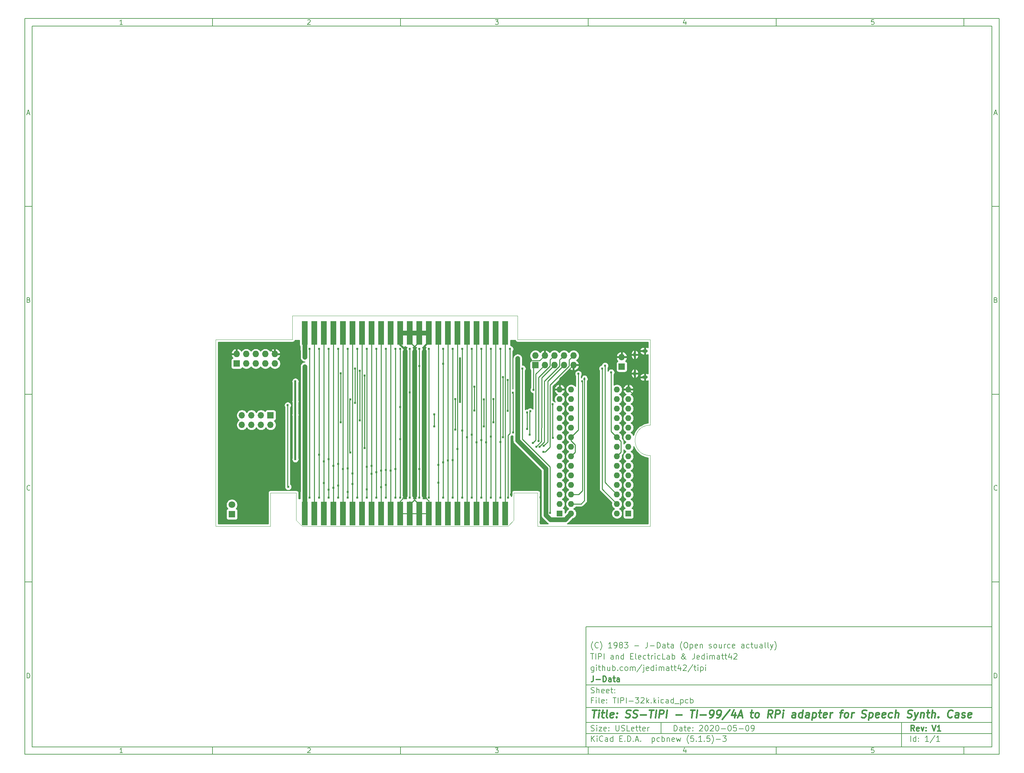
<source format=gbr>
G04 #@! TF.GenerationSoftware,KiCad,Pcbnew,(5.1.5)-3*
G04 #@! TF.CreationDate,2020-06-13T11:59:13-04:00*
G04 #@! TF.ProjectId,TIPI-32k,54495049-2d33-4326-9b2e-6b696361645f,V1*
G04 #@! TF.SameCoordinates,Original*
G04 #@! TF.FileFunction,Copper,L2,Bot*
G04 #@! TF.FilePolarity,Positive*
%FSLAX46Y46*%
G04 Gerber Fmt 4.6, Leading zero omitted, Abs format (unit mm)*
G04 Created by KiCad (PCBNEW (5.1.5)-3) date 2020-06-13 11:59:13*
%MOMM*%
%LPD*%
G04 APERTURE LIST*
%ADD10C,0.100000*%
%ADD11C,0.150000*%
%ADD12C,0.300000*%
%ADD13C,0.400000*%
G04 #@! TA.AperFunction,Profile*
%ADD14C,0.025400*%
G04 #@! TD*
G04 #@! TA.AperFunction,ComponentPad*
%ADD15O,1.700000X1.700000*%
G04 #@! TD*
G04 #@! TA.AperFunction,ComponentPad*
%ADD16R,1.700000X1.700000*%
G04 #@! TD*
G04 #@! TA.AperFunction,ComponentPad*
%ADD17O,1.550000X0.775000*%
G04 #@! TD*
G04 #@! TA.AperFunction,ComponentPad*
%ADD18O,0.650000X1.300000*%
G04 #@! TD*
G04 #@! TA.AperFunction,ComponentPad*
%ADD19R,1.727200X1.727200*%
G04 #@! TD*
G04 #@! TA.AperFunction,ComponentPad*
%ADD20O,1.727200X1.727200*%
G04 #@! TD*
G04 #@! TA.AperFunction,ComponentPad*
%ADD21O,1.600000X1.600000*%
G04 #@! TD*
G04 #@! TA.AperFunction,ComponentPad*
%ADD22R,1.600000X1.600000*%
G04 #@! TD*
G04 #@! TA.AperFunction,ConnectorPad*
%ADD23R,1.600000X6.350000*%
G04 #@! TD*
G04 #@! TA.AperFunction,ComponentPad*
%ADD24R,1.800000X1.800000*%
G04 #@! TD*
G04 #@! TA.AperFunction,ComponentPad*
%ADD25C,1.800000*%
G04 #@! TD*
G04 #@! TA.AperFunction,ViaPad*
%ADD26C,0.609600*%
G04 #@! TD*
G04 #@! TA.AperFunction,Conductor*
%ADD27C,0.508000*%
G04 #@! TD*
G04 #@! TA.AperFunction,Conductor*
%ADD28C,0.250000*%
G04 #@! TD*
G04 #@! TA.AperFunction,Conductor*
%ADD29C,1.270000*%
G04 #@! TD*
G04 #@! TA.AperFunction,Conductor*
%ADD30C,0.254000*%
G04 #@! TD*
G04 APERTURE END LIST*
D10*
D11*
X159400000Y-171900000D02*
X159400000Y-203900000D01*
X267400000Y-203900000D01*
X267400000Y-171900000D01*
X159400000Y-171900000D01*
D10*
D11*
X10000000Y-10000000D02*
X10000000Y-205900000D01*
X269400000Y-205900000D01*
X269400000Y-10000000D01*
X10000000Y-10000000D01*
D10*
D11*
X12000000Y-12000000D02*
X12000000Y-203900000D01*
X267400000Y-203900000D01*
X267400000Y-12000000D01*
X12000000Y-12000000D01*
D10*
D11*
X60000000Y-12000000D02*
X60000000Y-10000000D01*
D10*
D11*
X110000000Y-12000000D02*
X110000000Y-10000000D01*
D10*
D11*
X160000000Y-12000000D02*
X160000000Y-10000000D01*
D10*
D11*
X210000000Y-12000000D02*
X210000000Y-10000000D01*
D10*
D11*
X260000000Y-12000000D02*
X260000000Y-10000000D01*
D10*
D11*
X36065476Y-11588095D02*
X35322619Y-11588095D01*
X35694047Y-11588095D02*
X35694047Y-10288095D01*
X35570238Y-10473809D01*
X35446428Y-10597619D01*
X35322619Y-10659523D01*
D10*
D11*
X85322619Y-10411904D02*
X85384523Y-10350000D01*
X85508333Y-10288095D01*
X85817857Y-10288095D01*
X85941666Y-10350000D01*
X86003571Y-10411904D01*
X86065476Y-10535714D01*
X86065476Y-10659523D01*
X86003571Y-10845238D01*
X85260714Y-11588095D01*
X86065476Y-11588095D01*
D10*
D11*
X135260714Y-10288095D02*
X136065476Y-10288095D01*
X135632142Y-10783333D01*
X135817857Y-10783333D01*
X135941666Y-10845238D01*
X136003571Y-10907142D01*
X136065476Y-11030952D01*
X136065476Y-11340476D01*
X136003571Y-11464285D01*
X135941666Y-11526190D01*
X135817857Y-11588095D01*
X135446428Y-11588095D01*
X135322619Y-11526190D01*
X135260714Y-11464285D01*
D10*
D11*
X185941666Y-10721428D02*
X185941666Y-11588095D01*
X185632142Y-10226190D02*
X185322619Y-11154761D01*
X186127380Y-11154761D01*
D10*
D11*
X236003571Y-10288095D02*
X235384523Y-10288095D01*
X235322619Y-10907142D01*
X235384523Y-10845238D01*
X235508333Y-10783333D01*
X235817857Y-10783333D01*
X235941666Y-10845238D01*
X236003571Y-10907142D01*
X236065476Y-11030952D01*
X236065476Y-11340476D01*
X236003571Y-11464285D01*
X235941666Y-11526190D01*
X235817857Y-11588095D01*
X235508333Y-11588095D01*
X235384523Y-11526190D01*
X235322619Y-11464285D01*
D10*
D11*
X60000000Y-203900000D02*
X60000000Y-205900000D01*
D10*
D11*
X110000000Y-203900000D02*
X110000000Y-205900000D01*
D10*
D11*
X160000000Y-203900000D02*
X160000000Y-205900000D01*
D10*
D11*
X210000000Y-203900000D02*
X210000000Y-205900000D01*
D10*
D11*
X260000000Y-203900000D02*
X260000000Y-205900000D01*
D10*
D11*
X36065476Y-205488095D02*
X35322619Y-205488095D01*
X35694047Y-205488095D02*
X35694047Y-204188095D01*
X35570238Y-204373809D01*
X35446428Y-204497619D01*
X35322619Y-204559523D01*
D10*
D11*
X85322619Y-204311904D02*
X85384523Y-204250000D01*
X85508333Y-204188095D01*
X85817857Y-204188095D01*
X85941666Y-204250000D01*
X86003571Y-204311904D01*
X86065476Y-204435714D01*
X86065476Y-204559523D01*
X86003571Y-204745238D01*
X85260714Y-205488095D01*
X86065476Y-205488095D01*
D10*
D11*
X135260714Y-204188095D02*
X136065476Y-204188095D01*
X135632142Y-204683333D01*
X135817857Y-204683333D01*
X135941666Y-204745238D01*
X136003571Y-204807142D01*
X136065476Y-204930952D01*
X136065476Y-205240476D01*
X136003571Y-205364285D01*
X135941666Y-205426190D01*
X135817857Y-205488095D01*
X135446428Y-205488095D01*
X135322619Y-205426190D01*
X135260714Y-205364285D01*
D10*
D11*
X185941666Y-204621428D02*
X185941666Y-205488095D01*
X185632142Y-204126190D02*
X185322619Y-205054761D01*
X186127380Y-205054761D01*
D10*
D11*
X236003571Y-204188095D02*
X235384523Y-204188095D01*
X235322619Y-204807142D01*
X235384523Y-204745238D01*
X235508333Y-204683333D01*
X235817857Y-204683333D01*
X235941666Y-204745238D01*
X236003571Y-204807142D01*
X236065476Y-204930952D01*
X236065476Y-205240476D01*
X236003571Y-205364285D01*
X235941666Y-205426190D01*
X235817857Y-205488095D01*
X235508333Y-205488095D01*
X235384523Y-205426190D01*
X235322619Y-205364285D01*
D10*
D11*
X10000000Y-60000000D02*
X12000000Y-60000000D01*
D10*
D11*
X10000000Y-110000000D02*
X12000000Y-110000000D01*
D10*
D11*
X10000000Y-160000000D02*
X12000000Y-160000000D01*
D10*
D11*
X10690476Y-35216666D02*
X11309523Y-35216666D01*
X10566666Y-35588095D02*
X11000000Y-34288095D01*
X11433333Y-35588095D01*
D10*
D11*
X11092857Y-84907142D02*
X11278571Y-84969047D01*
X11340476Y-85030952D01*
X11402380Y-85154761D01*
X11402380Y-85340476D01*
X11340476Y-85464285D01*
X11278571Y-85526190D01*
X11154761Y-85588095D01*
X10659523Y-85588095D01*
X10659523Y-84288095D01*
X11092857Y-84288095D01*
X11216666Y-84350000D01*
X11278571Y-84411904D01*
X11340476Y-84535714D01*
X11340476Y-84659523D01*
X11278571Y-84783333D01*
X11216666Y-84845238D01*
X11092857Y-84907142D01*
X10659523Y-84907142D01*
D10*
D11*
X11402380Y-135464285D02*
X11340476Y-135526190D01*
X11154761Y-135588095D01*
X11030952Y-135588095D01*
X10845238Y-135526190D01*
X10721428Y-135402380D01*
X10659523Y-135278571D01*
X10597619Y-135030952D01*
X10597619Y-134845238D01*
X10659523Y-134597619D01*
X10721428Y-134473809D01*
X10845238Y-134350000D01*
X11030952Y-134288095D01*
X11154761Y-134288095D01*
X11340476Y-134350000D01*
X11402380Y-134411904D01*
D10*
D11*
X10659523Y-185588095D02*
X10659523Y-184288095D01*
X10969047Y-184288095D01*
X11154761Y-184350000D01*
X11278571Y-184473809D01*
X11340476Y-184597619D01*
X11402380Y-184845238D01*
X11402380Y-185030952D01*
X11340476Y-185278571D01*
X11278571Y-185402380D01*
X11154761Y-185526190D01*
X10969047Y-185588095D01*
X10659523Y-185588095D01*
D10*
D11*
X269400000Y-60000000D02*
X267400000Y-60000000D01*
D10*
D11*
X269400000Y-110000000D02*
X267400000Y-110000000D01*
D10*
D11*
X269400000Y-160000000D02*
X267400000Y-160000000D01*
D10*
D11*
X268090476Y-35216666D02*
X268709523Y-35216666D01*
X267966666Y-35588095D02*
X268400000Y-34288095D01*
X268833333Y-35588095D01*
D10*
D11*
X268492857Y-84907142D02*
X268678571Y-84969047D01*
X268740476Y-85030952D01*
X268802380Y-85154761D01*
X268802380Y-85340476D01*
X268740476Y-85464285D01*
X268678571Y-85526190D01*
X268554761Y-85588095D01*
X268059523Y-85588095D01*
X268059523Y-84288095D01*
X268492857Y-84288095D01*
X268616666Y-84350000D01*
X268678571Y-84411904D01*
X268740476Y-84535714D01*
X268740476Y-84659523D01*
X268678571Y-84783333D01*
X268616666Y-84845238D01*
X268492857Y-84907142D01*
X268059523Y-84907142D01*
D10*
D11*
X268802380Y-135464285D02*
X268740476Y-135526190D01*
X268554761Y-135588095D01*
X268430952Y-135588095D01*
X268245238Y-135526190D01*
X268121428Y-135402380D01*
X268059523Y-135278571D01*
X267997619Y-135030952D01*
X267997619Y-134845238D01*
X268059523Y-134597619D01*
X268121428Y-134473809D01*
X268245238Y-134350000D01*
X268430952Y-134288095D01*
X268554761Y-134288095D01*
X268740476Y-134350000D01*
X268802380Y-134411904D01*
D10*
D11*
X268059523Y-185588095D02*
X268059523Y-184288095D01*
X268369047Y-184288095D01*
X268554761Y-184350000D01*
X268678571Y-184473809D01*
X268740476Y-184597619D01*
X268802380Y-184845238D01*
X268802380Y-185030952D01*
X268740476Y-185278571D01*
X268678571Y-185402380D01*
X268554761Y-185526190D01*
X268369047Y-185588095D01*
X268059523Y-185588095D01*
D10*
D11*
X182832142Y-199678571D02*
X182832142Y-198178571D01*
X183189285Y-198178571D01*
X183403571Y-198250000D01*
X183546428Y-198392857D01*
X183617857Y-198535714D01*
X183689285Y-198821428D01*
X183689285Y-199035714D01*
X183617857Y-199321428D01*
X183546428Y-199464285D01*
X183403571Y-199607142D01*
X183189285Y-199678571D01*
X182832142Y-199678571D01*
X184975000Y-199678571D02*
X184975000Y-198892857D01*
X184903571Y-198750000D01*
X184760714Y-198678571D01*
X184475000Y-198678571D01*
X184332142Y-198750000D01*
X184975000Y-199607142D02*
X184832142Y-199678571D01*
X184475000Y-199678571D01*
X184332142Y-199607142D01*
X184260714Y-199464285D01*
X184260714Y-199321428D01*
X184332142Y-199178571D01*
X184475000Y-199107142D01*
X184832142Y-199107142D01*
X184975000Y-199035714D01*
X185475000Y-198678571D02*
X186046428Y-198678571D01*
X185689285Y-198178571D02*
X185689285Y-199464285D01*
X185760714Y-199607142D01*
X185903571Y-199678571D01*
X186046428Y-199678571D01*
X187117857Y-199607142D02*
X186975000Y-199678571D01*
X186689285Y-199678571D01*
X186546428Y-199607142D01*
X186475000Y-199464285D01*
X186475000Y-198892857D01*
X186546428Y-198750000D01*
X186689285Y-198678571D01*
X186975000Y-198678571D01*
X187117857Y-198750000D01*
X187189285Y-198892857D01*
X187189285Y-199035714D01*
X186475000Y-199178571D01*
X187832142Y-199535714D02*
X187903571Y-199607142D01*
X187832142Y-199678571D01*
X187760714Y-199607142D01*
X187832142Y-199535714D01*
X187832142Y-199678571D01*
X187832142Y-198750000D02*
X187903571Y-198821428D01*
X187832142Y-198892857D01*
X187760714Y-198821428D01*
X187832142Y-198750000D01*
X187832142Y-198892857D01*
X189617857Y-198321428D02*
X189689285Y-198250000D01*
X189832142Y-198178571D01*
X190189285Y-198178571D01*
X190332142Y-198250000D01*
X190403571Y-198321428D01*
X190475000Y-198464285D01*
X190475000Y-198607142D01*
X190403571Y-198821428D01*
X189546428Y-199678571D01*
X190475000Y-199678571D01*
X191403571Y-198178571D02*
X191546428Y-198178571D01*
X191689285Y-198250000D01*
X191760714Y-198321428D01*
X191832142Y-198464285D01*
X191903571Y-198750000D01*
X191903571Y-199107142D01*
X191832142Y-199392857D01*
X191760714Y-199535714D01*
X191689285Y-199607142D01*
X191546428Y-199678571D01*
X191403571Y-199678571D01*
X191260714Y-199607142D01*
X191189285Y-199535714D01*
X191117857Y-199392857D01*
X191046428Y-199107142D01*
X191046428Y-198750000D01*
X191117857Y-198464285D01*
X191189285Y-198321428D01*
X191260714Y-198250000D01*
X191403571Y-198178571D01*
X192475000Y-198321428D02*
X192546428Y-198250000D01*
X192689285Y-198178571D01*
X193046428Y-198178571D01*
X193189285Y-198250000D01*
X193260714Y-198321428D01*
X193332142Y-198464285D01*
X193332142Y-198607142D01*
X193260714Y-198821428D01*
X192403571Y-199678571D01*
X193332142Y-199678571D01*
X194260714Y-198178571D02*
X194403571Y-198178571D01*
X194546428Y-198250000D01*
X194617857Y-198321428D01*
X194689285Y-198464285D01*
X194760714Y-198750000D01*
X194760714Y-199107142D01*
X194689285Y-199392857D01*
X194617857Y-199535714D01*
X194546428Y-199607142D01*
X194403571Y-199678571D01*
X194260714Y-199678571D01*
X194117857Y-199607142D01*
X194046428Y-199535714D01*
X193975000Y-199392857D01*
X193903571Y-199107142D01*
X193903571Y-198750000D01*
X193975000Y-198464285D01*
X194046428Y-198321428D01*
X194117857Y-198250000D01*
X194260714Y-198178571D01*
X195403571Y-199107142D02*
X196546428Y-199107142D01*
X197546428Y-198178571D02*
X197689285Y-198178571D01*
X197832142Y-198250000D01*
X197903571Y-198321428D01*
X197975000Y-198464285D01*
X198046428Y-198750000D01*
X198046428Y-199107142D01*
X197975000Y-199392857D01*
X197903571Y-199535714D01*
X197832142Y-199607142D01*
X197689285Y-199678571D01*
X197546428Y-199678571D01*
X197403571Y-199607142D01*
X197332142Y-199535714D01*
X197260714Y-199392857D01*
X197189285Y-199107142D01*
X197189285Y-198750000D01*
X197260714Y-198464285D01*
X197332142Y-198321428D01*
X197403571Y-198250000D01*
X197546428Y-198178571D01*
X199403571Y-198178571D02*
X198689285Y-198178571D01*
X198617857Y-198892857D01*
X198689285Y-198821428D01*
X198832142Y-198750000D01*
X199189285Y-198750000D01*
X199332142Y-198821428D01*
X199403571Y-198892857D01*
X199475000Y-199035714D01*
X199475000Y-199392857D01*
X199403571Y-199535714D01*
X199332142Y-199607142D01*
X199189285Y-199678571D01*
X198832142Y-199678571D01*
X198689285Y-199607142D01*
X198617857Y-199535714D01*
X200117857Y-199107142D02*
X201260714Y-199107142D01*
X202260714Y-198178571D02*
X202403571Y-198178571D01*
X202546428Y-198250000D01*
X202617857Y-198321428D01*
X202689285Y-198464285D01*
X202760714Y-198750000D01*
X202760714Y-199107142D01*
X202689285Y-199392857D01*
X202617857Y-199535714D01*
X202546428Y-199607142D01*
X202403571Y-199678571D01*
X202260714Y-199678571D01*
X202117857Y-199607142D01*
X202046428Y-199535714D01*
X201975000Y-199392857D01*
X201903571Y-199107142D01*
X201903571Y-198750000D01*
X201975000Y-198464285D01*
X202046428Y-198321428D01*
X202117857Y-198250000D01*
X202260714Y-198178571D01*
X203475000Y-199678571D02*
X203760714Y-199678571D01*
X203903571Y-199607142D01*
X203975000Y-199535714D01*
X204117857Y-199321428D01*
X204189285Y-199035714D01*
X204189285Y-198464285D01*
X204117857Y-198321428D01*
X204046428Y-198250000D01*
X203903571Y-198178571D01*
X203617857Y-198178571D01*
X203475000Y-198250000D01*
X203403571Y-198321428D01*
X203332142Y-198464285D01*
X203332142Y-198821428D01*
X203403571Y-198964285D01*
X203475000Y-199035714D01*
X203617857Y-199107142D01*
X203903571Y-199107142D01*
X204046428Y-199035714D01*
X204117857Y-198964285D01*
X204189285Y-198821428D01*
D10*
D11*
X159400000Y-200400000D02*
X267400000Y-200400000D01*
D10*
D11*
X160832142Y-202478571D02*
X160832142Y-200978571D01*
X161689285Y-202478571D02*
X161046428Y-201621428D01*
X161689285Y-200978571D02*
X160832142Y-201835714D01*
X162332142Y-202478571D02*
X162332142Y-201478571D01*
X162332142Y-200978571D02*
X162260714Y-201050000D01*
X162332142Y-201121428D01*
X162403571Y-201050000D01*
X162332142Y-200978571D01*
X162332142Y-201121428D01*
X163903571Y-202335714D02*
X163832142Y-202407142D01*
X163617857Y-202478571D01*
X163475000Y-202478571D01*
X163260714Y-202407142D01*
X163117857Y-202264285D01*
X163046428Y-202121428D01*
X162975000Y-201835714D01*
X162975000Y-201621428D01*
X163046428Y-201335714D01*
X163117857Y-201192857D01*
X163260714Y-201050000D01*
X163475000Y-200978571D01*
X163617857Y-200978571D01*
X163832142Y-201050000D01*
X163903571Y-201121428D01*
X165189285Y-202478571D02*
X165189285Y-201692857D01*
X165117857Y-201550000D01*
X164975000Y-201478571D01*
X164689285Y-201478571D01*
X164546428Y-201550000D01*
X165189285Y-202407142D02*
X165046428Y-202478571D01*
X164689285Y-202478571D01*
X164546428Y-202407142D01*
X164475000Y-202264285D01*
X164475000Y-202121428D01*
X164546428Y-201978571D01*
X164689285Y-201907142D01*
X165046428Y-201907142D01*
X165189285Y-201835714D01*
X166546428Y-202478571D02*
X166546428Y-200978571D01*
X166546428Y-202407142D02*
X166403571Y-202478571D01*
X166117857Y-202478571D01*
X165975000Y-202407142D01*
X165903571Y-202335714D01*
X165832142Y-202192857D01*
X165832142Y-201764285D01*
X165903571Y-201621428D01*
X165975000Y-201550000D01*
X166117857Y-201478571D01*
X166403571Y-201478571D01*
X166546428Y-201550000D01*
X168403571Y-201692857D02*
X168903571Y-201692857D01*
X169117857Y-202478571D02*
X168403571Y-202478571D01*
X168403571Y-200978571D01*
X169117857Y-200978571D01*
X169760714Y-202335714D02*
X169832142Y-202407142D01*
X169760714Y-202478571D01*
X169689285Y-202407142D01*
X169760714Y-202335714D01*
X169760714Y-202478571D01*
X170475000Y-202478571D02*
X170475000Y-200978571D01*
X170832142Y-200978571D01*
X171046428Y-201050000D01*
X171189285Y-201192857D01*
X171260714Y-201335714D01*
X171332142Y-201621428D01*
X171332142Y-201835714D01*
X171260714Y-202121428D01*
X171189285Y-202264285D01*
X171046428Y-202407142D01*
X170832142Y-202478571D01*
X170475000Y-202478571D01*
X171975000Y-202335714D02*
X172046428Y-202407142D01*
X171975000Y-202478571D01*
X171903571Y-202407142D01*
X171975000Y-202335714D01*
X171975000Y-202478571D01*
X172617857Y-202050000D02*
X173332142Y-202050000D01*
X172475000Y-202478571D02*
X172975000Y-200978571D01*
X173475000Y-202478571D01*
X173975000Y-202335714D02*
X174046428Y-202407142D01*
X173975000Y-202478571D01*
X173903571Y-202407142D01*
X173975000Y-202335714D01*
X173975000Y-202478571D01*
X176975000Y-201478571D02*
X176975000Y-202978571D01*
X176975000Y-201550000D02*
X177117857Y-201478571D01*
X177403571Y-201478571D01*
X177546428Y-201550000D01*
X177617857Y-201621428D01*
X177689285Y-201764285D01*
X177689285Y-202192857D01*
X177617857Y-202335714D01*
X177546428Y-202407142D01*
X177403571Y-202478571D01*
X177117857Y-202478571D01*
X176975000Y-202407142D01*
X178975000Y-202407142D02*
X178832142Y-202478571D01*
X178546428Y-202478571D01*
X178403571Y-202407142D01*
X178332142Y-202335714D01*
X178260714Y-202192857D01*
X178260714Y-201764285D01*
X178332142Y-201621428D01*
X178403571Y-201550000D01*
X178546428Y-201478571D01*
X178832142Y-201478571D01*
X178975000Y-201550000D01*
X179617857Y-202478571D02*
X179617857Y-200978571D01*
X179617857Y-201550000D02*
X179760714Y-201478571D01*
X180046428Y-201478571D01*
X180189285Y-201550000D01*
X180260714Y-201621428D01*
X180332142Y-201764285D01*
X180332142Y-202192857D01*
X180260714Y-202335714D01*
X180189285Y-202407142D01*
X180046428Y-202478571D01*
X179760714Y-202478571D01*
X179617857Y-202407142D01*
X180975000Y-201478571D02*
X180975000Y-202478571D01*
X180975000Y-201621428D02*
X181046428Y-201550000D01*
X181189285Y-201478571D01*
X181403571Y-201478571D01*
X181546428Y-201550000D01*
X181617857Y-201692857D01*
X181617857Y-202478571D01*
X182903571Y-202407142D02*
X182760714Y-202478571D01*
X182475000Y-202478571D01*
X182332142Y-202407142D01*
X182260714Y-202264285D01*
X182260714Y-201692857D01*
X182332142Y-201550000D01*
X182475000Y-201478571D01*
X182760714Y-201478571D01*
X182903571Y-201550000D01*
X182975000Y-201692857D01*
X182975000Y-201835714D01*
X182260714Y-201978571D01*
X183475000Y-201478571D02*
X183760714Y-202478571D01*
X184046428Y-201764285D01*
X184332142Y-202478571D01*
X184617857Y-201478571D01*
X186760714Y-203050000D02*
X186689285Y-202978571D01*
X186546428Y-202764285D01*
X186475000Y-202621428D01*
X186403571Y-202407142D01*
X186332142Y-202050000D01*
X186332142Y-201764285D01*
X186403571Y-201407142D01*
X186475000Y-201192857D01*
X186546428Y-201050000D01*
X186689285Y-200835714D01*
X186760714Y-200764285D01*
X188046428Y-200978571D02*
X187332142Y-200978571D01*
X187260714Y-201692857D01*
X187332142Y-201621428D01*
X187475000Y-201550000D01*
X187832142Y-201550000D01*
X187975000Y-201621428D01*
X188046428Y-201692857D01*
X188117857Y-201835714D01*
X188117857Y-202192857D01*
X188046428Y-202335714D01*
X187975000Y-202407142D01*
X187832142Y-202478571D01*
X187475000Y-202478571D01*
X187332142Y-202407142D01*
X187260714Y-202335714D01*
X188760714Y-202335714D02*
X188832142Y-202407142D01*
X188760714Y-202478571D01*
X188689285Y-202407142D01*
X188760714Y-202335714D01*
X188760714Y-202478571D01*
X190260714Y-202478571D02*
X189403571Y-202478571D01*
X189832142Y-202478571D02*
X189832142Y-200978571D01*
X189689285Y-201192857D01*
X189546428Y-201335714D01*
X189403571Y-201407142D01*
X190903571Y-202335714D02*
X190975000Y-202407142D01*
X190903571Y-202478571D01*
X190832142Y-202407142D01*
X190903571Y-202335714D01*
X190903571Y-202478571D01*
X192332142Y-200978571D02*
X191617857Y-200978571D01*
X191546428Y-201692857D01*
X191617857Y-201621428D01*
X191760714Y-201550000D01*
X192117857Y-201550000D01*
X192260714Y-201621428D01*
X192332142Y-201692857D01*
X192403571Y-201835714D01*
X192403571Y-202192857D01*
X192332142Y-202335714D01*
X192260714Y-202407142D01*
X192117857Y-202478571D01*
X191760714Y-202478571D01*
X191617857Y-202407142D01*
X191546428Y-202335714D01*
X192903571Y-203050000D02*
X192975000Y-202978571D01*
X193117857Y-202764285D01*
X193189285Y-202621428D01*
X193260714Y-202407142D01*
X193332142Y-202050000D01*
X193332142Y-201764285D01*
X193260714Y-201407142D01*
X193189285Y-201192857D01*
X193117857Y-201050000D01*
X192975000Y-200835714D01*
X192903571Y-200764285D01*
X194046428Y-201907142D02*
X195189285Y-201907142D01*
X195760714Y-200978571D02*
X196689285Y-200978571D01*
X196189285Y-201550000D01*
X196403571Y-201550000D01*
X196546428Y-201621428D01*
X196617857Y-201692857D01*
X196689285Y-201835714D01*
X196689285Y-202192857D01*
X196617857Y-202335714D01*
X196546428Y-202407142D01*
X196403571Y-202478571D01*
X195975000Y-202478571D01*
X195832142Y-202407142D01*
X195760714Y-202335714D01*
D10*
D11*
X159400000Y-197400000D02*
X267400000Y-197400000D01*
D10*
D12*
X246809285Y-199678571D02*
X246309285Y-198964285D01*
X245952142Y-199678571D02*
X245952142Y-198178571D01*
X246523571Y-198178571D01*
X246666428Y-198250000D01*
X246737857Y-198321428D01*
X246809285Y-198464285D01*
X246809285Y-198678571D01*
X246737857Y-198821428D01*
X246666428Y-198892857D01*
X246523571Y-198964285D01*
X245952142Y-198964285D01*
X248023571Y-199607142D02*
X247880714Y-199678571D01*
X247595000Y-199678571D01*
X247452142Y-199607142D01*
X247380714Y-199464285D01*
X247380714Y-198892857D01*
X247452142Y-198750000D01*
X247595000Y-198678571D01*
X247880714Y-198678571D01*
X248023571Y-198750000D01*
X248095000Y-198892857D01*
X248095000Y-199035714D01*
X247380714Y-199178571D01*
X248595000Y-198678571D02*
X248952142Y-199678571D01*
X249309285Y-198678571D01*
X249880714Y-199535714D02*
X249952142Y-199607142D01*
X249880714Y-199678571D01*
X249809285Y-199607142D01*
X249880714Y-199535714D01*
X249880714Y-199678571D01*
X249880714Y-198750000D02*
X249952142Y-198821428D01*
X249880714Y-198892857D01*
X249809285Y-198821428D01*
X249880714Y-198750000D01*
X249880714Y-198892857D01*
X251523571Y-198178571D02*
X252023571Y-199678571D01*
X252523571Y-198178571D01*
X253809285Y-199678571D02*
X252952142Y-199678571D01*
X253380714Y-199678571D02*
X253380714Y-198178571D01*
X253237857Y-198392857D01*
X253095000Y-198535714D01*
X252952142Y-198607142D01*
D10*
D11*
X160760714Y-199607142D02*
X160975000Y-199678571D01*
X161332142Y-199678571D01*
X161475000Y-199607142D01*
X161546428Y-199535714D01*
X161617857Y-199392857D01*
X161617857Y-199250000D01*
X161546428Y-199107142D01*
X161475000Y-199035714D01*
X161332142Y-198964285D01*
X161046428Y-198892857D01*
X160903571Y-198821428D01*
X160832142Y-198750000D01*
X160760714Y-198607142D01*
X160760714Y-198464285D01*
X160832142Y-198321428D01*
X160903571Y-198250000D01*
X161046428Y-198178571D01*
X161403571Y-198178571D01*
X161617857Y-198250000D01*
X162260714Y-199678571D02*
X162260714Y-198678571D01*
X162260714Y-198178571D02*
X162189285Y-198250000D01*
X162260714Y-198321428D01*
X162332142Y-198250000D01*
X162260714Y-198178571D01*
X162260714Y-198321428D01*
X162832142Y-198678571D02*
X163617857Y-198678571D01*
X162832142Y-199678571D01*
X163617857Y-199678571D01*
X164760714Y-199607142D02*
X164617857Y-199678571D01*
X164332142Y-199678571D01*
X164189285Y-199607142D01*
X164117857Y-199464285D01*
X164117857Y-198892857D01*
X164189285Y-198750000D01*
X164332142Y-198678571D01*
X164617857Y-198678571D01*
X164760714Y-198750000D01*
X164832142Y-198892857D01*
X164832142Y-199035714D01*
X164117857Y-199178571D01*
X165475000Y-199535714D02*
X165546428Y-199607142D01*
X165475000Y-199678571D01*
X165403571Y-199607142D01*
X165475000Y-199535714D01*
X165475000Y-199678571D01*
X165475000Y-198750000D02*
X165546428Y-198821428D01*
X165475000Y-198892857D01*
X165403571Y-198821428D01*
X165475000Y-198750000D01*
X165475000Y-198892857D01*
X167332142Y-198178571D02*
X167332142Y-199392857D01*
X167403571Y-199535714D01*
X167475000Y-199607142D01*
X167617857Y-199678571D01*
X167903571Y-199678571D01*
X168046428Y-199607142D01*
X168117857Y-199535714D01*
X168189285Y-199392857D01*
X168189285Y-198178571D01*
X168832142Y-199607142D02*
X169046428Y-199678571D01*
X169403571Y-199678571D01*
X169546428Y-199607142D01*
X169617857Y-199535714D01*
X169689285Y-199392857D01*
X169689285Y-199250000D01*
X169617857Y-199107142D01*
X169546428Y-199035714D01*
X169403571Y-198964285D01*
X169117857Y-198892857D01*
X168975000Y-198821428D01*
X168903571Y-198750000D01*
X168832142Y-198607142D01*
X168832142Y-198464285D01*
X168903571Y-198321428D01*
X168975000Y-198250000D01*
X169117857Y-198178571D01*
X169475000Y-198178571D01*
X169689285Y-198250000D01*
X171046428Y-199678571D02*
X170332142Y-199678571D01*
X170332142Y-198178571D01*
X172117857Y-199607142D02*
X171975000Y-199678571D01*
X171689285Y-199678571D01*
X171546428Y-199607142D01*
X171475000Y-199464285D01*
X171475000Y-198892857D01*
X171546428Y-198750000D01*
X171689285Y-198678571D01*
X171975000Y-198678571D01*
X172117857Y-198750000D01*
X172189285Y-198892857D01*
X172189285Y-199035714D01*
X171475000Y-199178571D01*
X172617857Y-198678571D02*
X173189285Y-198678571D01*
X172832142Y-198178571D02*
X172832142Y-199464285D01*
X172903571Y-199607142D01*
X173046428Y-199678571D01*
X173189285Y-199678571D01*
X173475000Y-198678571D02*
X174046428Y-198678571D01*
X173689285Y-198178571D02*
X173689285Y-199464285D01*
X173760714Y-199607142D01*
X173903571Y-199678571D01*
X174046428Y-199678571D01*
X175117857Y-199607142D02*
X174975000Y-199678571D01*
X174689285Y-199678571D01*
X174546428Y-199607142D01*
X174475000Y-199464285D01*
X174475000Y-198892857D01*
X174546428Y-198750000D01*
X174689285Y-198678571D01*
X174975000Y-198678571D01*
X175117857Y-198750000D01*
X175189285Y-198892857D01*
X175189285Y-199035714D01*
X174475000Y-199178571D01*
X175832142Y-199678571D02*
X175832142Y-198678571D01*
X175832142Y-198964285D02*
X175903571Y-198821428D01*
X175975000Y-198750000D01*
X176117857Y-198678571D01*
X176260714Y-198678571D01*
D10*
D11*
X245832142Y-202478571D02*
X245832142Y-200978571D01*
X247189285Y-202478571D02*
X247189285Y-200978571D01*
X247189285Y-202407142D02*
X247046428Y-202478571D01*
X246760714Y-202478571D01*
X246617857Y-202407142D01*
X246546428Y-202335714D01*
X246475000Y-202192857D01*
X246475000Y-201764285D01*
X246546428Y-201621428D01*
X246617857Y-201550000D01*
X246760714Y-201478571D01*
X247046428Y-201478571D01*
X247189285Y-201550000D01*
X247903571Y-202335714D02*
X247975000Y-202407142D01*
X247903571Y-202478571D01*
X247832142Y-202407142D01*
X247903571Y-202335714D01*
X247903571Y-202478571D01*
X247903571Y-201550000D02*
X247975000Y-201621428D01*
X247903571Y-201692857D01*
X247832142Y-201621428D01*
X247903571Y-201550000D01*
X247903571Y-201692857D01*
X250546428Y-202478571D02*
X249689285Y-202478571D01*
X250117857Y-202478571D02*
X250117857Y-200978571D01*
X249975000Y-201192857D01*
X249832142Y-201335714D01*
X249689285Y-201407142D01*
X252260714Y-200907142D02*
X250975000Y-202835714D01*
X253546428Y-202478571D02*
X252689285Y-202478571D01*
X253117857Y-202478571D02*
X253117857Y-200978571D01*
X252975000Y-201192857D01*
X252832142Y-201335714D01*
X252689285Y-201407142D01*
D10*
D11*
X159400000Y-193400000D02*
X267400000Y-193400000D01*
D10*
D13*
X161112380Y-194104761D02*
X162255238Y-194104761D01*
X161433809Y-196104761D02*
X161683809Y-194104761D01*
X162671904Y-196104761D02*
X162838571Y-194771428D01*
X162921904Y-194104761D02*
X162814761Y-194200000D01*
X162898095Y-194295238D01*
X163005238Y-194200000D01*
X162921904Y-194104761D01*
X162898095Y-194295238D01*
X163505238Y-194771428D02*
X164267142Y-194771428D01*
X163874285Y-194104761D02*
X163660000Y-195819047D01*
X163731428Y-196009523D01*
X163910000Y-196104761D01*
X164100476Y-196104761D01*
X165052857Y-196104761D02*
X164874285Y-196009523D01*
X164802857Y-195819047D01*
X165017142Y-194104761D01*
X166588571Y-196009523D02*
X166386190Y-196104761D01*
X166005238Y-196104761D01*
X165826666Y-196009523D01*
X165755238Y-195819047D01*
X165850476Y-195057142D01*
X165969523Y-194866666D01*
X166171904Y-194771428D01*
X166552857Y-194771428D01*
X166731428Y-194866666D01*
X166802857Y-195057142D01*
X166779047Y-195247619D01*
X165802857Y-195438095D01*
X167552857Y-195914285D02*
X167636190Y-196009523D01*
X167529047Y-196104761D01*
X167445714Y-196009523D01*
X167552857Y-195914285D01*
X167529047Y-196104761D01*
X167683809Y-194866666D02*
X167767142Y-194961904D01*
X167660000Y-195057142D01*
X167576666Y-194961904D01*
X167683809Y-194866666D01*
X167660000Y-195057142D01*
X169921904Y-196009523D02*
X170195714Y-196104761D01*
X170671904Y-196104761D01*
X170874285Y-196009523D01*
X170981428Y-195914285D01*
X171100476Y-195723809D01*
X171124285Y-195533333D01*
X171052857Y-195342857D01*
X170969523Y-195247619D01*
X170790952Y-195152380D01*
X170421904Y-195057142D01*
X170243333Y-194961904D01*
X170160000Y-194866666D01*
X170088571Y-194676190D01*
X170112380Y-194485714D01*
X170231428Y-194295238D01*
X170338571Y-194200000D01*
X170540952Y-194104761D01*
X171017142Y-194104761D01*
X171290952Y-194200000D01*
X171826666Y-196009523D02*
X172100476Y-196104761D01*
X172576666Y-196104761D01*
X172779047Y-196009523D01*
X172886190Y-195914285D01*
X173005238Y-195723809D01*
X173029047Y-195533333D01*
X172957619Y-195342857D01*
X172874285Y-195247619D01*
X172695714Y-195152380D01*
X172326666Y-195057142D01*
X172148095Y-194961904D01*
X172064761Y-194866666D01*
X171993333Y-194676190D01*
X172017142Y-194485714D01*
X172136190Y-194295238D01*
X172243333Y-194200000D01*
X172445714Y-194104761D01*
X172921904Y-194104761D01*
X173195714Y-194200000D01*
X173910000Y-195342857D02*
X175433809Y-195342857D01*
X176255238Y-194104761D02*
X177398095Y-194104761D01*
X176576666Y-196104761D02*
X176826666Y-194104761D01*
X177814761Y-196104761D02*
X178064761Y-194104761D01*
X178767142Y-196104761D02*
X179017142Y-194104761D01*
X179779047Y-194104761D01*
X179957619Y-194200000D01*
X180040952Y-194295238D01*
X180112380Y-194485714D01*
X180076666Y-194771428D01*
X179957619Y-194961904D01*
X179850476Y-195057142D01*
X179648095Y-195152380D01*
X178886190Y-195152380D01*
X180767142Y-196104761D02*
X181017142Y-194104761D01*
X183338571Y-195342857D02*
X184862380Y-195342857D01*
X187207619Y-194104761D02*
X188350476Y-194104761D01*
X187529047Y-196104761D02*
X187779047Y-194104761D01*
X188767142Y-196104761D02*
X189017142Y-194104761D01*
X189814761Y-195342857D02*
X191338571Y-195342857D01*
X192290952Y-196104761D02*
X192671904Y-196104761D01*
X192874285Y-196009523D01*
X192981428Y-195914285D01*
X193207619Y-195628571D01*
X193350476Y-195247619D01*
X193445714Y-194485714D01*
X193374285Y-194295238D01*
X193290952Y-194200000D01*
X193112380Y-194104761D01*
X192731428Y-194104761D01*
X192529047Y-194200000D01*
X192421904Y-194295238D01*
X192302857Y-194485714D01*
X192243333Y-194961904D01*
X192314761Y-195152380D01*
X192398095Y-195247619D01*
X192576666Y-195342857D01*
X192957619Y-195342857D01*
X193160000Y-195247619D01*
X193267142Y-195152380D01*
X193386190Y-194961904D01*
X194195714Y-196104761D02*
X194576666Y-196104761D01*
X194779047Y-196009523D01*
X194886190Y-195914285D01*
X195112380Y-195628571D01*
X195255238Y-195247619D01*
X195350476Y-194485714D01*
X195279047Y-194295238D01*
X195195714Y-194200000D01*
X195017142Y-194104761D01*
X194636190Y-194104761D01*
X194433809Y-194200000D01*
X194326666Y-194295238D01*
X194207619Y-194485714D01*
X194148095Y-194961904D01*
X194219523Y-195152380D01*
X194302857Y-195247619D01*
X194481428Y-195342857D01*
X194862380Y-195342857D01*
X195064761Y-195247619D01*
X195171904Y-195152380D01*
X195290952Y-194961904D01*
X197695714Y-194009523D02*
X195660000Y-196580952D01*
X199124285Y-194771428D02*
X198957619Y-196104761D01*
X198743333Y-194009523D02*
X198088571Y-195438095D01*
X199326666Y-195438095D01*
X199981428Y-195533333D02*
X200933809Y-195533333D01*
X199719523Y-196104761D02*
X200636190Y-194104761D01*
X201052857Y-196104761D01*
X203124285Y-194771428D02*
X203886190Y-194771428D01*
X203493333Y-194104761D02*
X203279047Y-195819047D01*
X203350476Y-196009523D01*
X203529047Y-196104761D01*
X203719523Y-196104761D01*
X204671904Y-196104761D02*
X204493333Y-196009523D01*
X204410000Y-195914285D01*
X204338571Y-195723809D01*
X204410000Y-195152380D01*
X204529047Y-194961904D01*
X204636190Y-194866666D01*
X204838571Y-194771428D01*
X205124285Y-194771428D01*
X205302857Y-194866666D01*
X205386190Y-194961904D01*
X205457619Y-195152380D01*
X205386190Y-195723809D01*
X205267142Y-195914285D01*
X205160000Y-196009523D01*
X204957619Y-196104761D01*
X204671904Y-196104761D01*
X208862380Y-196104761D02*
X208314761Y-195152380D01*
X207719523Y-196104761D02*
X207969523Y-194104761D01*
X208731428Y-194104761D01*
X208910000Y-194200000D01*
X208993333Y-194295238D01*
X209064761Y-194485714D01*
X209029047Y-194771428D01*
X208910000Y-194961904D01*
X208802857Y-195057142D01*
X208600476Y-195152380D01*
X207838571Y-195152380D01*
X209719523Y-196104761D02*
X209969523Y-194104761D01*
X210731428Y-194104761D01*
X210910000Y-194200000D01*
X210993333Y-194295238D01*
X211064761Y-194485714D01*
X211029047Y-194771428D01*
X210910000Y-194961904D01*
X210802857Y-195057142D01*
X210600476Y-195152380D01*
X209838571Y-195152380D01*
X211719523Y-196104761D02*
X211886190Y-194771428D01*
X211969523Y-194104761D02*
X211862380Y-194200000D01*
X211945714Y-194295238D01*
X212052857Y-194200000D01*
X211969523Y-194104761D01*
X211945714Y-194295238D01*
X215052857Y-196104761D02*
X215183809Y-195057142D01*
X215112380Y-194866666D01*
X214933809Y-194771428D01*
X214552857Y-194771428D01*
X214350476Y-194866666D01*
X215064761Y-196009523D02*
X214862380Y-196104761D01*
X214386190Y-196104761D01*
X214207619Y-196009523D01*
X214136190Y-195819047D01*
X214160000Y-195628571D01*
X214279047Y-195438095D01*
X214481428Y-195342857D01*
X214957619Y-195342857D01*
X215160000Y-195247619D01*
X216862380Y-196104761D02*
X217112380Y-194104761D01*
X216874285Y-196009523D02*
X216671904Y-196104761D01*
X216290952Y-196104761D01*
X216112380Y-196009523D01*
X216029047Y-195914285D01*
X215957619Y-195723809D01*
X216029047Y-195152380D01*
X216148095Y-194961904D01*
X216255238Y-194866666D01*
X216457619Y-194771428D01*
X216838571Y-194771428D01*
X217017142Y-194866666D01*
X218671904Y-196104761D02*
X218802857Y-195057142D01*
X218731428Y-194866666D01*
X218552857Y-194771428D01*
X218171904Y-194771428D01*
X217969523Y-194866666D01*
X218683809Y-196009523D02*
X218481428Y-196104761D01*
X218005238Y-196104761D01*
X217826666Y-196009523D01*
X217755238Y-195819047D01*
X217779047Y-195628571D01*
X217898095Y-195438095D01*
X218100476Y-195342857D01*
X218576666Y-195342857D01*
X218779047Y-195247619D01*
X219790952Y-194771428D02*
X219540952Y-196771428D01*
X219779047Y-194866666D02*
X219981428Y-194771428D01*
X220362380Y-194771428D01*
X220540952Y-194866666D01*
X220624285Y-194961904D01*
X220695714Y-195152380D01*
X220624285Y-195723809D01*
X220505238Y-195914285D01*
X220398095Y-196009523D01*
X220195714Y-196104761D01*
X219814761Y-196104761D01*
X219636190Y-196009523D01*
X221314761Y-194771428D02*
X222076666Y-194771428D01*
X221683809Y-194104761D02*
X221469523Y-195819047D01*
X221540952Y-196009523D01*
X221719523Y-196104761D01*
X221909999Y-196104761D01*
X223350476Y-196009523D02*
X223148095Y-196104761D01*
X222767142Y-196104761D01*
X222588571Y-196009523D01*
X222517142Y-195819047D01*
X222612380Y-195057142D01*
X222731428Y-194866666D01*
X222933809Y-194771428D01*
X223314761Y-194771428D01*
X223493333Y-194866666D01*
X223564761Y-195057142D01*
X223540952Y-195247619D01*
X222564761Y-195438095D01*
X224290952Y-196104761D02*
X224457619Y-194771428D01*
X224409999Y-195152380D02*
X224529047Y-194961904D01*
X224636190Y-194866666D01*
X224838571Y-194771428D01*
X225029047Y-194771428D01*
X226933809Y-194771428D02*
X227695714Y-194771428D01*
X227052857Y-196104761D02*
X227267142Y-194390476D01*
X227386190Y-194200000D01*
X227588571Y-194104761D01*
X227779047Y-194104761D01*
X228481428Y-196104761D02*
X228302857Y-196009523D01*
X228219523Y-195914285D01*
X228148095Y-195723809D01*
X228219523Y-195152380D01*
X228338571Y-194961904D01*
X228445714Y-194866666D01*
X228648095Y-194771428D01*
X228933809Y-194771428D01*
X229112380Y-194866666D01*
X229195714Y-194961904D01*
X229267142Y-195152380D01*
X229195714Y-195723809D01*
X229076666Y-195914285D01*
X228969523Y-196009523D01*
X228767142Y-196104761D01*
X228481428Y-196104761D01*
X230005238Y-196104761D02*
X230171904Y-194771428D01*
X230124285Y-195152380D02*
X230243333Y-194961904D01*
X230350476Y-194866666D01*
X230552857Y-194771428D01*
X230743333Y-194771428D01*
X232683809Y-196009523D02*
X232957619Y-196104761D01*
X233433809Y-196104761D01*
X233636190Y-196009523D01*
X233743333Y-195914285D01*
X233862380Y-195723809D01*
X233886190Y-195533333D01*
X233814761Y-195342857D01*
X233731428Y-195247619D01*
X233552857Y-195152380D01*
X233183809Y-195057142D01*
X233005238Y-194961904D01*
X232921904Y-194866666D01*
X232850476Y-194676190D01*
X232874285Y-194485714D01*
X232993333Y-194295238D01*
X233100476Y-194200000D01*
X233302857Y-194104761D01*
X233779047Y-194104761D01*
X234052857Y-194200000D01*
X234838571Y-194771428D02*
X234588571Y-196771428D01*
X234826666Y-194866666D02*
X235029047Y-194771428D01*
X235410000Y-194771428D01*
X235588571Y-194866666D01*
X235671904Y-194961904D01*
X235743333Y-195152380D01*
X235671904Y-195723809D01*
X235552857Y-195914285D01*
X235445714Y-196009523D01*
X235243333Y-196104761D01*
X234862380Y-196104761D01*
X234683809Y-196009523D01*
X237255238Y-196009523D02*
X237052857Y-196104761D01*
X236671904Y-196104761D01*
X236493333Y-196009523D01*
X236421904Y-195819047D01*
X236517142Y-195057142D01*
X236636190Y-194866666D01*
X236838571Y-194771428D01*
X237219523Y-194771428D01*
X237398095Y-194866666D01*
X237469523Y-195057142D01*
X237445714Y-195247619D01*
X236469523Y-195438095D01*
X238969523Y-196009523D02*
X238767142Y-196104761D01*
X238386190Y-196104761D01*
X238207619Y-196009523D01*
X238136190Y-195819047D01*
X238231428Y-195057142D01*
X238350476Y-194866666D01*
X238552857Y-194771428D01*
X238933809Y-194771428D01*
X239112380Y-194866666D01*
X239183809Y-195057142D01*
X239159999Y-195247619D01*
X238183809Y-195438095D01*
X240779047Y-196009523D02*
X240576666Y-196104761D01*
X240195714Y-196104761D01*
X240017142Y-196009523D01*
X239933809Y-195914285D01*
X239862380Y-195723809D01*
X239933809Y-195152380D01*
X240052857Y-194961904D01*
X240160000Y-194866666D01*
X240362380Y-194771428D01*
X240743333Y-194771428D01*
X240921904Y-194866666D01*
X241624285Y-196104761D02*
X241874285Y-194104761D01*
X242481428Y-196104761D02*
X242612380Y-195057142D01*
X242540952Y-194866666D01*
X242362380Y-194771428D01*
X242076666Y-194771428D01*
X241874285Y-194866666D01*
X241767142Y-194961904D01*
X244874285Y-196009523D02*
X245148095Y-196104761D01*
X245624285Y-196104761D01*
X245826666Y-196009523D01*
X245933809Y-195914285D01*
X246052857Y-195723809D01*
X246076666Y-195533333D01*
X246005238Y-195342857D01*
X245921904Y-195247619D01*
X245743333Y-195152380D01*
X245374285Y-195057142D01*
X245195714Y-194961904D01*
X245112380Y-194866666D01*
X245040952Y-194676190D01*
X245064761Y-194485714D01*
X245183809Y-194295238D01*
X245290952Y-194200000D01*
X245493333Y-194104761D01*
X245969523Y-194104761D01*
X246243333Y-194200000D01*
X246838571Y-194771428D02*
X247148095Y-196104761D01*
X247790952Y-194771428D02*
X247148095Y-196104761D01*
X246898095Y-196580952D01*
X246790952Y-196676190D01*
X246588571Y-196771428D01*
X248552857Y-194771428D02*
X248386190Y-196104761D01*
X248529047Y-194961904D02*
X248636190Y-194866666D01*
X248838571Y-194771428D01*
X249124285Y-194771428D01*
X249302857Y-194866666D01*
X249374285Y-195057142D01*
X249243333Y-196104761D01*
X250076666Y-194771428D02*
X250838571Y-194771428D01*
X250445714Y-194104761D02*
X250231428Y-195819047D01*
X250302857Y-196009523D01*
X250481428Y-196104761D01*
X250671904Y-196104761D01*
X251338571Y-196104761D02*
X251588571Y-194104761D01*
X252195714Y-196104761D02*
X252326666Y-195057142D01*
X252255238Y-194866666D01*
X252076666Y-194771428D01*
X251790952Y-194771428D01*
X251588571Y-194866666D01*
X251481428Y-194961904D01*
X253171904Y-195914285D02*
X253255238Y-196009523D01*
X253148095Y-196104761D01*
X253064761Y-196009523D01*
X253171904Y-195914285D01*
X253148095Y-196104761D01*
X256790952Y-195914285D02*
X256683809Y-196009523D01*
X256386190Y-196104761D01*
X256195714Y-196104761D01*
X255921904Y-196009523D01*
X255755238Y-195819047D01*
X255683809Y-195628571D01*
X255636190Y-195247619D01*
X255671904Y-194961904D01*
X255814761Y-194580952D01*
X255933809Y-194390476D01*
X256148095Y-194200000D01*
X256445714Y-194104761D01*
X256636190Y-194104761D01*
X256910000Y-194200000D01*
X256993333Y-194295238D01*
X258481428Y-196104761D02*
X258612380Y-195057142D01*
X258540952Y-194866666D01*
X258362380Y-194771428D01*
X257981428Y-194771428D01*
X257779047Y-194866666D01*
X258493333Y-196009523D02*
X258290952Y-196104761D01*
X257814761Y-196104761D01*
X257636190Y-196009523D01*
X257564761Y-195819047D01*
X257588571Y-195628571D01*
X257707619Y-195438095D01*
X257910000Y-195342857D01*
X258386190Y-195342857D01*
X258588571Y-195247619D01*
X259350476Y-196009523D02*
X259529047Y-196104761D01*
X259910000Y-196104761D01*
X260112380Y-196009523D01*
X260231428Y-195819047D01*
X260243333Y-195723809D01*
X260171904Y-195533333D01*
X259993333Y-195438095D01*
X259707619Y-195438095D01*
X259529047Y-195342857D01*
X259457619Y-195152380D01*
X259469523Y-195057142D01*
X259588571Y-194866666D01*
X259790952Y-194771428D01*
X260076666Y-194771428D01*
X260255238Y-194866666D01*
X261826666Y-196009523D02*
X261624285Y-196104761D01*
X261243333Y-196104761D01*
X261064761Y-196009523D01*
X260993333Y-195819047D01*
X261088571Y-195057142D01*
X261207619Y-194866666D01*
X261410000Y-194771428D01*
X261790952Y-194771428D01*
X261969523Y-194866666D01*
X262040952Y-195057142D01*
X262017142Y-195247619D01*
X261040952Y-195438095D01*
D10*
D11*
X161332142Y-191492857D02*
X160832142Y-191492857D01*
X160832142Y-192278571D02*
X160832142Y-190778571D01*
X161546428Y-190778571D01*
X162117857Y-192278571D02*
X162117857Y-191278571D01*
X162117857Y-190778571D02*
X162046428Y-190850000D01*
X162117857Y-190921428D01*
X162189285Y-190850000D01*
X162117857Y-190778571D01*
X162117857Y-190921428D01*
X163046428Y-192278571D02*
X162903571Y-192207142D01*
X162832142Y-192064285D01*
X162832142Y-190778571D01*
X164189285Y-192207142D02*
X164046428Y-192278571D01*
X163760714Y-192278571D01*
X163617857Y-192207142D01*
X163546428Y-192064285D01*
X163546428Y-191492857D01*
X163617857Y-191350000D01*
X163760714Y-191278571D01*
X164046428Y-191278571D01*
X164189285Y-191350000D01*
X164260714Y-191492857D01*
X164260714Y-191635714D01*
X163546428Y-191778571D01*
X164903571Y-192135714D02*
X164975000Y-192207142D01*
X164903571Y-192278571D01*
X164832142Y-192207142D01*
X164903571Y-192135714D01*
X164903571Y-192278571D01*
X164903571Y-191350000D02*
X164975000Y-191421428D01*
X164903571Y-191492857D01*
X164832142Y-191421428D01*
X164903571Y-191350000D01*
X164903571Y-191492857D01*
X166546428Y-190778571D02*
X167403571Y-190778571D01*
X166975000Y-192278571D02*
X166975000Y-190778571D01*
X167903571Y-192278571D02*
X167903571Y-190778571D01*
X168617857Y-192278571D02*
X168617857Y-190778571D01*
X169189285Y-190778571D01*
X169332142Y-190850000D01*
X169403571Y-190921428D01*
X169475000Y-191064285D01*
X169475000Y-191278571D01*
X169403571Y-191421428D01*
X169332142Y-191492857D01*
X169189285Y-191564285D01*
X168617857Y-191564285D01*
X170117857Y-192278571D02*
X170117857Y-190778571D01*
X170832142Y-191707142D02*
X171975000Y-191707142D01*
X172546428Y-190778571D02*
X173475000Y-190778571D01*
X172975000Y-191350000D01*
X173189285Y-191350000D01*
X173332142Y-191421428D01*
X173403571Y-191492857D01*
X173475000Y-191635714D01*
X173475000Y-191992857D01*
X173403571Y-192135714D01*
X173332142Y-192207142D01*
X173189285Y-192278571D01*
X172760714Y-192278571D01*
X172617857Y-192207142D01*
X172546428Y-192135714D01*
X174046428Y-190921428D02*
X174117857Y-190850000D01*
X174260714Y-190778571D01*
X174617857Y-190778571D01*
X174760714Y-190850000D01*
X174832142Y-190921428D01*
X174903571Y-191064285D01*
X174903571Y-191207142D01*
X174832142Y-191421428D01*
X173975000Y-192278571D01*
X174903571Y-192278571D01*
X175546428Y-192278571D02*
X175546428Y-190778571D01*
X175689285Y-191707142D02*
X176117857Y-192278571D01*
X176117857Y-191278571D02*
X175546428Y-191850000D01*
X176760714Y-192135714D02*
X176832142Y-192207142D01*
X176760714Y-192278571D01*
X176689285Y-192207142D01*
X176760714Y-192135714D01*
X176760714Y-192278571D01*
X177475000Y-192278571D02*
X177475000Y-190778571D01*
X177617857Y-191707142D02*
X178046428Y-192278571D01*
X178046428Y-191278571D02*
X177475000Y-191850000D01*
X178689285Y-192278571D02*
X178689285Y-191278571D01*
X178689285Y-190778571D02*
X178617857Y-190850000D01*
X178689285Y-190921428D01*
X178760714Y-190850000D01*
X178689285Y-190778571D01*
X178689285Y-190921428D01*
X180046428Y-192207142D02*
X179903571Y-192278571D01*
X179617857Y-192278571D01*
X179475000Y-192207142D01*
X179403571Y-192135714D01*
X179332142Y-191992857D01*
X179332142Y-191564285D01*
X179403571Y-191421428D01*
X179475000Y-191350000D01*
X179617857Y-191278571D01*
X179903571Y-191278571D01*
X180046428Y-191350000D01*
X181332142Y-192278571D02*
X181332142Y-191492857D01*
X181260714Y-191350000D01*
X181117857Y-191278571D01*
X180832142Y-191278571D01*
X180689285Y-191350000D01*
X181332142Y-192207142D02*
X181189285Y-192278571D01*
X180832142Y-192278571D01*
X180689285Y-192207142D01*
X180617857Y-192064285D01*
X180617857Y-191921428D01*
X180689285Y-191778571D01*
X180832142Y-191707142D01*
X181189285Y-191707142D01*
X181332142Y-191635714D01*
X182689285Y-192278571D02*
X182689285Y-190778571D01*
X182689285Y-192207142D02*
X182546428Y-192278571D01*
X182260714Y-192278571D01*
X182117857Y-192207142D01*
X182046428Y-192135714D01*
X181975000Y-191992857D01*
X181975000Y-191564285D01*
X182046428Y-191421428D01*
X182117857Y-191350000D01*
X182260714Y-191278571D01*
X182546428Y-191278571D01*
X182689285Y-191350000D01*
X183046428Y-192421428D02*
X184189285Y-192421428D01*
X184546428Y-191278571D02*
X184546428Y-192778571D01*
X184546428Y-191350000D02*
X184689285Y-191278571D01*
X184975000Y-191278571D01*
X185117857Y-191350000D01*
X185189285Y-191421428D01*
X185260714Y-191564285D01*
X185260714Y-191992857D01*
X185189285Y-192135714D01*
X185117857Y-192207142D01*
X184975000Y-192278571D01*
X184689285Y-192278571D01*
X184546428Y-192207142D01*
X186546428Y-192207142D02*
X186403571Y-192278571D01*
X186117857Y-192278571D01*
X185975000Y-192207142D01*
X185903571Y-192135714D01*
X185832142Y-191992857D01*
X185832142Y-191564285D01*
X185903571Y-191421428D01*
X185975000Y-191350000D01*
X186117857Y-191278571D01*
X186403571Y-191278571D01*
X186546428Y-191350000D01*
X187189285Y-192278571D02*
X187189285Y-190778571D01*
X187189285Y-191350000D02*
X187332142Y-191278571D01*
X187617857Y-191278571D01*
X187760714Y-191350000D01*
X187832142Y-191421428D01*
X187903571Y-191564285D01*
X187903571Y-191992857D01*
X187832142Y-192135714D01*
X187760714Y-192207142D01*
X187617857Y-192278571D01*
X187332142Y-192278571D01*
X187189285Y-192207142D01*
D10*
D11*
X159400000Y-187400000D02*
X267400000Y-187400000D01*
D10*
D11*
X160760714Y-189507142D02*
X160975000Y-189578571D01*
X161332142Y-189578571D01*
X161475000Y-189507142D01*
X161546428Y-189435714D01*
X161617857Y-189292857D01*
X161617857Y-189150000D01*
X161546428Y-189007142D01*
X161475000Y-188935714D01*
X161332142Y-188864285D01*
X161046428Y-188792857D01*
X160903571Y-188721428D01*
X160832142Y-188650000D01*
X160760714Y-188507142D01*
X160760714Y-188364285D01*
X160832142Y-188221428D01*
X160903571Y-188150000D01*
X161046428Y-188078571D01*
X161403571Y-188078571D01*
X161617857Y-188150000D01*
X162260714Y-189578571D02*
X162260714Y-188078571D01*
X162903571Y-189578571D02*
X162903571Y-188792857D01*
X162832142Y-188650000D01*
X162689285Y-188578571D01*
X162475000Y-188578571D01*
X162332142Y-188650000D01*
X162260714Y-188721428D01*
X164189285Y-189507142D02*
X164046428Y-189578571D01*
X163760714Y-189578571D01*
X163617857Y-189507142D01*
X163546428Y-189364285D01*
X163546428Y-188792857D01*
X163617857Y-188650000D01*
X163760714Y-188578571D01*
X164046428Y-188578571D01*
X164189285Y-188650000D01*
X164260714Y-188792857D01*
X164260714Y-188935714D01*
X163546428Y-189078571D01*
X165475000Y-189507142D02*
X165332142Y-189578571D01*
X165046428Y-189578571D01*
X164903571Y-189507142D01*
X164832142Y-189364285D01*
X164832142Y-188792857D01*
X164903571Y-188650000D01*
X165046428Y-188578571D01*
X165332142Y-188578571D01*
X165475000Y-188650000D01*
X165546428Y-188792857D01*
X165546428Y-188935714D01*
X164832142Y-189078571D01*
X165975000Y-188578571D02*
X166546428Y-188578571D01*
X166189285Y-188078571D02*
X166189285Y-189364285D01*
X166260714Y-189507142D01*
X166403571Y-189578571D01*
X166546428Y-189578571D01*
X167046428Y-189435714D02*
X167117857Y-189507142D01*
X167046428Y-189578571D01*
X166975000Y-189507142D01*
X167046428Y-189435714D01*
X167046428Y-189578571D01*
X167046428Y-188650000D02*
X167117857Y-188721428D01*
X167046428Y-188792857D01*
X166975000Y-188721428D01*
X167046428Y-188650000D01*
X167046428Y-188792857D01*
D10*
D12*
X161380714Y-185078571D02*
X161380714Y-186150000D01*
X161309285Y-186364285D01*
X161166428Y-186507142D01*
X160952142Y-186578571D01*
X160809285Y-186578571D01*
X162095000Y-186007142D02*
X163237857Y-186007142D01*
X163952142Y-186578571D02*
X163952142Y-185078571D01*
X164309285Y-185078571D01*
X164523571Y-185150000D01*
X164666428Y-185292857D01*
X164737857Y-185435714D01*
X164809285Y-185721428D01*
X164809285Y-185935714D01*
X164737857Y-186221428D01*
X164666428Y-186364285D01*
X164523571Y-186507142D01*
X164309285Y-186578571D01*
X163952142Y-186578571D01*
X166095000Y-186578571D02*
X166095000Y-185792857D01*
X166023571Y-185650000D01*
X165880714Y-185578571D01*
X165595000Y-185578571D01*
X165452142Y-185650000D01*
X166095000Y-186507142D02*
X165952142Y-186578571D01*
X165595000Y-186578571D01*
X165452142Y-186507142D01*
X165380714Y-186364285D01*
X165380714Y-186221428D01*
X165452142Y-186078571D01*
X165595000Y-186007142D01*
X165952142Y-186007142D01*
X166095000Y-185935714D01*
X166595000Y-185578571D02*
X167166428Y-185578571D01*
X166809285Y-185078571D02*
X166809285Y-186364285D01*
X166880714Y-186507142D01*
X167023571Y-186578571D01*
X167166428Y-186578571D01*
X168309285Y-186578571D02*
X168309285Y-185792857D01*
X168237857Y-185650000D01*
X168095000Y-185578571D01*
X167809285Y-185578571D01*
X167666428Y-185650000D01*
X168309285Y-186507142D02*
X168166428Y-186578571D01*
X167809285Y-186578571D01*
X167666428Y-186507142D01*
X167595000Y-186364285D01*
X167595000Y-186221428D01*
X167666428Y-186078571D01*
X167809285Y-186007142D01*
X168166428Y-186007142D01*
X168309285Y-185935714D01*
D10*
D11*
X161475000Y-182578571D02*
X161475000Y-183792857D01*
X161403571Y-183935714D01*
X161332142Y-184007142D01*
X161189285Y-184078571D01*
X160975000Y-184078571D01*
X160832142Y-184007142D01*
X161475000Y-183507142D02*
X161332142Y-183578571D01*
X161046428Y-183578571D01*
X160903571Y-183507142D01*
X160832142Y-183435714D01*
X160760714Y-183292857D01*
X160760714Y-182864285D01*
X160832142Y-182721428D01*
X160903571Y-182650000D01*
X161046428Y-182578571D01*
X161332142Y-182578571D01*
X161475000Y-182650000D01*
X162189285Y-183578571D02*
X162189285Y-182578571D01*
X162189285Y-182078571D02*
X162117857Y-182150000D01*
X162189285Y-182221428D01*
X162260714Y-182150000D01*
X162189285Y-182078571D01*
X162189285Y-182221428D01*
X162689285Y-182578571D02*
X163260714Y-182578571D01*
X162903571Y-182078571D02*
X162903571Y-183364285D01*
X162975000Y-183507142D01*
X163117857Y-183578571D01*
X163260714Y-183578571D01*
X163760714Y-183578571D02*
X163760714Y-182078571D01*
X164403571Y-183578571D02*
X164403571Y-182792857D01*
X164332142Y-182650000D01*
X164189285Y-182578571D01*
X163975000Y-182578571D01*
X163832142Y-182650000D01*
X163760714Y-182721428D01*
X165760714Y-182578571D02*
X165760714Y-183578571D01*
X165117857Y-182578571D02*
X165117857Y-183364285D01*
X165189285Y-183507142D01*
X165332142Y-183578571D01*
X165546428Y-183578571D01*
X165689285Y-183507142D01*
X165760714Y-183435714D01*
X166475000Y-183578571D02*
X166475000Y-182078571D01*
X166475000Y-182650000D02*
X166617857Y-182578571D01*
X166903571Y-182578571D01*
X167046428Y-182650000D01*
X167117857Y-182721428D01*
X167189285Y-182864285D01*
X167189285Y-183292857D01*
X167117857Y-183435714D01*
X167046428Y-183507142D01*
X166903571Y-183578571D01*
X166617857Y-183578571D01*
X166475000Y-183507142D01*
X167832142Y-183435714D02*
X167903571Y-183507142D01*
X167832142Y-183578571D01*
X167760714Y-183507142D01*
X167832142Y-183435714D01*
X167832142Y-183578571D01*
X169189285Y-183507142D02*
X169046428Y-183578571D01*
X168760714Y-183578571D01*
X168617857Y-183507142D01*
X168546428Y-183435714D01*
X168475000Y-183292857D01*
X168475000Y-182864285D01*
X168546428Y-182721428D01*
X168617857Y-182650000D01*
X168760714Y-182578571D01*
X169046428Y-182578571D01*
X169189285Y-182650000D01*
X170046428Y-183578571D02*
X169903571Y-183507142D01*
X169832142Y-183435714D01*
X169760714Y-183292857D01*
X169760714Y-182864285D01*
X169832142Y-182721428D01*
X169903571Y-182650000D01*
X170046428Y-182578571D01*
X170260714Y-182578571D01*
X170403571Y-182650000D01*
X170475000Y-182721428D01*
X170546428Y-182864285D01*
X170546428Y-183292857D01*
X170475000Y-183435714D01*
X170403571Y-183507142D01*
X170260714Y-183578571D01*
X170046428Y-183578571D01*
X171189285Y-183578571D02*
X171189285Y-182578571D01*
X171189285Y-182721428D02*
X171260714Y-182650000D01*
X171403571Y-182578571D01*
X171617857Y-182578571D01*
X171760714Y-182650000D01*
X171832142Y-182792857D01*
X171832142Y-183578571D01*
X171832142Y-182792857D02*
X171903571Y-182650000D01*
X172046428Y-182578571D01*
X172260714Y-182578571D01*
X172403571Y-182650000D01*
X172475000Y-182792857D01*
X172475000Y-183578571D01*
X174260714Y-182007142D02*
X172975000Y-183935714D01*
X174760714Y-182578571D02*
X174760714Y-183864285D01*
X174689285Y-184007142D01*
X174546428Y-184078571D01*
X174475000Y-184078571D01*
X174760714Y-182078571D02*
X174689285Y-182150000D01*
X174760714Y-182221428D01*
X174832142Y-182150000D01*
X174760714Y-182078571D01*
X174760714Y-182221428D01*
X176046428Y-183507142D02*
X175903571Y-183578571D01*
X175617857Y-183578571D01*
X175475000Y-183507142D01*
X175403571Y-183364285D01*
X175403571Y-182792857D01*
X175475000Y-182650000D01*
X175617857Y-182578571D01*
X175903571Y-182578571D01*
X176046428Y-182650000D01*
X176117857Y-182792857D01*
X176117857Y-182935714D01*
X175403571Y-183078571D01*
X177403571Y-183578571D02*
X177403571Y-182078571D01*
X177403571Y-183507142D02*
X177260714Y-183578571D01*
X176975000Y-183578571D01*
X176832142Y-183507142D01*
X176760714Y-183435714D01*
X176689285Y-183292857D01*
X176689285Y-182864285D01*
X176760714Y-182721428D01*
X176832142Y-182650000D01*
X176975000Y-182578571D01*
X177260714Y-182578571D01*
X177403571Y-182650000D01*
X178117857Y-183578571D02*
X178117857Y-182578571D01*
X178117857Y-182078571D02*
X178046428Y-182150000D01*
X178117857Y-182221428D01*
X178189285Y-182150000D01*
X178117857Y-182078571D01*
X178117857Y-182221428D01*
X178832142Y-183578571D02*
X178832142Y-182578571D01*
X178832142Y-182721428D02*
X178903571Y-182650000D01*
X179046428Y-182578571D01*
X179260714Y-182578571D01*
X179403571Y-182650000D01*
X179475000Y-182792857D01*
X179475000Y-183578571D01*
X179475000Y-182792857D02*
X179546428Y-182650000D01*
X179689285Y-182578571D01*
X179903571Y-182578571D01*
X180046428Y-182650000D01*
X180117857Y-182792857D01*
X180117857Y-183578571D01*
X181475000Y-183578571D02*
X181475000Y-182792857D01*
X181403571Y-182650000D01*
X181260714Y-182578571D01*
X180975000Y-182578571D01*
X180832142Y-182650000D01*
X181475000Y-183507142D02*
X181332142Y-183578571D01*
X180975000Y-183578571D01*
X180832142Y-183507142D01*
X180760714Y-183364285D01*
X180760714Y-183221428D01*
X180832142Y-183078571D01*
X180975000Y-183007142D01*
X181332142Y-183007142D01*
X181475000Y-182935714D01*
X181975000Y-182578571D02*
X182546428Y-182578571D01*
X182189285Y-182078571D02*
X182189285Y-183364285D01*
X182260714Y-183507142D01*
X182403571Y-183578571D01*
X182546428Y-183578571D01*
X182832142Y-182578571D02*
X183403571Y-182578571D01*
X183046428Y-182078571D02*
X183046428Y-183364285D01*
X183117857Y-183507142D01*
X183260714Y-183578571D01*
X183403571Y-183578571D01*
X184546428Y-182578571D02*
X184546428Y-183578571D01*
X184189285Y-182007142D02*
X183832142Y-183078571D01*
X184760714Y-183078571D01*
X185260714Y-182221428D02*
X185332142Y-182150000D01*
X185475000Y-182078571D01*
X185832142Y-182078571D01*
X185975000Y-182150000D01*
X186046428Y-182221428D01*
X186117857Y-182364285D01*
X186117857Y-182507142D01*
X186046428Y-182721428D01*
X185189285Y-183578571D01*
X186117857Y-183578571D01*
X187832142Y-182007142D02*
X186546428Y-183935714D01*
X188117857Y-182578571D02*
X188689285Y-182578571D01*
X188332142Y-182078571D02*
X188332142Y-183364285D01*
X188403571Y-183507142D01*
X188546428Y-183578571D01*
X188689285Y-183578571D01*
X189189285Y-183578571D02*
X189189285Y-182578571D01*
X189189285Y-182078571D02*
X189117857Y-182150000D01*
X189189285Y-182221428D01*
X189260714Y-182150000D01*
X189189285Y-182078571D01*
X189189285Y-182221428D01*
X189903571Y-182578571D02*
X189903571Y-184078571D01*
X189903571Y-182650000D02*
X190046428Y-182578571D01*
X190332142Y-182578571D01*
X190475000Y-182650000D01*
X190546428Y-182721428D01*
X190617857Y-182864285D01*
X190617857Y-183292857D01*
X190546428Y-183435714D01*
X190475000Y-183507142D01*
X190332142Y-183578571D01*
X190046428Y-183578571D01*
X189903571Y-183507142D01*
X191260714Y-183578571D02*
X191260714Y-182578571D01*
X191260714Y-182078571D02*
X191189285Y-182150000D01*
X191260714Y-182221428D01*
X191332142Y-182150000D01*
X191260714Y-182078571D01*
X191260714Y-182221428D01*
D10*
D11*
X160617857Y-179078571D02*
X161475000Y-179078571D01*
X161046428Y-180578571D02*
X161046428Y-179078571D01*
X161975000Y-180578571D02*
X161975000Y-179078571D01*
X162689285Y-180578571D02*
X162689285Y-179078571D01*
X163260714Y-179078571D01*
X163403571Y-179150000D01*
X163475000Y-179221428D01*
X163546428Y-179364285D01*
X163546428Y-179578571D01*
X163475000Y-179721428D01*
X163403571Y-179792857D01*
X163260714Y-179864285D01*
X162689285Y-179864285D01*
X164189285Y-180578571D02*
X164189285Y-179078571D01*
X166689285Y-180578571D02*
X166689285Y-179792857D01*
X166617857Y-179650000D01*
X166475000Y-179578571D01*
X166189285Y-179578571D01*
X166046428Y-179650000D01*
X166689285Y-180507142D02*
X166546428Y-180578571D01*
X166189285Y-180578571D01*
X166046428Y-180507142D01*
X165975000Y-180364285D01*
X165975000Y-180221428D01*
X166046428Y-180078571D01*
X166189285Y-180007142D01*
X166546428Y-180007142D01*
X166689285Y-179935714D01*
X167403571Y-179578571D02*
X167403571Y-180578571D01*
X167403571Y-179721428D02*
X167475000Y-179650000D01*
X167617857Y-179578571D01*
X167832142Y-179578571D01*
X167975000Y-179650000D01*
X168046428Y-179792857D01*
X168046428Y-180578571D01*
X169403571Y-180578571D02*
X169403571Y-179078571D01*
X169403571Y-180507142D02*
X169260714Y-180578571D01*
X168975000Y-180578571D01*
X168832142Y-180507142D01*
X168760714Y-180435714D01*
X168689285Y-180292857D01*
X168689285Y-179864285D01*
X168760714Y-179721428D01*
X168832142Y-179650000D01*
X168975000Y-179578571D01*
X169260714Y-179578571D01*
X169403571Y-179650000D01*
X171260714Y-179792857D02*
X171760714Y-179792857D01*
X171975000Y-180578571D02*
X171260714Y-180578571D01*
X171260714Y-179078571D01*
X171975000Y-179078571D01*
X172832142Y-180578571D02*
X172689285Y-180507142D01*
X172617857Y-180364285D01*
X172617857Y-179078571D01*
X173975000Y-180507142D02*
X173832142Y-180578571D01*
X173546428Y-180578571D01*
X173403571Y-180507142D01*
X173332142Y-180364285D01*
X173332142Y-179792857D01*
X173403571Y-179650000D01*
X173546428Y-179578571D01*
X173832142Y-179578571D01*
X173975000Y-179650000D01*
X174046428Y-179792857D01*
X174046428Y-179935714D01*
X173332142Y-180078571D01*
X175332142Y-180507142D02*
X175189285Y-180578571D01*
X174903571Y-180578571D01*
X174760714Y-180507142D01*
X174689285Y-180435714D01*
X174617857Y-180292857D01*
X174617857Y-179864285D01*
X174689285Y-179721428D01*
X174760714Y-179650000D01*
X174903571Y-179578571D01*
X175189285Y-179578571D01*
X175332142Y-179650000D01*
X175760714Y-179578571D02*
X176332142Y-179578571D01*
X175975000Y-179078571D02*
X175975000Y-180364285D01*
X176046428Y-180507142D01*
X176189285Y-180578571D01*
X176332142Y-180578571D01*
X176832142Y-180578571D02*
X176832142Y-179578571D01*
X176832142Y-179864285D02*
X176903571Y-179721428D01*
X176975000Y-179650000D01*
X177117857Y-179578571D01*
X177260714Y-179578571D01*
X177760714Y-180578571D02*
X177760714Y-179578571D01*
X177760714Y-179078571D02*
X177689285Y-179150000D01*
X177760714Y-179221428D01*
X177832142Y-179150000D01*
X177760714Y-179078571D01*
X177760714Y-179221428D01*
X179117857Y-180507142D02*
X178975000Y-180578571D01*
X178689285Y-180578571D01*
X178546428Y-180507142D01*
X178475000Y-180435714D01*
X178403571Y-180292857D01*
X178403571Y-179864285D01*
X178475000Y-179721428D01*
X178546428Y-179650000D01*
X178689285Y-179578571D01*
X178975000Y-179578571D01*
X179117857Y-179650000D01*
X180475000Y-180578571D02*
X179760714Y-180578571D01*
X179760714Y-179078571D01*
X181617857Y-180578571D02*
X181617857Y-179792857D01*
X181546428Y-179650000D01*
X181403571Y-179578571D01*
X181117857Y-179578571D01*
X180975000Y-179650000D01*
X181617857Y-180507142D02*
X181475000Y-180578571D01*
X181117857Y-180578571D01*
X180975000Y-180507142D01*
X180903571Y-180364285D01*
X180903571Y-180221428D01*
X180975000Y-180078571D01*
X181117857Y-180007142D01*
X181475000Y-180007142D01*
X181617857Y-179935714D01*
X182332142Y-180578571D02*
X182332142Y-179078571D01*
X182332142Y-179650000D02*
X182475000Y-179578571D01*
X182760714Y-179578571D01*
X182903571Y-179650000D01*
X182975000Y-179721428D01*
X183046428Y-179864285D01*
X183046428Y-180292857D01*
X182975000Y-180435714D01*
X182903571Y-180507142D01*
X182760714Y-180578571D01*
X182475000Y-180578571D01*
X182332142Y-180507142D01*
X186046428Y-180578571D02*
X185975000Y-180578571D01*
X185832142Y-180507142D01*
X185617857Y-180292857D01*
X185260714Y-179864285D01*
X185117857Y-179650000D01*
X185046428Y-179435714D01*
X185046428Y-179292857D01*
X185117857Y-179150000D01*
X185260714Y-179078571D01*
X185332142Y-179078571D01*
X185475000Y-179150000D01*
X185546428Y-179292857D01*
X185546428Y-179364285D01*
X185475000Y-179507142D01*
X185403571Y-179578571D01*
X184975000Y-179864285D01*
X184903571Y-179935714D01*
X184832142Y-180078571D01*
X184832142Y-180292857D01*
X184903571Y-180435714D01*
X184975000Y-180507142D01*
X185117857Y-180578571D01*
X185332142Y-180578571D01*
X185475000Y-180507142D01*
X185546428Y-180435714D01*
X185760714Y-180150000D01*
X185832142Y-179935714D01*
X185832142Y-179792857D01*
X188260714Y-179078571D02*
X188260714Y-180150000D01*
X188189285Y-180364285D01*
X188046428Y-180507142D01*
X187832142Y-180578571D01*
X187689285Y-180578571D01*
X189546428Y-180507142D02*
X189403571Y-180578571D01*
X189117857Y-180578571D01*
X188975000Y-180507142D01*
X188903571Y-180364285D01*
X188903571Y-179792857D01*
X188975000Y-179650000D01*
X189117857Y-179578571D01*
X189403571Y-179578571D01*
X189546428Y-179650000D01*
X189617857Y-179792857D01*
X189617857Y-179935714D01*
X188903571Y-180078571D01*
X190903571Y-180578571D02*
X190903571Y-179078571D01*
X190903571Y-180507142D02*
X190760714Y-180578571D01*
X190475000Y-180578571D01*
X190332142Y-180507142D01*
X190260714Y-180435714D01*
X190189285Y-180292857D01*
X190189285Y-179864285D01*
X190260714Y-179721428D01*
X190332142Y-179650000D01*
X190475000Y-179578571D01*
X190760714Y-179578571D01*
X190903571Y-179650000D01*
X191617857Y-180578571D02*
X191617857Y-179578571D01*
X191617857Y-179078571D02*
X191546428Y-179150000D01*
X191617857Y-179221428D01*
X191689285Y-179150000D01*
X191617857Y-179078571D01*
X191617857Y-179221428D01*
X192332142Y-180578571D02*
X192332142Y-179578571D01*
X192332142Y-179721428D02*
X192403571Y-179650000D01*
X192546428Y-179578571D01*
X192760714Y-179578571D01*
X192903571Y-179650000D01*
X192975000Y-179792857D01*
X192975000Y-180578571D01*
X192975000Y-179792857D02*
X193046428Y-179650000D01*
X193189285Y-179578571D01*
X193403571Y-179578571D01*
X193546428Y-179650000D01*
X193617857Y-179792857D01*
X193617857Y-180578571D01*
X194975000Y-180578571D02*
X194975000Y-179792857D01*
X194903571Y-179650000D01*
X194760714Y-179578571D01*
X194475000Y-179578571D01*
X194332142Y-179650000D01*
X194975000Y-180507142D02*
X194832142Y-180578571D01*
X194475000Y-180578571D01*
X194332142Y-180507142D01*
X194260714Y-180364285D01*
X194260714Y-180221428D01*
X194332142Y-180078571D01*
X194475000Y-180007142D01*
X194832142Y-180007142D01*
X194975000Y-179935714D01*
X195475000Y-179578571D02*
X196046428Y-179578571D01*
X195689285Y-179078571D02*
X195689285Y-180364285D01*
X195760714Y-180507142D01*
X195903571Y-180578571D01*
X196046428Y-180578571D01*
X196332142Y-179578571D02*
X196903571Y-179578571D01*
X196546428Y-179078571D02*
X196546428Y-180364285D01*
X196617857Y-180507142D01*
X196760714Y-180578571D01*
X196903571Y-180578571D01*
X198046428Y-179578571D02*
X198046428Y-180578571D01*
X197689285Y-179007142D02*
X197332142Y-180078571D01*
X198260714Y-180078571D01*
X198760714Y-179221428D02*
X198832142Y-179150000D01*
X198975000Y-179078571D01*
X199332142Y-179078571D01*
X199475000Y-179150000D01*
X199546428Y-179221428D01*
X199617857Y-179364285D01*
X199617857Y-179507142D01*
X199546428Y-179721428D01*
X198689285Y-180578571D01*
X199617857Y-180578571D01*
D10*
D11*
X161260714Y-178150000D02*
X161189285Y-178078571D01*
X161046428Y-177864285D01*
X160975000Y-177721428D01*
X160903571Y-177507142D01*
X160832142Y-177150000D01*
X160832142Y-176864285D01*
X160903571Y-176507142D01*
X160975000Y-176292857D01*
X161046428Y-176150000D01*
X161189285Y-175935714D01*
X161260714Y-175864285D01*
X162689285Y-177435714D02*
X162617857Y-177507142D01*
X162403571Y-177578571D01*
X162260714Y-177578571D01*
X162046428Y-177507142D01*
X161903571Y-177364285D01*
X161832142Y-177221428D01*
X161760714Y-176935714D01*
X161760714Y-176721428D01*
X161832142Y-176435714D01*
X161903571Y-176292857D01*
X162046428Y-176150000D01*
X162260714Y-176078571D01*
X162403571Y-176078571D01*
X162617857Y-176150000D01*
X162689285Y-176221428D01*
X163189285Y-178150000D02*
X163260714Y-178078571D01*
X163403571Y-177864285D01*
X163475000Y-177721428D01*
X163546428Y-177507142D01*
X163617857Y-177150000D01*
X163617857Y-176864285D01*
X163546428Y-176507142D01*
X163475000Y-176292857D01*
X163403571Y-176150000D01*
X163260714Y-175935714D01*
X163189285Y-175864285D01*
X166260714Y-177578571D02*
X165403571Y-177578571D01*
X165832142Y-177578571D02*
X165832142Y-176078571D01*
X165689285Y-176292857D01*
X165546428Y-176435714D01*
X165403571Y-176507142D01*
X166975000Y-177578571D02*
X167260714Y-177578571D01*
X167403571Y-177507142D01*
X167475000Y-177435714D01*
X167617857Y-177221428D01*
X167689285Y-176935714D01*
X167689285Y-176364285D01*
X167617857Y-176221428D01*
X167546428Y-176150000D01*
X167403571Y-176078571D01*
X167117857Y-176078571D01*
X166975000Y-176150000D01*
X166903571Y-176221428D01*
X166832142Y-176364285D01*
X166832142Y-176721428D01*
X166903571Y-176864285D01*
X166975000Y-176935714D01*
X167117857Y-177007142D01*
X167403571Y-177007142D01*
X167546428Y-176935714D01*
X167617857Y-176864285D01*
X167689285Y-176721428D01*
X168546428Y-176721428D02*
X168403571Y-176650000D01*
X168332142Y-176578571D01*
X168260714Y-176435714D01*
X168260714Y-176364285D01*
X168332142Y-176221428D01*
X168403571Y-176150000D01*
X168546428Y-176078571D01*
X168832142Y-176078571D01*
X168975000Y-176150000D01*
X169046428Y-176221428D01*
X169117857Y-176364285D01*
X169117857Y-176435714D01*
X169046428Y-176578571D01*
X168975000Y-176650000D01*
X168832142Y-176721428D01*
X168546428Y-176721428D01*
X168403571Y-176792857D01*
X168332142Y-176864285D01*
X168260714Y-177007142D01*
X168260714Y-177292857D01*
X168332142Y-177435714D01*
X168403571Y-177507142D01*
X168546428Y-177578571D01*
X168832142Y-177578571D01*
X168975000Y-177507142D01*
X169046428Y-177435714D01*
X169117857Y-177292857D01*
X169117857Y-177007142D01*
X169046428Y-176864285D01*
X168975000Y-176792857D01*
X168832142Y-176721428D01*
X169617857Y-176078571D02*
X170546428Y-176078571D01*
X170046428Y-176650000D01*
X170260714Y-176650000D01*
X170403571Y-176721428D01*
X170475000Y-176792857D01*
X170546428Y-176935714D01*
X170546428Y-177292857D01*
X170475000Y-177435714D01*
X170403571Y-177507142D01*
X170260714Y-177578571D01*
X169832142Y-177578571D01*
X169689285Y-177507142D01*
X169617857Y-177435714D01*
X172332142Y-177007142D02*
X173475000Y-177007142D01*
X175760714Y-176078571D02*
X175760714Y-177150000D01*
X175689285Y-177364285D01*
X175546428Y-177507142D01*
X175332142Y-177578571D01*
X175189285Y-177578571D01*
X176475000Y-177007142D02*
X177617857Y-177007142D01*
X178332142Y-177578571D02*
X178332142Y-176078571D01*
X178689285Y-176078571D01*
X178903571Y-176150000D01*
X179046428Y-176292857D01*
X179117857Y-176435714D01*
X179189285Y-176721428D01*
X179189285Y-176935714D01*
X179117857Y-177221428D01*
X179046428Y-177364285D01*
X178903571Y-177507142D01*
X178689285Y-177578571D01*
X178332142Y-177578571D01*
X180475000Y-177578571D02*
X180475000Y-176792857D01*
X180403571Y-176650000D01*
X180260714Y-176578571D01*
X179975000Y-176578571D01*
X179832142Y-176650000D01*
X180475000Y-177507142D02*
X180332142Y-177578571D01*
X179975000Y-177578571D01*
X179832142Y-177507142D01*
X179760714Y-177364285D01*
X179760714Y-177221428D01*
X179832142Y-177078571D01*
X179975000Y-177007142D01*
X180332142Y-177007142D01*
X180475000Y-176935714D01*
X180975000Y-176578571D02*
X181546428Y-176578571D01*
X181189285Y-176078571D02*
X181189285Y-177364285D01*
X181260714Y-177507142D01*
X181403571Y-177578571D01*
X181546428Y-177578571D01*
X182689285Y-177578571D02*
X182689285Y-176792857D01*
X182617857Y-176650000D01*
X182475000Y-176578571D01*
X182189285Y-176578571D01*
X182046428Y-176650000D01*
X182689285Y-177507142D02*
X182546428Y-177578571D01*
X182189285Y-177578571D01*
X182046428Y-177507142D01*
X181975000Y-177364285D01*
X181975000Y-177221428D01*
X182046428Y-177078571D01*
X182189285Y-177007142D01*
X182546428Y-177007142D01*
X182689285Y-176935714D01*
X184975000Y-178150000D02*
X184903571Y-178078571D01*
X184760714Y-177864285D01*
X184689285Y-177721428D01*
X184617857Y-177507142D01*
X184546428Y-177150000D01*
X184546428Y-176864285D01*
X184617857Y-176507142D01*
X184689285Y-176292857D01*
X184760714Y-176150000D01*
X184903571Y-175935714D01*
X184975000Y-175864285D01*
X185832142Y-176078571D02*
X186117857Y-176078571D01*
X186260714Y-176150000D01*
X186403571Y-176292857D01*
X186475000Y-176578571D01*
X186475000Y-177078571D01*
X186403571Y-177364285D01*
X186260714Y-177507142D01*
X186117857Y-177578571D01*
X185832142Y-177578571D01*
X185689285Y-177507142D01*
X185546428Y-177364285D01*
X185475000Y-177078571D01*
X185475000Y-176578571D01*
X185546428Y-176292857D01*
X185689285Y-176150000D01*
X185832142Y-176078571D01*
X187117857Y-176578571D02*
X187117857Y-178078571D01*
X187117857Y-176650000D02*
X187260714Y-176578571D01*
X187546428Y-176578571D01*
X187689285Y-176650000D01*
X187760714Y-176721428D01*
X187832142Y-176864285D01*
X187832142Y-177292857D01*
X187760714Y-177435714D01*
X187689285Y-177507142D01*
X187546428Y-177578571D01*
X187260714Y-177578571D01*
X187117857Y-177507142D01*
X189046428Y-177507142D02*
X188903571Y-177578571D01*
X188617857Y-177578571D01*
X188475000Y-177507142D01*
X188403571Y-177364285D01*
X188403571Y-176792857D01*
X188475000Y-176650000D01*
X188617857Y-176578571D01*
X188903571Y-176578571D01*
X189046428Y-176650000D01*
X189117857Y-176792857D01*
X189117857Y-176935714D01*
X188403571Y-177078571D01*
X189760714Y-176578571D02*
X189760714Y-177578571D01*
X189760714Y-176721428D02*
X189832142Y-176650000D01*
X189975000Y-176578571D01*
X190189285Y-176578571D01*
X190332142Y-176650000D01*
X190403571Y-176792857D01*
X190403571Y-177578571D01*
X192189285Y-177507142D02*
X192332142Y-177578571D01*
X192617857Y-177578571D01*
X192760714Y-177507142D01*
X192832142Y-177364285D01*
X192832142Y-177292857D01*
X192760714Y-177150000D01*
X192617857Y-177078571D01*
X192403571Y-177078571D01*
X192260714Y-177007142D01*
X192189285Y-176864285D01*
X192189285Y-176792857D01*
X192260714Y-176650000D01*
X192403571Y-176578571D01*
X192617857Y-176578571D01*
X192760714Y-176650000D01*
X193689285Y-177578571D02*
X193546428Y-177507142D01*
X193475000Y-177435714D01*
X193403571Y-177292857D01*
X193403571Y-176864285D01*
X193475000Y-176721428D01*
X193546428Y-176650000D01*
X193689285Y-176578571D01*
X193903571Y-176578571D01*
X194046428Y-176650000D01*
X194117857Y-176721428D01*
X194189285Y-176864285D01*
X194189285Y-177292857D01*
X194117857Y-177435714D01*
X194046428Y-177507142D01*
X193903571Y-177578571D01*
X193689285Y-177578571D01*
X195475000Y-176578571D02*
X195475000Y-177578571D01*
X194832142Y-176578571D02*
X194832142Y-177364285D01*
X194903571Y-177507142D01*
X195046428Y-177578571D01*
X195260714Y-177578571D01*
X195403571Y-177507142D01*
X195475000Y-177435714D01*
X196189285Y-177578571D02*
X196189285Y-176578571D01*
X196189285Y-176864285D02*
X196260714Y-176721428D01*
X196332142Y-176650000D01*
X196475000Y-176578571D01*
X196617857Y-176578571D01*
X197760714Y-177507142D02*
X197617857Y-177578571D01*
X197332142Y-177578571D01*
X197189285Y-177507142D01*
X197117857Y-177435714D01*
X197046428Y-177292857D01*
X197046428Y-176864285D01*
X197117857Y-176721428D01*
X197189285Y-176650000D01*
X197332142Y-176578571D01*
X197617857Y-176578571D01*
X197760714Y-176650000D01*
X198975000Y-177507142D02*
X198832142Y-177578571D01*
X198546428Y-177578571D01*
X198403571Y-177507142D01*
X198332142Y-177364285D01*
X198332142Y-176792857D01*
X198403571Y-176650000D01*
X198546428Y-176578571D01*
X198832142Y-176578571D01*
X198975000Y-176650000D01*
X199046428Y-176792857D01*
X199046428Y-176935714D01*
X198332142Y-177078571D01*
X201475000Y-177578571D02*
X201475000Y-176792857D01*
X201403571Y-176650000D01*
X201260714Y-176578571D01*
X200975000Y-176578571D01*
X200832142Y-176650000D01*
X201475000Y-177507142D02*
X201332142Y-177578571D01*
X200975000Y-177578571D01*
X200832142Y-177507142D01*
X200760714Y-177364285D01*
X200760714Y-177221428D01*
X200832142Y-177078571D01*
X200975000Y-177007142D01*
X201332142Y-177007142D01*
X201475000Y-176935714D01*
X202832142Y-177507142D02*
X202689285Y-177578571D01*
X202403571Y-177578571D01*
X202260714Y-177507142D01*
X202189285Y-177435714D01*
X202117857Y-177292857D01*
X202117857Y-176864285D01*
X202189285Y-176721428D01*
X202260714Y-176650000D01*
X202403571Y-176578571D01*
X202689285Y-176578571D01*
X202832142Y-176650000D01*
X203260714Y-176578571D02*
X203832142Y-176578571D01*
X203475000Y-176078571D02*
X203475000Y-177364285D01*
X203546428Y-177507142D01*
X203689285Y-177578571D01*
X203832142Y-177578571D01*
X204975000Y-176578571D02*
X204975000Y-177578571D01*
X204332142Y-176578571D02*
X204332142Y-177364285D01*
X204403571Y-177507142D01*
X204546428Y-177578571D01*
X204760714Y-177578571D01*
X204903571Y-177507142D01*
X204975000Y-177435714D01*
X206332142Y-177578571D02*
X206332142Y-176792857D01*
X206260714Y-176650000D01*
X206117857Y-176578571D01*
X205832142Y-176578571D01*
X205689285Y-176650000D01*
X206332142Y-177507142D02*
X206189285Y-177578571D01*
X205832142Y-177578571D01*
X205689285Y-177507142D01*
X205617857Y-177364285D01*
X205617857Y-177221428D01*
X205689285Y-177078571D01*
X205832142Y-177007142D01*
X206189285Y-177007142D01*
X206332142Y-176935714D01*
X207260714Y-177578571D02*
X207117857Y-177507142D01*
X207046428Y-177364285D01*
X207046428Y-176078571D01*
X208046428Y-177578571D02*
X207903571Y-177507142D01*
X207832142Y-177364285D01*
X207832142Y-176078571D01*
X208475000Y-176578571D02*
X208832142Y-177578571D01*
X209189285Y-176578571D02*
X208832142Y-177578571D01*
X208689285Y-177935714D01*
X208617857Y-178007142D01*
X208475000Y-178078571D01*
X209617857Y-178150000D02*
X209689285Y-178078571D01*
X209832142Y-177864285D01*
X209903571Y-177721428D01*
X209975000Y-177507142D01*
X210046428Y-177150000D01*
X210046428Y-176864285D01*
X209975000Y-176507142D01*
X209903571Y-176292857D01*
X209832142Y-176150000D01*
X209689285Y-175935714D01*
X209617857Y-175864285D01*
D10*
D11*
X179400000Y-197400000D02*
X179400000Y-200400000D01*
D10*
D11*
X243400000Y-197400000D02*
X243400000Y-203900000D01*
D14*
X138633200Y-145161000D02*
X140208000Y-143586200D01*
X82296000Y-143586200D02*
X83870800Y-145161000D01*
X176530000Y-118237000D02*
X176530000Y-95504000D01*
X81280000Y-89154000D02*
X141224000Y-89154000D01*
X141224000Y-89154000D02*
X141224000Y-95504000D01*
X81280000Y-95504000D02*
X81280000Y-89154000D01*
X146558000Y-145161000D02*
X176530000Y-145161000D01*
X176530000Y-118237000D02*
G75*
G03X176530000Y-126365000I0J-4064000D01*
G01*
X141224000Y-95504000D02*
X176530000Y-95504000D01*
X83870800Y-145161000D02*
X138633200Y-145161000D01*
X60833000Y-95504000D02*
X81280000Y-95504000D01*
X75438000Y-145161000D02*
X75438000Y-136271000D01*
X60833000Y-145161000D02*
X60833000Y-95504000D01*
X75438000Y-145161000D02*
X60833000Y-145161000D01*
X176530000Y-145161000D02*
X176530000Y-126365000D01*
X146558000Y-136271000D02*
X146558000Y-145161000D01*
X140208000Y-136271000D02*
X146558000Y-136271000D01*
X140208000Y-143586200D02*
X140208000Y-136271000D01*
X82296000Y-136271000D02*
X82296000Y-143586200D01*
X75438000Y-136271000D02*
X82296000Y-136271000D01*
D15*
G04 #@! TO.P,J3,2*
G04 #@! TO.N,GND*
X168910000Y-100126800D03*
D16*
G04 #@! TO.P,J3,1*
G04 #@! TO.N,+5V*
X168910000Y-102666800D03*
G04 #@! TD*
D17*
G04 #@! TO.P,J2,S6*
G04 #@! TO.N,GND*
X175079660Y-98496240D03*
G04 #@! TO.P,J2,S3*
X175079660Y-105496240D03*
D18*
G04 #@! TO.P,J2,S2*
X172379660Y-99496240D03*
G04 #@! TO.P,J2,S1*
X172379660Y-104496240D03*
G04 #@! TD*
D19*
G04 #@! TO.P,JTAG1,1*
G04 #@! TO.N,JTAG_TCK*
X66421000Y-101854000D03*
D20*
G04 #@! TO.P,JTAG1,2*
G04 #@! TO.N,GND*
X66421000Y-99314000D03*
G04 #@! TO.P,JTAG1,3*
G04 #@! TO.N,JTAG_TDO*
X68961000Y-101854000D03*
G04 #@! TO.P,JTAG1,4*
G04 #@! TO.N,+3V3*
X68961000Y-99314000D03*
G04 #@! TO.P,JTAG1,5*
G04 #@! TO.N,JTAG_TMS*
X71501000Y-101854000D03*
G04 #@! TO.P,JTAG1,6*
G04 #@! TO.N,N/C*
X71501000Y-99314000D03*
G04 #@! TO.P,JTAG1,7*
X74041000Y-101854000D03*
G04 #@! TO.P,JTAG1,8*
X74041000Y-99314000D03*
G04 #@! TO.P,JTAG1,9*
G04 #@! TO.N,JTAG_TDI*
X76581000Y-101854000D03*
G04 #@! TO.P,JTAG1,10*
G04 #@! TO.N,GND*
X76581000Y-99314000D03*
G04 #@! TD*
D21*
G04 #@! TO.P,U2,28*
G04 #@! TO.N,+5V*
X155448000Y-141782800D03*
G04 #@! TO.P,U2,14*
G04 #@! TO.N,GND*
X170688000Y-108762800D03*
G04 #@! TO.P,U2,27*
G04 #@! TO.N,DSR_B1*
X155448000Y-139242800D03*
G04 #@! TO.P,U2,13*
G04 #@! TO.N,TP_D2*
X170688000Y-111302800D03*
G04 #@! TO.P,U2,26*
G04 #@! TO.N,DSR_B0*
X155448000Y-136702800D03*
G04 #@! TO.P,U2,12*
G04 #@! TO.N,TP_D1*
X170688000Y-113842800D03*
G04 #@! TO.P,U2,25*
G04 #@! TO.N,TI_A7*
X155448000Y-134162800D03*
G04 #@! TO.P,U2,11*
G04 #@! TO.N,TP_D0*
X170688000Y-116382800D03*
G04 #@! TO.P,U2,24*
G04 #@! TO.N,TI_A6*
X155448000Y-131622800D03*
G04 #@! TO.P,U2,10*
G04 #@! TO.N,TI_A15*
X170688000Y-118922800D03*
G04 #@! TO.P,U2,23*
G04 #@! TO.N,TI_A4*
X155448000Y-129082800D03*
G04 #@! TO.P,U2,9*
G04 #@! TO.N,TI_A14*
X170688000Y-121462800D03*
G04 #@! TO.P,U2,22*
G04 #@! TO.N,DSR_EN*
X155448000Y-126542800D03*
G04 #@! TO.P,U2,8*
G04 #@! TO.N,TI_A13*
X170688000Y-124002800D03*
G04 #@! TO.P,U2,21*
G04 #@! TO.N,TI_A5*
X155448000Y-124002800D03*
G04 #@! TO.P,U2,7*
G04 #@! TO.N,TI_A12*
X170688000Y-126542800D03*
G04 #@! TO.P,U2,20*
G04 #@! TO.N,DSR_EN*
X155448000Y-121462800D03*
G04 #@! TO.P,U2,6*
G04 #@! TO.N,TI_A11*
X170688000Y-129082800D03*
G04 #@! TO.P,U2,19*
G04 #@! TO.N,TP_D7*
X155448000Y-118922800D03*
G04 #@! TO.P,U2,5*
G04 #@! TO.N,TI_A10*
X170688000Y-131622800D03*
G04 #@! TO.P,U2,18*
G04 #@! TO.N,TP_D6*
X155448000Y-116382800D03*
G04 #@! TO.P,U2,4*
G04 #@! TO.N,TI_A9*
X170688000Y-134162800D03*
G04 #@! TO.P,U2,17*
G04 #@! TO.N,TP_D5*
X155448000Y-113842800D03*
G04 #@! TO.P,U2,3*
G04 #@! TO.N,TI_A8*
X170688000Y-136702800D03*
G04 #@! TO.P,U2,16*
G04 #@! TO.N,TP_D4*
X155448000Y-111302800D03*
G04 #@! TO.P,U2,2*
G04 #@! TO.N,TI_A3*
X170688000Y-139242800D03*
G04 #@! TO.P,U2,15*
G04 #@! TO.N,TP_D3*
X155448000Y-108762800D03*
D22*
G04 #@! TO.P,U2,1*
G04 #@! TO.N,+5V*
X170688000Y-141782800D03*
G04 #@! TD*
D19*
G04 #@! TO.P,RPi1,1*
G04 #@! TO.N,R_CLK*
X145923000Y-102235000D03*
D20*
G04 #@! TO.P,RPi1,2*
G04 #@! TO.N,N/C*
X145923000Y-99695000D03*
G04 #@! TO.P,RPi1,3*
G04 #@! TO.N,R_RT*
X148463000Y-102235000D03*
G04 #@! TO.P,RPi1,4*
G04 #@! TO.N,GND*
X148463000Y-99695000D03*
G04 #@! TO.P,RPi1,5*
G04 #@! TO.N,R_LE*
X151003000Y-102235000D03*
G04 #@! TO.P,RPi1,6*
G04 #@! TO.N,R_DOUT*
X151003000Y-99695000D03*
G04 #@! TO.P,RPi1,7*
G04 #@! TO.N,R_RESET*
X153543000Y-102235000D03*
G04 #@! TO.P,RPi1,8*
G04 #@! TO.N,R_DIN*
X153543000Y-99695000D03*
G04 #@! TO.P,RPi1,9*
G04 #@! TO.N,GND*
X156083000Y-102235000D03*
G04 #@! TO.P,RPi1,10*
G04 #@! TO.N,R_DC*
X156083000Y-99695000D03*
G04 #@! TD*
D21*
G04 #@! TO.P,U5,28*
G04 #@! TO.N,+5V*
X167640000Y-141782800D03*
G04 #@! TO.P,U5,14*
G04 #@! TO.N,GND*
X152400000Y-108762800D03*
G04 #@! TO.P,U5,27*
G04 #@! TO.N,TI_WE*
X167640000Y-139242800D03*
G04 #@! TO.P,U5,13*
G04 #@! TO.N,TP_D2*
X152400000Y-111302800D03*
G04 #@! TO.P,U5,26*
G04 #@! TO.N,TI_A1*
X167640000Y-136702800D03*
G04 #@! TO.P,U5,12*
G04 #@! TO.N,TP_D1*
X152400000Y-113842800D03*
G04 #@! TO.P,U5,25*
G04 #@! TO.N,TI_A7*
X167640000Y-134162800D03*
G04 #@! TO.P,U5,11*
G04 #@! TO.N,TP_D0*
X152400000Y-116382800D03*
G04 #@! TO.P,U5,24*
G04 #@! TO.N,TI_A6*
X167640000Y-131622800D03*
G04 #@! TO.P,U5,10*
G04 #@! TO.N,TI_A15*
X152400000Y-118922800D03*
G04 #@! TO.P,U5,23*
G04 #@! TO.N,TI_A4*
X167640000Y-129082800D03*
G04 #@! TO.P,U5,9*
G04 #@! TO.N,TI_A14*
X152400000Y-121462800D03*
G04 #@! TO.P,U5,22*
G04 #@! TO.N,DRAM_EN*
X167640000Y-126542800D03*
G04 #@! TO.P,U5,8*
G04 #@! TO.N,TI_A13*
X152400000Y-124002800D03*
G04 #@! TO.P,U5,21*
G04 #@! TO.N,TI_A5*
X167640000Y-124002800D03*
G04 #@! TO.P,U5,7*
G04 #@! TO.N,TI_A12*
X152400000Y-126542800D03*
G04 #@! TO.P,U5,20*
G04 #@! TO.N,DRAM_EN*
X167640000Y-121462800D03*
G04 #@! TO.P,U5,6*
G04 #@! TO.N,TI_A11*
X152400000Y-129082800D03*
G04 #@! TO.P,U5,19*
G04 #@! TO.N,TP_D7*
X167640000Y-118922800D03*
G04 #@! TO.P,U5,5*
G04 #@! TO.N,TI_A10*
X152400000Y-131622800D03*
G04 #@! TO.P,U5,18*
G04 #@! TO.N,TP_D6*
X167640000Y-116382800D03*
G04 #@! TO.P,U5,4*
G04 #@! TO.N,TI_A9*
X152400000Y-134162800D03*
G04 #@! TO.P,U5,17*
G04 #@! TO.N,TP_D5*
X167640000Y-113842800D03*
G04 #@! TO.P,U5,3*
G04 #@! TO.N,TI_A8*
X152400000Y-136702800D03*
G04 #@! TO.P,U5,16*
G04 #@! TO.N,TP_D4*
X167640000Y-111302800D03*
G04 #@! TO.P,U5,2*
G04 #@! TO.N,TI_A3*
X152400000Y-139242800D03*
G04 #@! TO.P,U5,15*
G04 #@! TO.N,TP_D3*
X167640000Y-108762800D03*
D22*
G04 #@! TO.P,U5,1*
G04 #@! TO.N,DRAM_A0*
X152400000Y-141782800D03*
G04 #@! TD*
D23*
G04 #@! TO.P,P1,43*
G04 #@! TO.N,TI_-5V*
X137922000Y-141782800D03*
G04 #@! TO.P,P1,41*
G04 #@! TO.N,TI_IAQ*
X135382000Y-141782800D03*
G04 #@! TO.P,P1,39*
G04 #@! TO.N,TI_D2*
X132842000Y-141782800D03*
G04 #@! TO.P,P1,37*
G04 #@! TO.N,TI_D0*
X130302000Y-141782800D03*
G04 #@! TO.P,P1,35*
G04 #@! TO.N,TI_D4*
X127762000Y-141782800D03*
G04 #@! TO.P,P1,33*
G04 #@! TO.N,TI_CRUIN*
X125222000Y-141782800D03*
G04 #@! TO.P,P1,31*
G04 #@! TO.N,TI_A0*
X122682000Y-141782800D03*
G04 #@! TO.P,P1,29*
G04 #@! TO.N,TI_A6*
X120142000Y-141782800D03*
G04 #@! TO.P,P1,27*
G04 #@! TO.N,GND*
X117602000Y-141782800D03*
G04 #@! TO.P,P1,25*
X115062000Y-141782800D03*
G04 #@! TO.P,P1,23*
X112522000Y-141782800D03*
G04 #@! TO.P,P1,21*
X109982000Y-141782800D03*
G04 #@! TO.P,P1,19*
G04 #@! TO.N,TI_A15*
X107442000Y-141782800D03*
G04 #@! TO.P,P1,17*
G04 #@! TO.N,TI_A7*
X104902000Y-141782800D03*
G04 #@! TO.P,P1,15*
G04 #@! TO.N,TI_A13*
X102362000Y-141782800D03*
G04 #@! TO.P,P1,13*
G04 #@! TO.N,TI_LOAD*
X99822000Y-141782800D03*
G04 #@! TO.P,P1,11*
G04 #@! TO.N,TI_A12*
X97282000Y-141782800D03*
G04 #@! TO.P,P1,9*
G04 #@! TO.N,TI_DBIN*
X94742000Y-141782800D03*
G04 #@! TO.P,P1,7*
G04 #@! TO.N,TI_A4*
X92202000Y-141782800D03*
G04 #@! TO.P,P1,3*
G04 #@! TO.N,TI_RESET*
X87122000Y-141782800D03*
G04 #@! TO.P,P1,1*
G04 #@! TO.N,+5V*
X84582000Y-141782800D03*
G04 #@! TO.P,P1,5*
G04 #@! TO.N,TI_A5*
X89662000Y-141782800D03*
G04 #@! TD*
G04 #@! TO.P,J1,43*
G04 #@! TO.N,TI_-5V*
X137922000Y-93726000D03*
G04 #@! TO.P,J1,41*
G04 #@! TO.N,TI_IAQ*
X135382000Y-93726000D03*
G04 #@! TO.P,J1,39*
G04 #@! TO.N,TI_D2*
X132842000Y-93726000D03*
G04 #@! TO.P,J1,37*
G04 #@! TO.N,TI_D0*
X130302000Y-93726000D03*
G04 #@! TO.P,J1,35*
G04 #@! TO.N,TI_D4*
X127762000Y-93726000D03*
G04 #@! TO.P,J1,33*
G04 #@! TO.N,TI_CRUIN*
X125222000Y-93726000D03*
G04 #@! TO.P,J1,31*
G04 #@! TO.N,TI_A0*
X122682000Y-93726000D03*
G04 #@! TO.P,J1,29*
G04 #@! TO.N,TI_A6*
X120142000Y-93726000D03*
G04 #@! TO.P,J1,27*
G04 #@! TO.N,GND*
X117602000Y-93726000D03*
G04 #@! TO.P,J1,25*
X115062000Y-93726000D03*
G04 #@! TO.P,J1,23*
X112522000Y-93726000D03*
G04 #@! TO.P,J1,21*
X109982000Y-93726000D03*
G04 #@! TO.P,J1,19*
G04 #@! TO.N,TI_A15*
X107442000Y-93726000D03*
G04 #@! TO.P,J1,17*
G04 #@! TO.N,TI_A7*
X104902000Y-93726000D03*
G04 #@! TO.P,J1,15*
G04 #@! TO.N,TI_A13*
X102362000Y-93726000D03*
G04 #@! TO.P,J1,13*
G04 #@! TO.N,TI_LOAD*
X99822000Y-93726000D03*
G04 #@! TO.P,J1,11*
G04 #@! TO.N,TI_A12*
X97282000Y-93726000D03*
G04 #@! TO.P,J1,9*
G04 #@! TO.N,TI_DBIN*
X94742000Y-93726000D03*
G04 #@! TO.P,J1,7*
G04 #@! TO.N,TI_A4*
X92202000Y-93726000D03*
G04 #@! TO.P,J1,3*
G04 #@! TO.N,TI_RESET*
X87122000Y-93726000D03*
G04 #@! TO.P,J1,1*
G04 #@! TO.N,Net-(J1-Pad1)*
X84582000Y-93726000D03*
G04 #@! TO.P,J1,5*
G04 #@! TO.N,TI_A5*
X89662000Y-93726000D03*
G04 #@! TD*
D24*
G04 #@! TO.P,D1,1*
G04 #@! TO.N,Net-(D1-Pad1)*
X65151000Y-141986000D03*
D25*
G04 #@! TO.P,D1,2*
G04 #@! TO.N,Net-(D1-Pad2)*
X65151000Y-139446000D03*
G04 #@! TD*
D16*
G04 #@! TO.P,CRUBASE1,1*
G04 #@! TO.N,Net-(CRUBASE1-Pad1)*
X75438000Y-115620800D03*
D15*
G04 #@! TO.P,CRUBASE1,2*
G04 #@! TO.N,CRUB_0*
X75438000Y-118160800D03*
G04 #@! TO.P,CRUBASE1,3*
G04 #@! TO.N,Net-(CRUBASE1-Pad1)*
X72898000Y-115620800D03*
G04 #@! TO.P,CRUBASE1,4*
G04 #@! TO.N,CRUB_1*
X72898000Y-118160800D03*
G04 #@! TO.P,CRUBASE1,5*
G04 #@! TO.N,Net-(CRUBASE1-Pad1)*
X70358000Y-115620800D03*
G04 #@! TO.P,CRUBASE1,6*
G04 #@! TO.N,CRUB_2*
X70358000Y-118160800D03*
G04 #@! TO.P,CRUBASE1,7*
G04 #@! TO.N,Net-(CRUBASE1-Pad1)*
X67818000Y-115620800D03*
G04 #@! TO.P,CRUBASE1,8*
G04 #@! TO.N,CRUB_3*
X67818000Y-118160800D03*
G04 #@! TD*
D26*
G04 #@! TO.N,+3V3*
X82042000Y-127304800D03*
X82042000Y-106603800D03*
X82042000Y-111937800D03*
X82042000Y-115493800D03*
G04 #@! TO.N,GND*
X175514000Y-144195800D03*
X61976000Y-96443800D03*
X61722000Y-144195800D03*
X74549000Y-144195800D03*
X83312000Y-135813800D03*
X82042000Y-96316800D03*
X111252000Y-126415800D03*
X129681700Y-108000800D03*
X140462000Y-96570800D03*
X111252000Y-111411300D03*
X96647000Y-111429800D03*
X96647000Y-125526800D03*
X83312000Y-124637800D03*
X83312000Y-116890800D03*
X175514000Y-96570800D03*
X129652300Y-114350800D03*
X147320000Y-144068800D03*
X111252000Y-98729800D03*
X116332000Y-98715101D03*
X111252000Y-136956800D03*
X116332000Y-136956800D03*
X113792000Y-136956800D03*
X113792000Y-98729800D03*
X139446000Y-136702800D03*
X116332000Y-107873800D03*
X111252000Y-106230789D03*
X116332000Y-106222800D03*
X144145000Y-108000800D03*
X83312000Y-110667800D03*
X83312000Y-106603800D03*
X147320000Y-137464800D03*
X175133000Y-127431800D03*
X116332000Y-126923800D03*
X116332000Y-111175800D03*
X113792000Y-102158800D03*
X144653000Y-127939800D03*
X175133000Y-117144800D03*
X161480401Y-107556399D03*
X116332000Y-114782600D03*
X83312000Y-104190800D03*
G04 #@! TO.N,+5V*
X141224000Y-121843800D03*
X125857000Y-112064800D03*
X141224000Y-100507800D03*
X125857000Y-100507800D03*
X84582000Y-122986800D03*
X84582000Y-102666800D03*
G04 #@! TO.N,JTAG_TDO*
X100457000Y-124383800D03*
X100457000Y-105079800D03*
G04 #@! TO.N,TI_EXTINT*
X88392000Y-137591800D03*
X88392000Y-97967800D03*
X88392000Y-126161800D03*
G04 #@! TO.N,TI_A5*
X89662000Y-127939800D03*
X89662000Y-133654800D03*
G04 #@! TO.N,TI_A10*
X90932000Y-137591800D03*
X90932000Y-97967800D03*
X90932000Y-127304800D03*
X90932000Y-135432800D03*
G04 #@! TO.N,TI_A4*
X92202000Y-129082800D03*
X92171160Y-134964505D03*
G04 #@! TO.N,TI_A11*
X93472000Y-97967800D03*
X93472000Y-137591800D03*
X93472000Y-128560100D03*
X93472000Y-134344205D03*
G04 #@! TO.N,TI_DBIN*
X94742000Y-129971800D03*
G04 #@! TO.N,TI_A3*
X96012000Y-137591800D03*
X96012000Y-97967800D03*
X96012000Y-129800701D03*
X96012000Y-136067800D03*
G04 #@! TO.N,TI_A12*
X97282000Y-131114800D03*
X97282000Y-133923500D03*
G04 #@! TO.N,TI_A8*
X101092000Y-97967800D03*
X101092000Y-137591800D03*
X101092000Y-135360590D03*
X101092000Y-129336800D03*
G04 #@! TO.N,TI_A13*
X102362000Y-129082800D03*
X102362000Y-131192270D03*
G04 #@! TO.N,TI_A14*
X103632000Y-97967800D03*
X103632000Y-137591800D03*
X103632000Y-130789860D03*
G04 #@! TO.N,TI_A7*
X104902000Y-134740290D03*
X104902000Y-130352800D03*
G04 #@! TO.N,TI_A9*
X106172000Y-137591800D03*
X106172000Y-97967800D03*
X106172000Y-134162800D03*
X106172000Y-130225800D03*
G04 #@! TO.N,TI_A15*
X107442000Y-130352800D03*
G04 #@! TO.N,TI_A2*
X108712000Y-97967800D03*
X108712000Y-137591800D03*
X108712000Y-129971800D03*
G04 #@! TO.N,TI_CRUCLK*
X109982000Y-137591800D03*
X109982000Y-97967800D03*
X109982000Y-113461800D03*
X109982000Y-121970800D03*
G04 #@! TO.N,TI_PH3*
X112522000Y-137591800D03*
X112522000Y-97967800D03*
X112522000Y-109524800D03*
G04 #@! TO.N,TI_WE*
X115062000Y-137591800D03*
X115062000Y-129971800D03*
X163703000Y-103174800D03*
X115062000Y-97967800D03*
X115062000Y-102539800D03*
G04 #@! TO.N,TI_A6*
X120142000Y-133542500D03*
X120142000Y-128828800D03*
G04 #@! TO.N,TI_A1*
X121412000Y-97967800D03*
X121412000Y-137591800D03*
X121412000Y-128193800D03*
X164465000Y-102412800D03*
X121412000Y-101919500D03*
G04 #@! TO.N,TI_A0*
X122682000Y-127685800D03*
G04 #@! TO.N,TI_MEMEN*
X123952000Y-137591800D03*
X123952000Y-97967800D03*
X123952000Y-127558800D03*
G04 #@! TO.N,TI_CRUIN*
X125222000Y-124637800D03*
G04 #@! TO.N,TI_D0*
X130302000Y-122859800D03*
G04 #@! TO.N,TI_D3*
X136652000Y-97967800D03*
X136652000Y-137591800D03*
X136652000Y-122732800D03*
G04 #@! TO.N,TI_D1*
X134112000Y-137591800D03*
X134112000Y-97967800D03*
X134112000Y-121335800D03*
G04 #@! TO.N,TI_D7*
X126492000Y-97967800D03*
X126492000Y-137591800D03*
X126492000Y-119684800D03*
G04 #@! TO.N,TI_D2*
X132842000Y-122859800D03*
G04 #@! TO.N,TI_D5*
X131572000Y-97967800D03*
X131572000Y-137591800D03*
X131572000Y-122224800D03*
G04 #@! TO.N,TI_D6*
X129032000Y-97967800D03*
X129032000Y-120827800D03*
X129032000Y-137591800D03*
G04 #@! TO.N,TI_D4*
X127762000Y-121462800D03*
G04 #@! TO.N,R_DIN*
X147036225Y-124009050D03*
G04 #@! TO.N,R_DOUT*
X146812000Y-122478800D03*
G04 #@! TO.N,R_CLK*
X145429700Y-108865947D03*
G04 #@! TO.N,R_RESET*
X148127856Y-123794656D03*
G04 #@! TO.N,R_LE*
X146196517Y-123971520D03*
G04 #@! TO.N,R_DC*
X148082000Y-125399800D03*
G04 #@! TO.N,R_RT*
X145288000Y-122986800D03*
G04 #@! TO.N,CRU0*
X80010000Y-112953800D03*
X80137000Y-134670800D03*
G04 #@! TO.N,DSR_EN*
X157353000Y-104571800D03*
X94092300Y-117525800D03*
X94107000Y-104444800D03*
G04 #@! TO.N,DSR_B0*
X158383700Y-106603800D03*
G04 #@! TO.N,DSR_B1*
X159004000Y-105968800D03*
G04 #@! TO.N,DB_DIR*
X138542300Y-114477800D03*
X138557000Y-106222800D03*
G04 #@! TO.N,TP_D6*
X144399000Y-120813100D03*
X144542251Y-114547500D03*
G04 #@! TO.N,DB_EN*
X137287000Y-121462800D03*
X137272300Y-105460800D03*
G04 #@! TO.N,TP_D7*
X150552619Y-121647419D03*
X150480300Y-112699800D03*
G04 #@! TO.N,TP_D2*
X118999000Y-118611300D03*
X118999000Y-115370700D03*
G04 #@! TO.N,TP_D5*
X143764000Y-119250998D03*
X143764000Y-114858800D03*
G04 #@! TO.N,TP_D3*
X134747000Y-117525800D03*
X134747000Y-111302800D03*
G04 #@! TO.N,TP_D1*
X132207000Y-118630698D03*
X132207000Y-111429800D03*
G04 #@! TO.N,TP_D0*
X140004800Y-120192800D03*
X139928600Y-109575600D03*
X124601700Y-119430800D03*
X124601700Y-111302800D03*
G04 #@! TO.N,DRAM_EN*
X166116000Y-104190800D03*
X99187000Y-117017800D03*
X99187000Y-103809800D03*
G04 #@! TO.N,TI_AUD*
X138684000Y-137591800D03*
X139192000Y-97967800D03*
G04 #@! TO.N,TI_MBE*
X117602000Y-137591800D03*
X117602000Y-97967800D03*
G04 #@! TO.N,TI_READY*
X98552000Y-97967800D03*
X98552000Y-137591800D03*
G04 #@! TO.N,TI_SBE*
X85852000Y-137591800D03*
X85852000Y-97967800D03*
G04 #@! TO.N,DRAM_A0*
X149860000Y-141655800D03*
X142494000Y-103174800D03*
X97917000Y-112318800D03*
X97931700Y-103160100D03*
G04 #@! TO.N,Net-(J1-Pad1)*
X84582000Y-100126800D03*
G04 #@! TD*
D27*
G04 #@! TO.N,+3V3*
X82042000Y-107088733D02*
X82042000Y-111937800D01*
X82042000Y-106603800D02*
X82042000Y-107088733D01*
X82042000Y-115620800D02*
X82042000Y-127304800D01*
X82042000Y-111937800D02*
X82042000Y-115493800D01*
X82042000Y-115493800D02*
X82042000Y-115620800D01*
D28*
G04 #@! TO.N,GND*
X112522000Y-140292800D02*
X112522000Y-141782800D01*
X111032000Y-141782800D02*
X117602000Y-141782800D01*
X109982000Y-141782800D02*
X111032000Y-141782800D01*
X152400000Y-105918000D02*
X156083000Y-102235000D01*
X152400000Y-108762800D02*
X152400000Y-105918000D01*
X76581000Y-99314000D02*
X73710800Y-96443800D01*
X73710800Y-96443800D02*
X61976000Y-96443800D01*
X112522000Y-138607800D02*
X112522000Y-141782800D01*
X144837479Y-101093999D02*
X144145000Y-101786478D01*
X147064001Y-101093999D02*
X144837479Y-101093999D01*
X148463000Y-99695000D02*
X147064001Y-101093999D01*
X144145000Y-101786478D02*
X144145000Y-107492800D01*
X111252000Y-126415800D02*
X111252000Y-111411300D01*
X96505300Y-111302800D02*
X96505300Y-125570700D01*
X170688000Y-108762800D02*
X171831000Y-109905800D01*
X117094000Y-141274800D02*
X117602000Y-141782800D01*
X147320000Y-144068800D02*
X147320000Y-137464800D01*
X109982000Y-138509846D02*
X109982000Y-141782800D01*
X110602301Y-137889545D02*
X109982000Y-138509846D01*
X110602301Y-137606499D02*
X110602301Y-137889545D01*
X111252000Y-136956800D02*
X110602301Y-137606499D01*
X116981699Y-137889545D02*
X117445954Y-138353800D01*
X116332000Y-136956800D02*
X116981699Y-137606499D01*
X116981699Y-137606499D02*
X116981699Y-137889545D01*
X117602000Y-138357800D02*
X117602000Y-141782800D01*
X117598000Y-138353800D02*
X117602000Y-138357800D01*
X117445954Y-138353800D02*
X117598000Y-138353800D01*
X112522000Y-139407800D02*
X113792000Y-138137800D01*
X112522000Y-141782800D02*
X112522000Y-139407800D01*
X113792000Y-138137800D02*
X113792000Y-137441733D01*
X115062000Y-139407800D02*
X113792000Y-138137800D01*
X113792000Y-137441733D02*
X113792000Y-136956800D01*
X115062000Y-141782800D02*
X115062000Y-139407800D01*
X115062000Y-96101000D02*
X113792000Y-97371000D01*
X115062000Y-93726000D02*
X115062000Y-96101000D01*
X112522000Y-96101000D02*
X113792000Y-97371000D01*
X112522000Y-93726000D02*
X112522000Y-96101000D01*
X129652300Y-108030200D02*
X129681700Y-108000800D01*
X129652300Y-114350800D02*
X129652300Y-108030200D01*
X144145000Y-107492800D02*
X144145000Y-108000800D01*
D29*
X116332000Y-136956800D02*
X116332000Y-126923800D01*
X111252000Y-98729800D02*
X111252000Y-136956800D01*
X113792000Y-99214733D02*
X113792000Y-102158800D01*
X113792000Y-98729800D02*
X113792000Y-99214733D01*
X109982000Y-93726000D02*
X117602000Y-93726000D01*
D27*
X82169000Y-97309733D02*
X83312000Y-98452733D01*
X82169000Y-96824800D02*
X82169000Y-97309733D01*
X83312000Y-116890800D02*
X83312000Y-124637800D01*
X83312000Y-125122733D02*
X83312000Y-135813800D01*
X83312000Y-124637800D02*
X83312000Y-125122733D01*
X83312000Y-110794800D02*
X83312000Y-116890800D01*
X83312000Y-106603800D02*
X83312000Y-104190800D01*
X83312000Y-110667800D02*
X83312000Y-106603800D01*
D28*
X139700000Y-135432800D02*
X139700000Y-136956800D01*
X140081000Y-135051800D02*
X139700000Y-135432800D01*
X147320000Y-137464800D02*
X147320000Y-135940800D01*
X146431000Y-135051800D02*
X140081000Y-135051800D01*
X147320000Y-135940800D02*
X146431000Y-135051800D01*
D29*
X116332000Y-126923800D02*
X116332000Y-114782600D01*
X116332000Y-111175800D02*
X116332000Y-98715101D01*
X113792000Y-102158800D02*
X113792000Y-136956800D01*
D27*
X116294000Y-98192168D02*
X116294000Y-97409000D01*
X116294000Y-97409000D02*
X117602000Y-96101000D01*
X116332000Y-98230168D02*
X116294000Y-98192168D01*
X117602000Y-96101000D02*
X117602000Y-93726000D01*
X116332000Y-98715101D02*
X116332000Y-98230168D01*
X111252000Y-98128834D02*
X110312200Y-97189034D01*
X111252000Y-98729800D02*
X111252000Y-98128834D01*
X110312200Y-97189034D02*
X110295434Y-97189034D01*
X109982000Y-96875600D02*
X109982000Y-93726000D01*
X110295434Y-97189034D02*
X109982000Y-96875600D01*
X113792000Y-98128834D02*
X113792000Y-97371000D01*
X113792000Y-98729800D02*
X113792000Y-98128834D01*
D28*
X175133000Y-143814800D02*
X175133000Y-127431800D01*
X175514000Y-144195800D02*
X175133000Y-143814800D01*
X175029067Y-96570800D02*
X175514000Y-96570800D01*
X150365886Y-96570800D02*
X175029067Y-96570800D01*
X148463000Y-98473686D02*
X150365886Y-96570800D01*
X148463000Y-99695000D02*
X148463000Y-98473686D01*
X146560114Y-96570800D02*
X148463000Y-98473686D01*
X140462000Y-96570800D02*
X146560114Y-96570800D01*
D29*
X116332000Y-114782600D02*
X116332000Y-111175800D01*
D27*
X83312000Y-104190800D02*
X83312000Y-98452733D01*
D28*
G04 #@! TO.N,+5V*
X84582000Y-141782800D02*
X84582000Y-138357800D01*
D29*
X154648001Y-142582799D02*
X155448000Y-141782800D01*
X149901555Y-143370201D02*
X153860599Y-143370201D01*
X148729699Y-142198345D02*
X149901555Y-143370201D01*
X153860599Y-143370201D02*
X154648001Y-142582799D01*
X148729699Y-129834432D02*
X148729699Y-142198345D01*
X141224000Y-122328733D02*
X148729699Y-129834432D01*
X141224000Y-121843800D02*
X141224000Y-122328733D01*
D27*
X125857000Y-112064800D02*
X125857000Y-100507800D01*
D29*
X84582000Y-122986800D02*
X84582000Y-141782800D01*
X141224000Y-100992733D02*
X141224000Y-121843800D01*
X141224000Y-100507800D02*
X141224000Y-100992733D01*
X84582000Y-122986800D02*
X84582000Y-102666800D01*
D28*
G04 #@! TO.N,JTAG_TDO*
X100598700Y-124369100D02*
X100584000Y-124383800D01*
X100457000Y-105095799D02*
X100457000Y-124383800D01*
G04 #@! TO.N,TI_EXTINT*
X88392000Y-137591800D02*
X88392000Y-126161800D01*
X88392000Y-126161800D02*
X88392000Y-97967800D01*
G04 #@! TO.N,TI_A5*
X89535000Y-93980000D02*
X89789000Y-93726000D01*
X89662000Y-127939800D02*
X89662000Y-93726000D01*
X89662000Y-129844800D02*
X89662000Y-127939800D01*
X89662000Y-133654800D02*
X89662000Y-129844800D01*
X89662000Y-141782800D02*
X89662000Y-133654800D01*
G04 #@! TO.N,TI_A10*
X90932000Y-127304800D02*
X90932000Y-97967800D01*
X90932000Y-137591800D02*
X90932000Y-135432800D01*
X90932000Y-135432800D02*
X90932000Y-127304800D01*
G04 #@! TO.N,TI_A4*
X92329000Y-141478000D02*
X92075000Y-141732000D01*
X92202000Y-93726000D02*
X92202000Y-97151000D01*
X92202000Y-131114800D02*
X92202000Y-141782800D01*
X92202000Y-129082800D02*
X92202000Y-131114800D01*
X92202000Y-97151000D02*
X92202000Y-129082800D01*
G04 #@! TO.N,TI_A11*
X93472000Y-97967800D02*
X93472000Y-137591800D01*
G04 #@! TO.N,TI_DBIN*
X94615000Y-93980000D02*
X94869000Y-93726000D01*
X94742000Y-132638800D02*
X94742000Y-141782800D01*
X94742000Y-130352800D02*
X94742000Y-132638800D01*
X94742000Y-93726000D02*
X94742000Y-130352800D01*
G04 #@! TO.N,TI_A3*
X96012000Y-125809846D02*
X96012000Y-137591800D01*
X96012000Y-97967800D02*
X96012000Y-125809846D01*
G04 #@! TO.N,TI_A12*
X97409000Y-141478000D02*
X97155000Y-141732000D01*
X97282000Y-93726000D02*
X97282000Y-97151000D01*
X97282000Y-97151000D02*
X97282000Y-131114800D01*
X97282000Y-131114800D02*
X97282000Y-141782800D01*
G04 #@! TO.N,TI_A8*
X101092000Y-97967800D02*
X101092000Y-129336800D01*
X101092000Y-129336800D02*
X101092000Y-137591800D01*
G04 #@! TO.N,TI_A13*
X102362000Y-93726000D02*
X102362000Y-129082800D01*
X102362000Y-129082800D02*
X102362000Y-141782800D01*
G04 #@! TO.N,TI_A14*
X103632000Y-97967800D02*
X103632000Y-137591800D01*
G04 #@! TO.N,TI_A7*
X104902000Y-93726000D02*
X104902000Y-97151000D01*
X104902000Y-97151000D02*
X104902000Y-129209800D01*
X104902000Y-129209800D02*
X104902000Y-130352800D01*
X104902000Y-130352800D02*
X104902000Y-141782800D01*
G04 #@! TO.N,TI_A9*
X106172000Y-133527800D02*
X106172000Y-137591800D01*
X106172000Y-97967800D02*
X106172000Y-133527800D01*
G04 #@! TO.N,TI_A15*
X107442000Y-93726000D02*
X107442000Y-97151000D01*
X107442000Y-97151000D02*
X107442000Y-129844800D01*
X107442000Y-129844800D02*
X107442000Y-130352800D01*
X107442000Y-130352800D02*
X107442000Y-141782800D01*
G04 #@! TO.N,TI_A2*
X108712000Y-98452733D02*
X108712000Y-137591800D01*
X108712000Y-97967800D02*
X108712000Y-98452733D01*
G04 #@! TO.N,TI_CRUCLK*
X109982000Y-137591800D02*
X109982000Y-121970800D01*
X109982000Y-113461800D02*
X109982000Y-97967800D01*
X109982000Y-121970800D02*
X109982000Y-113461800D01*
G04 #@! TO.N,TI_PH3*
X112522000Y-136702800D02*
X112522000Y-109524800D01*
X112522000Y-109524800D02*
X112522000Y-98856800D01*
X112522000Y-97967800D02*
X112522000Y-98856800D01*
X112522000Y-136702800D02*
X112522000Y-137591800D01*
G04 #@! TO.N,TI_WE*
X115062000Y-129971800D02*
X115062000Y-136956800D01*
X167640000Y-139242800D02*
X163703000Y-135305800D01*
X163703000Y-135305800D02*
X163703000Y-106476800D01*
X115062000Y-97967800D02*
X115062000Y-98856800D01*
X115062000Y-98856800D02*
X115062000Y-100634800D01*
X115062000Y-136956800D02*
X115062000Y-137591800D01*
X115062000Y-102539800D02*
X115062000Y-129971800D01*
X115062000Y-100634800D02*
X115062000Y-102539800D01*
X163703000Y-106476800D02*
X163703000Y-103174800D01*
G04 #@! TO.N,TI_A6*
X120142000Y-134747000D02*
X120142000Y-141782800D01*
X120142000Y-129209800D02*
X120142000Y-134747000D01*
X120142000Y-128828800D02*
X120142000Y-129209800D01*
X120142000Y-93726000D02*
X120142000Y-128828800D01*
G04 #@! TO.N,TI_A1*
X121412000Y-128193800D02*
X121412000Y-136702800D01*
X167640000Y-136702800D02*
X164465000Y-133527800D01*
X121412000Y-136702800D02*
X121412000Y-137591800D01*
X121412000Y-101396800D02*
X121412000Y-128193800D01*
X121412000Y-98094800D02*
X121412000Y-101396800D01*
X164465000Y-102412800D02*
X164465000Y-133527800D01*
G04 #@! TO.N,TI_A0*
X122682000Y-141782800D02*
X122682000Y-127939800D01*
X122682000Y-125018800D02*
X122682000Y-93726000D01*
X122682000Y-127685800D02*
X122682000Y-125018800D01*
X122682000Y-127939800D02*
X122682000Y-127685800D01*
G04 #@! TO.N,TI_MEMEN*
X123952000Y-136702800D02*
X123952000Y-127558800D01*
X123952000Y-136702800D02*
X123952000Y-137591800D01*
X123952000Y-127304800D02*
X123952000Y-127558800D01*
X123952000Y-98094800D02*
X123952000Y-127304800D01*
G04 #@! TO.N,TI_CRUIN*
X125222000Y-93726000D02*
X125222000Y-114654772D01*
X125222000Y-114654772D02*
X125222000Y-124383800D01*
X125222000Y-124383800D02*
X125222000Y-124637800D01*
X125222000Y-124637800D02*
X125222000Y-141782800D01*
G04 #@! TO.N,TI_D0*
X130302000Y-122859800D02*
X130302000Y-141782800D01*
X130302000Y-93726000D02*
X130302000Y-122859800D01*
G04 #@! TO.N,TI_D3*
X136652000Y-136702800D02*
X136652000Y-137591800D01*
X136652000Y-98094800D02*
X136652000Y-136702800D01*
G04 #@! TO.N,TI_D1*
X134112000Y-136702800D02*
X134112000Y-121335800D01*
X134112000Y-121335800D02*
X134112000Y-99618800D01*
X134112000Y-136702800D02*
X134112000Y-137591800D01*
X134112000Y-98094800D02*
X134112000Y-99618800D01*
G04 #@! TO.N,TI_D7*
X126492000Y-99618800D02*
X126492000Y-119684800D01*
X126492000Y-119684800D02*
X126492000Y-136702800D01*
X126492000Y-136702800D02*
X126492000Y-137591800D01*
X126492000Y-98094800D02*
X126492000Y-99618800D01*
G04 #@! TO.N,TI_D2*
X132842000Y-123367800D02*
X132842000Y-141782800D01*
X132842000Y-122859800D02*
X132842000Y-123367800D01*
X132842000Y-93726000D02*
X132842000Y-122859800D01*
G04 #@! TO.N,TI_D5*
X131572000Y-99618800D02*
X131572000Y-122224800D01*
X131572000Y-122224800D02*
X131572000Y-136702800D01*
X131572000Y-98094800D02*
X131572000Y-99618800D01*
X131572000Y-137591800D02*
X131572000Y-136702800D01*
G04 #@! TO.N,TI_D6*
X129032000Y-120827800D02*
X129032000Y-99618800D01*
X129032000Y-120827800D02*
X129032000Y-137591800D01*
X129032000Y-98094800D02*
X129032000Y-99618800D01*
G04 #@! TO.N,TI_D4*
X127762000Y-93726000D02*
X127762000Y-97151000D01*
X127762000Y-97151000D02*
X127762000Y-121462800D01*
X127762000Y-121462800D02*
X127762000Y-141782800D01*
G04 #@! TO.N,R_DIN*
X152679401Y-100558599D02*
X153543000Y-99695000D01*
X148336000Y-122709275D02*
X148336000Y-106590682D01*
X147036225Y-124009050D02*
X148336000Y-122709275D01*
X148336000Y-106590682D02*
X152401999Y-102524683D01*
X152401999Y-102524683D02*
X152401999Y-100836001D01*
X152401999Y-100836001D02*
X152679401Y-100558599D01*
G04 #@! TO.N,R_DOUT*
X146812000Y-121993867D02*
X146812000Y-122478800D01*
X149861999Y-102524683D02*
X146812000Y-105574682D01*
X149861999Y-100836001D02*
X149861999Y-102524683D01*
X146812000Y-105574682D02*
X146812000Y-121993867D01*
X151003000Y-99695000D02*
X149861999Y-100836001D01*
G04 #@! TO.N,R_CLK*
X145429700Y-102728300D02*
X145923000Y-102235000D01*
X145429700Y-108865947D02*
X145429700Y-102728300D01*
G04 #@! TO.N,R_RESET*
X149225000Y-106553000D02*
X153543000Y-102235000D01*
X149225000Y-116128800D02*
X149225000Y-115620800D01*
X149225000Y-122732800D02*
X149225000Y-115620800D01*
X149225000Y-115620800D02*
X149225000Y-106553000D01*
X148506043Y-123451757D02*
X149225000Y-122732800D01*
X148470755Y-123451757D02*
X148506043Y-123451757D01*
X148127856Y-123794656D02*
X148470755Y-123451757D01*
G04 #@! TO.N,R_LE*
X150139401Y-103098599D02*
X151003000Y-102235000D01*
X147623822Y-105614178D02*
X150139401Y-103098599D01*
X147623822Y-115743116D02*
X147623822Y-115416622D01*
X147623822Y-115416622D02*
X147623822Y-105614178D01*
X146196517Y-123971520D02*
X147574000Y-122594037D01*
X147574000Y-122478800D02*
X147623822Y-115416622D01*
X147574000Y-122478800D02*
X147574000Y-122594037D01*
G04 #@! TO.N,R_DC*
X155219401Y-100558599D02*
X156083000Y-99695000D01*
X154941999Y-102524683D02*
X154941999Y-100836001D01*
X154941999Y-100836001D02*
X155219401Y-100558599D01*
X149860000Y-107606682D02*
X154941999Y-102524683D01*
X149860000Y-124106733D02*
X149860000Y-116255800D01*
X148566933Y-125399800D02*
X149860000Y-124106733D01*
X148082000Y-125399800D02*
X148566933Y-125399800D01*
X149860000Y-116763800D02*
X149860000Y-116255800D01*
X149860000Y-116255800D02*
X149860000Y-107606682D01*
G04 #@! TO.N,R_RT*
X146050000Y-104648000D02*
X148463000Y-102235000D01*
X146050000Y-115239800D02*
X146050000Y-114985800D01*
X146050000Y-114985800D02*
X146050000Y-104648000D01*
X145288000Y-122986800D02*
X146050000Y-122224800D01*
X146050000Y-122224800D02*
X146050000Y-114985800D01*
G04 #@! TO.N,CRU0*
X80010000Y-112953800D02*
X80010000Y-134543800D01*
X80010000Y-134543800D02*
X80137000Y-134670800D01*
G04 #@! TO.N,DSR_EN*
X156247999Y-125742801D02*
X155448000Y-126542800D01*
X156525401Y-125465399D02*
X156247999Y-125742801D01*
X156525401Y-123485647D02*
X156525401Y-125465399D01*
X155448000Y-122408246D02*
X156525401Y-123485647D01*
X155448000Y-121462800D02*
X155448000Y-122408246D01*
X157353000Y-119557800D02*
X157353000Y-106843100D01*
X155448000Y-121462800D02*
X157353000Y-119557800D01*
X157353000Y-106843100D02*
X157353000Y-104571800D01*
X94107000Y-117511100D02*
X94092300Y-117525800D01*
X94107000Y-104444800D02*
X94107000Y-117511100D01*
G04 #@! TO.N,DSR_B0*
X158496000Y-132638800D02*
X158496000Y-106603800D01*
X158496000Y-135686800D02*
X158496000Y-132638800D01*
X155448000Y-136702800D02*
X157480000Y-136702800D01*
X157480000Y-136702800D02*
X158496000Y-135686800D01*
G04 #@! TO.N,DSR_B1*
X155448000Y-139242800D02*
X156579370Y-139242800D01*
X156579370Y-139242800D02*
X158115000Y-139242800D01*
X158115000Y-139242800D02*
X159004000Y-138353800D01*
X159004000Y-138353800D02*
X159004000Y-105587800D01*
X159004000Y-105587800D02*
X159004000Y-105968800D01*
G04 #@! TO.N,DB_DIR*
X138542300Y-114477800D02*
X138542300Y-113992867D01*
X138542300Y-113992867D02*
X138557000Y-113978167D01*
X138557000Y-113978167D02*
X138557000Y-107619800D01*
X138557000Y-106222800D02*
X138557000Y-107619800D01*
G04 #@! TO.N,TP_D6*
X144399000Y-120813100D02*
X144399000Y-114690751D01*
X144399000Y-114690751D02*
X144542251Y-114547500D01*
G04 #@! TO.N,DB_EN*
X137272300Y-121448100D02*
X137287000Y-121462800D01*
X137272300Y-105460800D02*
X137272300Y-121448100D01*
G04 #@! TO.N,TP_D7*
X150480300Y-121575100D02*
X150552619Y-121647419D01*
X150480300Y-112699800D02*
X150480300Y-121575100D01*
G04 #@! TO.N,TP_D2*
X118999000Y-115370700D02*
X118999000Y-118611300D01*
G04 #@! TO.N,TP_D5*
X143764000Y-119250998D02*
X143764000Y-114858800D01*
G04 #@! TO.N,TP_D3*
X134747000Y-117525800D02*
X134747000Y-113080800D01*
X134747000Y-113080800D02*
X134747000Y-111302800D01*
G04 #@! TO.N,TP_D1*
X132207000Y-118630698D02*
X132207000Y-111429800D01*
G04 #@! TO.N,TP_D0*
X124601700Y-119430800D02*
X124601700Y-114126200D01*
X124601700Y-114126200D02*
X124601700Y-111302800D01*
X140004800Y-109651800D02*
X139928600Y-109575600D01*
X140004800Y-120192800D02*
X140004800Y-109651800D01*
G04 #@! TO.N,DRAM_EN*
X168439999Y-125742801D02*
X167640000Y-126542800D01*
X168717401Y-125465399D02*
X168439999Y-125742801D01*
X168717401Y-122540201D02*
X168717401Y-125465399D01*
X167640000Y-121462800D02*
X168717401Y-122540201D01*
X167640000Y-121462800D02*
X166116000Y-119938800D01*
X166116000Y-119938800D02*
X166116000Y-104190800D01*
X99187000Y-103809800D02*
X99187000Y-117017800D01*
G04 #@! TO.N,TI_AUD*
X139192000Y-98452733D02*
X139192000Y-97967800D01*
X139192000Y-120417754D02*
X139192000Y-98452733D01*
X138684000Y-120925754D02*
X139192000Y-120417754D01*
X138684000Y-137591800D02*
X138684000Y-120925754D01*
G04 #@! TO.N,TI_MBE*
X117602000Y-136702800D02*
X117602000Y-137591800D01*
X117602000Y-97967800D02*
X117602000Y-136702800D01*
G04 #@! TO.N,TI_READY*
X98552000Y-101636454D02*
X98552000Y-97967800D01*
X98552000Y-137591800D02*
X98552000Y-101636454D01*
G04 #@! TO.N,TI_-5V*
X137922000Y-97151000D02*
X137922000Y-141782800D01*
X137922000Y-93726000D02*
X137922000Y-97151000D01*
G04 #@! TO.N,TI_IAQ*
X135382000Y-93726000D02*
X135382000Y-141782800D01*
G04 #@! TO.N,TI_LOAD*
X99822000Y-97151000D02*
X99822000Y-141782800D01*
X99822000Y-93726000D02*
X99822000Y-97151000D01*
G04 #@! TO.N,TI_RESET*
X87249000Y-141478000D02*
X86995000Y-141732000D01*
X87122000Y-97151000D02*
X87122000Y-141782800D01*
X87122000Y-93726000D02*
X87122000Y-97151000D01*
G04 #@! TO.N,TI_SBE*
X85852000Y-137464800D02*
X85725000Y-137591800D01*
X85852000Y-97967800D02*
X85852000Y-137464800D01*
G04 #@! TO.N,DRAM_A0*
X149860000Y-141655800D02*
X149860000Y-129365846D01*
X149860000Y-129365846D02*
X142494000Y-121999846D01*
X97931700Y-112304100D02*
X97917000Y-112318800D01*
X97931700Y-103160100D02*
X97931700Y-112304100D01*
X142494000Y-103174800D02*
X142494000Y-121999846D01*
G04 #@! TO.N,Net-(J1-Pad1)*
X84709000Y-94996000D02*
X84455000Y-95250000D01*
X84709000Y-93726000D02*
X84709000Y-94996000D01*
X84455000Y-93980000D02*
X84709000Y-93726000D01*
D29*
X84582000Y-93726000D02*
X84582000Y-100126800D01*
G04 #@! TD*
D30*
G04 #@! TO.N,GND*
G36*
X83143928Y-96901000D02*
G01*
X83156188Y-97025482D01*
X83192498Y-97145180D01*
X83251463Y-97255494D01*
X83312001Y-97329259D01*
X83312001Y-100189180D01*
X83330378Y-100375763D01*
X83402998Y-100615159D01*
X83520926Y-100835788D01*
X83679631Y-101029170D01*
X83873013Y-101187875D01*
X84093642Y-101305803D01*
X84333038Y-101378423D01*
X84519620Y-101396800D01*
X84333038Y-101415177D01*
X84093642Y-101487797D01*
X83873013Y-101605725D01*
X83679631Y-101764430D01*
X83520926Y-101957812D01*
X83402998Y-102178441D01*
X83330378Y-102417837D01*
X83312001Y-102604420D01*
X83312000Y-122924420D01*
X83312000Y-122924421D01*
X83312001Y-137845800D01*
X82943700Y-137845800D01*
X82943700Y-136302809D01*
X82946833Y-136271000D01*
X82934327Y-136144029D01*
X82897291Y-136021937D01*
X82837148Y-135909417D01*
X82756208Y-135810792D01*
X82657583Y-135729852D01*
X82545063Y-135669709D01*
X82422971Y-135632673D01*
X82327809Y-135623300D01*
X82327808Y-135623300D01*
X82296000Y-135620167D01*
X82264191Y-135623300D01*
X75469809Y-135623300D01*
X75438000Y-135620167D01*
X75406192Y-135623300D01*
X75406191Y-135623300D01*
X75311029Y-135632673D01*
X75188937Y-135669709D01*
X75076417Y-135729852D01*
X74977792Y-135810792D01*
X74896852Y-135909417D01*
X74836709Y-136021937D01*
X74799673Y-136144029D01*
X74787167Y-136271000D01*
X74790301Y-136302819D01*
X74790300Y-144513300D01*
X61480700Y-144513300D01*
X61480700Y-141086000D01*
X63612928Y-141086000D01*
X63612928Y-142886000D01*
X63625188Y-143010482D01*
X63661498Y-143130180D01*
X63720463Y-143240494D01*
X63799815Y-143337185D01*
X63896506Y-143416537D01*
X64006820Y-143475502D01*
X64126518Y-143511812D01*
X64251000Y-143524072D01*
X66051000Y-143524072D01*
X66175482Y-143511812D01*
X66295180Y-143475502D01*
X66405494Y-143416537D01*
X66502185Y-143337185D01*
X66581537Y-143240494D01*
X66640502Y-143130180D01*
X66676812Y-143010482D01*
X66689072Y-142886000D01*
X66689072Y-141086000D01*
X66676812Y-140961518D01*
X66640502Y-140841820D01*
X66581537Y-140731506D01*
X66502185Y-140634815D01*
X66405494Y-140555463D01*
X66295180Y-140496498D01*
X66276873Y-140490944D01*
X66343312Y-140424505D01*
X66511299Y-140173095D01*
X66627011Y-139893743D01*
X66686000Y-139597184D01*
X66686000Y-139294816D01*
X66627011Y-138998257D01*
X66511299Y-138718905D01*
X66343312Y-138467495D01*
X66129505Y-138253688D01*
X65878095Y-138085701D01*
X65598743Y-137969989D01*
X65302184Y-137911000D01*
X64999816Y-137911000D01*
X64703257Y-137969989D01*
X64423905Y-138085701D01*
X64172495Y-138253688D01*
X63958688Y-138467495D01*
X63790701Y-138718905D01*
X63674989Y-138998257D01*
X63616000Y-139294816D01*
X63616000Y-139597184D01*
X63674989Y-139893743D01*
X63790701Y-140173095D01*
X63958688Y-140424505D01*
X64025127Y-140490944D01*
X64006820Y-140496498D01*
X63896506Y-140555463D01*
X63799815Y-140634815D01*
X63720463Y-140731506D01*
X63661498Y-140841820D01*
X63625188Y-140961518D01*
X63612928Y-141086000D01*
X61480700Y-141086000D01*
X61480700Y-115474540D01*
X66333000Y-115474540D01*
X66333000Y-115767060D01*
X66390068Y-116053958D01*
X66502010Y-116324211D01*
X66664525Y-116567432D01*
X66871368Y-116774275D01*
X67045760Y-116890800D01*
X66871368Y-117007325D01*
X66664525Y-117214168D01*
X66502010Y-117457389D01*
X66390068Y-117727642D01*
X66333000Y-118014540D01*
X66333000Y-118307060D01*
X66390068Y-118593958D01*
X66502010Y-118864211D01*
X66664525Y-119107432D01*
X66871368Y-119314275D01*
X67114589Y-119476790D01*
X67384842Y-119588732D01*
X67671740Y-119645800D01*
X67964260Y-119645800D01*
X68251158Y-119588732D01*
X68521411Y-119476790D01*
X68764632Y-119314275D01*
X68971475Y-119107432D01*
X69088000Y-118933040D01*
X69204525Y-119107432D01*
X69411368Y-119314275D01*
X69654589Y-119476790D01*
X69924842Y-119588732D01*
X70211740Y-119645800D01*
X70504260Y-119645800D01*
X70791158Y-119588732D01*
X71061411Y-119476790D01*
X71304632Y-119314275D01*
X71511475Y-119107432D01*
X71628000Y-118933040D01*
X71744525Y-119107432D01*
X71951368Y-119314275D01*
X72194589Y-119476790D01*
X72464842Y-119588732D01*
X72751740Y-119645800D01*
X73044260Y-119645800D01*
X73331158Y-119588732D01*
X73601411Y-119476790D01*
X73844632Y-119314275D01*
X74051475Y-119107432D01*
X74168000Y-118933040D01*
X74284525Y-119107432D01*
X74491368Y-119314275D01*
X74734589Y-119476790D01*
X75004842Y-119588732D01*
X75291740Y-119645800D01*
X75584260Y-119645800D01*
X75871158Y-119588732D01*
X76141411Y-119476790D01*
X76384632Y-119314275D01*
X76591475Y-119107432D01*
X76753990Y-118864211D01*
X76865932Y-118593958D01*
X76923000Y-118307060D01*
X76923000Y-118014540D01*
X76865932Y-117727642D01*
X76753990Y-117457389D01*
X76591475Y-117214168D01*
X76459620Y-117082313D01*
X76532180Y-117060302D01*
X76642494Y-117001337D01*
X76739185Y-116921985D01*
X76818537Y-116825294D01*
X76877502Y-116714980D01*
X76913812Y-116595282D01*
X76926072Y-116470800D01*
X76926072Y-114770800D01*
X76913812Y-114646318D01*
X76877502Y-114526620D01*
X76818537Y-114416306D01*
X76739185Y-114319615D01*
X76642494Y-114240263D01*
X76532180Y-114181298D01*
X76412482Y-114144988D01*
X76288000Y-114132728D01*
X74588000Y-114132728D01*
X74463518Y-114144988D01*
X74343820Y-114181298D01*
X74233506Y-114240263D01*
X74136815Y-114319615D01*
X74057463Y-114416306D01*
X73998498Y-114526620D01*
X73976487Y-114599180D01*
X73844632Y-114467325D01*
X73601411Y-114304810D01*
X73331158Y-114192868D01*
X73044260Y-114135800D01*
X72751740Y-114135800D01*
X72464842Y-114192868D01*
X72194589Y-114304810D01*
X71951368Y-114467325D01*
X71744525Y-114674168D01*
X71628000Y-114848560D01*
X71511475Y-114674168D01*
X71304632Y-114467325D01*
X71061411Y-114304810D01*
X70791158Y-114192868D01*
X70504260Y-114135800D01*
X70211740Y-114135800D01*
X69924842Y-114192868D01*
X69654589Y-114304810D01*
X69411368Y-114467325D01*
X69204525Y-114674168D01*
X69088000Y-114848560D01*
X68971475Y-114674168D01*
X68764632Y-114467325D01*
X68521411Y-114304810D01*
X68251158Y-114192868D01*
X67964260Y-114135800D01*
X67671740Y-114135800D01*
X67384842Y-114192868D01*
X67114589Y-114304810D01*
X66871368Y-114467325D01*
X66664525Y-114674168D01*
X66502010Y-114917389D01*
X66390068Y-115187642D01*
X66333000Y-115474540D01*
X61480700Y-115474540D01*
X61480700Y-112861238D01*
X79070200Y-112861238D01*
X79070200Y-113046362D01*
X79106316Y-113227929D01*
X79177160Y-113398962D01*
X79250000Y-113507974D01*
X79250001Y-134356390D01*
X79233316Y-134396671D01*
X79197200Y-134578238D01*
X79197200Y-134763362D01*
X79233316Y-134944929D01*
X79304160Y-135115962D01*
X79407010Y-135269887D01*
X79537913Y-135400790D01*
X79691838Y-135503640D01*
X79862871Y-135574484D01*
X80044438Y-135610600D01*
X80229562Y-135610600D01*
X80411129Y-135574484D01*
X80582162Y-135503640D01*
X80736087Y-135400790D01*
X80866990Y-135269887D01*
X80969840Y-135115962D01*
X81040684Y-134944929D01*
X81076800Y-134763362D01*
X81076800Y-134578238D01*
X81040684Y-134396671D01*
X80969840Y-134225638D01*
X80866990Y-134071713D01*
X80770000Y-133974723D01*
X80770000Y-113507974D01*
X80842840Y-113398962D01*
X80913684Y-113227929D01*
X80949800Y-113046362D01*
X80949800Y-112861238D01*
X80913684Y-112679671D01*
X80842840Y-112508638D01*
X80739990Y-112354713D01*
X80609087Y-112223810D01*
X80455162Y-112120960D01*
X80284129Y-112050116D01*
X80102562Y-112014000D01*
X79917438Y-112014000D01*
X79735871Y-112050116D01*
X79564838Y-112120960D01*
X79410913Y-112223810D01*
X79280010Y-112354713D01*
X79177160Y-112508638D01*
X79106316Y-112679671D01*
X79070200Y-112861238D01*
X61480700Y-112861238D01*
X61480700Y-106511238D01*
X81102200Y-106511238D01*
X81102200Y-106696362D01*
X81138316Y-106877929D01*
X81153000Y-106913379D01*
X81153000Y-107045067D01*
X81153001Y-111628218D01*
X81138316Y-111663671D01*
X81102200Y-111845238D01*
X81102200Y-112030362D01*
X81138316Y-112211929D01*
X81153000Y-112247380D01*
X81153001Y-115184218D01*
X81138316Y-115219671D01*
X81102200Y-115401238D01*
X81102200Y-115586362D01*
X81138316Y-115767929D01*
X81153000Y-115803379D01*
X81153001Y-126995218D01*
X81138316Y-127030671D01*
X81102200Y-127212238D01*
X81102200Y-127397362D01*
X81138316Y-127578929D01*
X81209160Y-127749962D01*
X81312010Y-127903887D01*
X81442913Y-128034790D01*
X81596838Y-128137640D01*
X81767871Y-128208484D01*
X81949438Y-128244600D01*
X82134562Y-128244600D01*
X82316129Y-128208484D01*
X82487162Y-128137640D01*
X82641087Y-128034790D01*
X82771990Y-127903887D01*
X82874840Y-127749962D01*
X82945684Y-127578929D01*
X82981800Y-127397362D01*
X82981800Y-127212238D01*
X82945684Y-127030671D01*
X82931000Y-126995221D01*
X82931000Y-115803379D01*
X82945684Y-115767929D01*
X82981800Y-115586362D01*
X82981800Y-115401238D01*
X82945684Y-115219671D01*
X82931000Y-115184221D01*
X82931000Y-112247379D01*
X82945684Y-112211929D01*
X82981800Y-112030362D01*
X82981800Y-111845238D01*
X82945684Y-111663671D01*
X82931000Y-111628221D01*
X82931000Y-106913379D01*
X82945684Y-106877929D01*
X82981800Y-106696362D01*
X82981800Y-106511238D01*
X82945684Y-106329671D01*
X82874840Y-106158638D01*
X82771990Y-106004713D01*
X82641087Y-105873810D01*
X82487162Y-105770960D01*
X82316129Y-105700116D01*
X82134562Y-105664000D01*
X81949438Y-105664000D01*
X81767871Y-105700116D01*
X81596838Y-105770960D01*
X81442913Y-105873810D01*
X81312010Y-106004713D01*
X81209160Y-106158638D01*
X81138316Y-106329671D01*
X81102200Y-106511238D01*
X61480700Y-106511238D01*
X61480700Y-100990400D01*
X64919328Y-100990400D01*
X64919328Y-102717600D01*
X64931588Y-102842082D01*
X64967898Y-102961780D01*
X65026863Y-103072094D01*
X65106215Y-103168785D01*
X65202906Y-103248137D01*
X65313220Y-103307102D01*
X65432918Y-103343412D01*
X65557400Y-103355672D01*
X67284600Y-103355672D01*
X67409082Y-103343412D01*
X67528780Y-103307102D01*
X67639094Y-103248137D01*
X67735785Y-103168785D01*
X67815137Y-103072094D01*
X67874102Y-102961780D01*
X67891636Y-102903977D01*
X68005698Y-103018039D01*
X68251147Y-103182042D01*
X68523875Y-103295010D01*
X68813401Y-103352600D01*
X69108599Y-103352600D01*
X69398125Y-103295010D01*
X69670853Y-103182042D01*
X69916302Y-103018039D01*
X70125039Y-102809302D01*
X70231000Y-102650719D01*
X70336961Y-102809302D01*
X70545698Y-103018039D01*
X70791147Y-103182042D01*
X71063875Y-103295010D01*
X71353401Y-103352600D01*
X71648599Y-103352600D01*
X71938125Y-103295010D01*
X72210853Y-103182042D01*
X72456302Y-103018039D01*
X72665039Y-102809302D01*
X72771000Y-102650719D01*
X72876961Y-102809302D01*
X73085698Y-103018039D01*
X73331147Y-103182042D01*
X73603875Y-103295010D01*
X73893401Y-103352600D01*
X74188599Y-103352600D01*
X74478125Y-103295010D01*
X74750853Y-103182042D01*
X74996302Y-103018039D01*
X75205039Y-102809302D01*
X75311000Y-102650719D01*
X75416961Y-102809302D01*
X75625698Y-103018039D01*
X75871147Y-103182042D01*
X76143875Y-103295010D01*
X76433401Y-103352600D01*
X76728599Y-103352600D01*
X77018125Y-103295010D01*
X77290853Y-103182042D01*
X77536302Y-103018039D01*
X77745039Y-102809302D01*
X77909042Y-102563853D01*
X78022010Y-102291125D01*
X78079600Y-102001599D01*
X78079600Y-101706401D01*
X78022010Y-101416875D01*
X77909042Y-101144147D01*
X77745039Y-100898698D01*
X77536302Y-100689961D01*
X77370897Y-100579441D01*
X77469488Y-100520817D01*
X77687854Y-100324293D01*
X77863684Y-100088944D01*
X77990222Y-99823814D01*
X78035958Y-99673026D01*
X77914817Y-99441000D01*
X76708000Y-99441000D01*
X76708000Y-99461000D01*
X76454000Y-99461000D01*
X76454000Y-99441000D01*
X76434000Y-99441000D01*
X76434000Y-99187000D01*
X76454000Y-99187000D01*
X76454000Y-97979536D01*
X76708000Y-97979536D01*
X76708000Y-99187000D01*
X77914817Y-99187000D01*
X78035958Y-98954974D01*
X77990222Y-98804186D01*
X77863684Y-98539056D01*
X77687854Y-98303707D01*
X77469488Y-98107183D01*
X77216978Y-97957036D01*
X76940027Y-97859037D01*
X76708000Y-97979536D01*
X76454000Y-97979536D01*
X76221973Y-97859037D01*
X75945022Y-97957036D01*
X75692512Y-98107183D01*
X75474146Y-98303707D01*
X75312692Y-98519813D01*
X75205039Y-98358698D01*
X74996302Y-98149961D01*
X74750853Y-97985958D01*
X74478125Y-97872990D01*
X74188599Y-97815400D01*
X73893401Y-97815400D01*
X73603875Y-97872990D01*
X73331147Y-97985958D01*
X73085698Y-98149961D01*
X72876961Y-98358698D01*
X72771000Y-98517281D01*
X72665039Y-98358698D01*
X72456302Y-98149961D01*
X72210853Y-97985958D01*
X71938125Y-97872990D01*
X71648599Y-97815400D01*
X71353401Y-97815400D01*
X71063875Y-97872990D01*
X70791147Y-97985958D01*
X70545698Y-98149961D01*
X70336961Y-98358698D01*
X70231000Y-98517281D01*
X70125039Y-98358698D01*
X69916302Y-98149961D01*
X69670853Y-97985958D01*
X69398125Y-97872990D01*
X69108599Y-97815400D01*
X68813401Y-97815400D01*
X68523875Y-97872990D01*
X68251147Y-97985958D01*
X68005698Y-98149961D01*
X67796961Y-98358698D01*
X67689308Y-98519813D01*
X67527854Y-98303707D01*
X67309488Y-98107183D01*
X67056978Y-97957036D01*
X66780027Y-97859037D01*
X66548000Y-97979536D01*
X66548000Y-99187000D01*
X66568000Y-99187000D01*
X66568000Y-99441000D01*
X66548000Y-99441000D01*
X66548000Y-99461000D01*
X66294000Y-99461000D01*
X66294000Y-99441000D01*
X65087183Y-99441000D01*
X64966042Y-99673026D01*
X65011778Y-99823814D01*
X65138316Y-100088944D01*
X65314146Y-100324293D01*
X65377574Y-100381376D01*
X65313220Y-100400898D01*
X65202906Y-100459863D01*
X65106215Y-100539215D01*
X65026863Y-100635906D01*
X64967898Y-100746220D01*
X64931588Y-100865918D01*
X64919328Y-100990400D01*
X61480700Y-100990400D01*
X61480700Y-98954974D01*
X64966042Y-98954974D01*
X65087183Y-99187000D01*
X66294000Y-99187000D01*
X66294000Y-97979536D01*
X66061973Y-97859037D01*
X65785022Y-97957036D01*
X65532512Y-98107183D01*
X65314146Y-98303707D01*
X65138316Y-98539056D01*
X65011778Y-98804186D01*
X64966042Y-98954974D01*
X61480700Y-98954974D01*
X61480700Y-96151700D01*
X81248191Y-96151700D01*
X81280000Y-96154833D01*
X81311808Y-96151700D01*
X81311809Y-96151700D01*
X81406971Y-96142327D01*
X81529063Y-96105291D01*
X81641583Y-96045148D01*
X81740208Y-95964208D01*
X81821148Y-95865583D01*
X81881291Y-95753063D01*
X81902908Y-95681800D01*
X83143928Y-95681800D01*
X83143928Y-96901000D01*
G37*
X83143928Y-96901000D02*
X83156188Y-97025482D01*
X83192498Y-97145180D01*
X83251463Y-97255494D01*
X83312001Y-97329259D01*
X83312001Y-100189180D01*
X83330378Y-100375763D01*
X83402998Y-100615159D01*
X83520926Y-100835788D01*
X83679631Y-101029170D01*
X83873013Y-101187875D01*
X84093642Y-101305803D01*
X84333038Y-101378423D01*
X84519620Y-101396800D01*
X84333038Y-101415177D01*
X84093642Y-101487797D01*
X83873013Y-101605725D01*
X83679631Y-101764430D01*
X83520926Y-101957812D01*
X83402998Y-102178441D01*
X83330378Y-102417837D01*
X83312001Y-102604420D01*
X83312000Y-122924420D01*
X83312000Y-122924421D01*
X83312001Y-137845800D01*
X82943700Y-137845800D01*
X82943700Y-136302809D01*
X82946833Y-136271000D01*
X82934327Y-136144029D01*
X82897291Y-136021937D01*
X82837148Y-135909417D01*
X82756208Y-135810792D01*
X82657583Y-135729852D01*
X82545063Y-135669709D01*
X82422971Y-135632673D01*
X82327809Y-135623300D01*
X82327808Y-135623300D01*
X82296000Y-135620167D01*
X82264191Y-135623300D01*
X75469809Y-135623300D01*
X75438000Y-135620167D01*
X75406192Y-135623300D01*
X75406191Y-135623300D01*
X75311029Y-135632673D01*
X75188937Y-135669709D01*
X75076417Y-135729852D01*
X74977792Y-135810792D01*
X74896852Y-135909417D01*
X74836709Y-136021937D01*
X74799673Y-136144029D01*
X74787167Y-136271000D01*
X74790301Y-136302819D01*
X74790300Y-144513300D01*
X61480700Y-144513300D01*
X61480700Y-141086000D01*
X63612928Y-141086000D01*
X63612928Y-142886000D01*
X63625188Y-143010482D01*
X63661498Y-143130180D01*
X63720463Y-143240494D01*
X63799815Y-143337185D01*
X63896506Y-143416537D01*
X64006820Y-143475502D01*
X64126518Y-143511812D01*
X64251000Y-143524072D01*
X66051000Y-143524072D01*
X66175482Y-143511812D01*
X66295180Y-143475502D01*
X66405494Y-143416537D01*
X66502185Y-143337185D01*
X66581537Y-143240494D01*
X66640502Y-143130180D01*
X66676812Y-143010482D01*
X66689072Y-142886000D01*
X66689072Y-141086000D01*
X66676812Y-140961518D01*
X66640502Y-140841820D01*
X66581537Y-140731506D01*
X66502185Y-140634815D01*
X66405494Y-140555463D01*
X66295180Y-140496498D01*
X66276873Y-140490944D01*
X66343312Y-140424505D01*
X66511299Y-140173095D01*
X66627011Y-139893743D01*
X66686000Y-139597184D01*
X66686000Y-139294816D01*
X66627011Y-138998257D01*
X66511299Y-138718905D01*
X66343312Y-138467495D01*
X66129505Y-138253688D01*
X65878095Y-138085701D01*
X65598743Y-137969989D01*
X65302184Y-137911000D01*
X64999816Y-137911000D01*
X64703257Y-137969989D01*
X64423905Y-138085701D01*
X64172495Y-138253688D01*
X63958688Y-138467495D01*
X63790701Y-138718905D01*
X63674989Y-138998257D01*
X63616000Y-139294816D01*
X63616000Y-139597184D01*
X63674989Y-139893743D01*
X63790701Y-140173095D01*
X63958688Y-140424505D01*
X64025127Y-140490944D01*
X64006820Y-140496498D01*
X63896506Y-140555463D01*
X63799815Y-140634815D01*
X63720463Y-140731506D01*
X63661498Y-140841820D01*
X63625188Y-140961518D01*
X63612928Y-141086000D01*
X61480700Y-141086000D01*
X61480700Y-115474540D01*
X66333000Y-115474540D01*
X66333000Y-115767060D01*
X66390068Y-116053958D01*
X66502010Y-116324211D01*
X66664525Y-116567432D01*
X66871368Y-116774275D01*
X67045760Y-116890800D01*
X66871368Y-117007325D01*
X66664525Y-117214168D01*
X66502010Y-117457389D01*
X66390068Y-117727642D01*
X66333000Y-118014540D01*
X66333000Y-118307060D01*
X66390068Y-118593958D01*
X66502010Y-118864211D01*
X66664525Y-119107432D01*
X66871368Y-119314275D01*
X67114589Y-119476790D01*
X67384842Y-119588732D01*
X67671740Y-119645800D01*
X67964260Y-119645800D01*
X68251158Y-119588732D01*
X68521411Y-119476790D01*
X68764632Y-119314275D01*
X68971475Y-119107432D01*
X69088000Y-118933040D01*
X69204525Y-119107432D01*
X69411368Y-119314275D01*
X69654589Y-119476790D01*
X69924842Y-119588732D01*
X70211740Y-119645800D01*
X70504260Y-119645800D01*
X70791158Y-119588732D01*
X71061411Y-119476790D01*
X71304632Y-119314275D01*
X71511475Y-119107432D01*
X71628000Y-118933040D01*
X71744525Y-119107432D01*
X71951368Y-119314275D01*
X72194589Y-119476790D01*
X72464842Y-119588732D01*
X72751740Y-119645800D01*
X73044260Y-119645800D01*
X73331158Y-119588732D01*
X73601411Y-119476790D01*
X73844632Y-119314275D01*
X74051475Y-119107432D01*
X74168000Y-118933040D01*
X74284525Y-119107432D01*
X74491368Y-119314275D01*
X74734589Y-119476790D01*
X75004842Y-119588732D01*
X75291740Y-119645800D01*
X75584260Y-119645800D01*
X75871158Y-119588732D01*
X76141411Y-119476790D01*
X76384632Y-119314275D01*
X76591475Y-119107432D01*
X76753990Y-118864211D01*
X76865932Y-118593958D01*
X76923000Y-118307060D01*
X76923000Y-118014540D01*
X76865932Y-117727642D01*
X76753990Y-117457389D01*
X76591475Y-117214168D01*
X76459620Y-117082313D01*
X76532180Y-117060302D01*
X76642494Y-117001337D01*
X76739185Y-116921985D01*
X76818537Y-116825294D01*
X76877502Y-116714980D01*
X76913812Y-116595282D01*
X76926072Y-116470800D01*
X76926072Y-114770800D01*
X76913812Y-114646318D01*
X76877502Y-114526620D01*
X76818537Y-114416306D01*
X76739185Y-114319615D01*
X76642494Y-114240263D01*
X76532180Y-114181298D01*
X76412482Y-114144988D01*
X76288000Y-114132728D01*
X74588000Y-114132728D01*
X74463518Y-114144988D01*
X74343820Y-114181298D01*
X74233506Y-114240263D01*
X74136815Y-114319615D01*
X74057463Y-114416306D01*
X73998498Y-114526620D01*
X73976487Y-114599180D01*
X73844632Y-114467325D01*
X73601411Y-114304810D01*
X73331158Y-114192868D01*
X73044260Y-114135800D01*
X72751740Y-114135800D01*
X72464842Y-114192868D01*
X72194589Y-114304810D01*
X71951368Y-114467325D01*
X71744525Y-114674168D01*
X71628000Y-114848560D01*
X71511475Y-114674168D01*
X71304632Y-114467325D01*
X71061411Y-114304810D01*
X70791158Y-114192868D01*
X70504260Y-114135800D01*
X70211740Y-114135800D01*
X69924842Y-114192868D01*
X69654589Y-114304810D01*
X69411368Y-114467325D01*
X69204525Y-114674168D01*
X69088000Y-114848560D01*
X68971475Y-114674168D01*
X68764632Y-114467325D01*
X68521411Y-114304810D01*
X68251158Y-114192868D01*
X67964260Y-114135800D01*
X67671740Y-114135800D01*
X67384842Y-114192868D01*
X67114589Y-114304810D01*
X66871368Y-114467325D01*
X66664525Y-114674168D01*
X66502010Y-114917389D01*
X66390068Y-115187642D01*
X66333000Y-115474540D01*
X61480700Y-115474540D01*
X61480700Y-112861238D01*
X79070200Y-112861238D01*
X79070200Y-113046362D01*
X79106316Y-113227929D01*
X79177160Y-113398962D01*
X79250000Y-113507974D01*
X79250001Y-134356390D01*
X79233316Y-134396671D01*
X79197200Y-134578238D01*
X79197200Y-134763362D01*
X79233316Y-134944929D01*
X79304160Y-135115962D01*
X79407010Y-135269887D01*
X79537913Y-135400790D01*
X79691838Y-135503640D01*
X79862871Y-135574484D01*
X80044438Y-135610600D01*
X80229562Y-135610600D01*
X80411129Y-135574484D01*
X80582162Y-135503640D01*
X80736087Y-135400790D01*
X80866990Y-135269887D01*
X80969840Y-135115962D01*
X81040684Y-134944929D01*
X81076800Y-134763362D01*
X81076800Y-134578238D01*
X81040684Y-134396671D01*
X80969840Y-134225638D01*
X80866990Y-134071713D01*
X80770000Y-133974723D01*
X80770000Y-113507974D01*
X80842840Y-113398962D01*
X80913684Y-113227929D01*
X80949800Y-113046362D01*
X80949800Y-112861238D01*
X80913684Y-112679671D01*
X80842840Y-112508638D01*
X80739990Y-112354713D01*
X80609087Y-112223810D01*
X80455162Y-112120960D01*
X80284129Y-112050116D01*
X80102562Y-112014000D01*
X79917438Y-112014000D01*
X79735871Y-112050116D01*
X79564838Y-112120960D01*
X79410913Y-112223810D01*
X79280010Y-112354713D01*
X79177160Y-112508638D01*
X79106316Y-112679671D01*
X79070200Y-112861238D01*
X61480700Y-112861238D01*
X61480700Y-106511238D01*
X81102200Y-106511238D01*
X81102200Y-106696362D01*
X81138316Y-106877929D01*
X81153000Y-106913379D01*
X81153000Y-107045067D01*
X81153001Y-111628218D01*
X81138316Y-111663671D01*
X81102200Y-111845238D01*
X81102200Y-112030362D01*
X81138316Y-112211929D01*
X81153000Y-112247380D01*
X81153001Y-115184218D01*
X81138316Y-115219671D01*
X81102200Y-115401238D01*
X81102200Y-115586362D01*
X81138316Y-115767929D01*
X81153000Y-115803379D01*
X81153001Y-126995218D01*
X81138316Y-127030671D01*
X81102200Y-127212238D01*
X81102200Y-127397362D01*
X81138316Y-127578929D01*
X81209160Y-127749962D01*
X81312010Y-127903887D01*
X81442913Y-128034790D01*
X81596838Y-128137640D01*
X81767871Y-128208484D01*
X81949438Y-128244600D01*
X82134562Y-128244600D01*
X82316129Y-128208484D01*
X82487162Y-128137640D01*
X82641087Y-128034790D01*
X82771990Y-127903887D01*
X82874840Y-127749962D01*
X82945684Y-127578929D01*
X82981800Y-127397362D01*
X82981800Y-127212238D01*
X82945684Y-127030671D01*
X82931000Y-126995221D01*
X82931000Y-115803379D01*
X82945684Y-115767929D01*
X82981800Y-115586362D01*
X82981800Y-115401238D01*
X82945684Y-115219671D01*
X82931000Y-115184221D01*
X82931000Y-112247379D01*
X82945684Y-112211929D01*
X82981800Y-112030362D01*
X82981800Y-111845238D01*
X82945684Y-111663671D01*
X82931000Y-111628221D01*
X82931000Y-106913379D01*
X82945684Y-106877929D01*
X82981800Y-106696362D01*
X82981800Y-106511238D01*
X82945684Y-106329671D01*
X82874840Y-106158638D01*
X82771990Y-106004713D01*
X82641087Y-105873810D01*
X82487162Y-105770960D01*
X82316129Y-105700116D01*
X82134562Y-105664000D01*
X81949438Y-105664000D01*
X81767871Y-105700116D01*
X81596838Y-105770960D01*
X81442913Y-105873810D01*
X81312010Y-106004713D01*
X81209160Y-106158638D01*
X81138316Y-106329671D01*
X81102200Y-106511238D01*
X61480700Y-106511238D01*
X61480700Y-100990400D01*
X64919328Y-100990400D01*
X64919328Y-102717600D01*
X64931588Y-102842082D01*
X64967898Y-102961780D01*
X65026863Y-103072094D01*
X65106215Y-103168785D01*
X65202906Y-103248137D01*
X65313220Y-103307102D01*
X65432918Y-103343412D01*
X65557400Y-103355672D01*
X67284600Y-103355672D01*
X67409082Y-103343412D01*
X67528780Y-103307102D01*
X67639094Y-103248137D01*
X67735785Y-103168785D01*
X67815137Y-103072094D01*
X67874102Y-102961780D01*
X67891636Y-102903977D01*
X68005698Y-103018039D01*
X68251147Y-103182042D01*
X68523875Y-103295010D01*
X68813401Y-103352600D01*
X69108599Y-103352600D01*
X69398125Y-103295010D01*
X69670853Y-103182042D01*
X69916302Y-103018039D01*
X70125039Y-102809302D01*
X70231000Y-102650719D01*
X70336961Y-102809302D01*
X70545698Y-103018039D01*
X70791147Y-103182042D01*
X71063875Y-103295010D01*
X71353401Y-103352600D01*
X71648599Y-103352600D01*
X71938125Y-103295010D01*
X72210853Y-103182042D01*
X72456302Y-103018039D01*
X72665039Y-102809302D01*
X72771000Y-102650719D01*
X72876961Y-102809302D01*
X73085698Y-103018039D01*
X73331147Y-103182042D01*
X73603875Y-103295010D01*
X73893401Y-103352600D01*
X74188599Y-103352600D01*
X74478125Y-103295010D01*
X74750853Y-103182042D01*
X74996302Y-103018039D01*
X75205039Y-102809302D01*
X75311000Y-102650719D01*
X75416961Y-102809302D01*
X75625698Y-103018039D01*
X75871147Y-103182042D01*
X76143875Y-103295010D01*
X76433401Y-103352600D01*
X76728599Y-103352600D01*
X77018125Y-103295010D01*
X77290853Y-103182042D01*
X77536302Y-103018039D01*
X77745039Y-102809302D01*
X77909042Y-102563853D01*
X78022010Y-102291125D01*
X78079600Y-102001599D01*
X78079600Y-101706401D01*
X78022010Y-101416875D01*
X77909042Y-101144147D01*
X77745039Y-100898698D01*
X77536302Y-100689961D01*
X77370897Y-100579441D01*
X77469488Y-100520817D01*
X77687854Y-100324293D01*
X77863684Y-100088944D01*
X77990222Y-99823814D01*
X78035958Y-99673026D01*
X77914817Y-99441000D01*
X76708000Y-99441000D01*
X76708000Y-99461000D01*
X76454000Y-99461000D01*
X76454000Y-99441000D01*
X76434000Y-99441000D01*
X76434000Y-99187000D01*
X76454000Y-99187000D01*
X76454000Y-97979536D01*
X76708000Y-97979536D01*
X76708000Y-99187000D01*
X77914817Y-99187000D01*
X78035958Y-98954974D01*
X77990222Y-98804186D01*
X77863684Y-98539056D01*
X77687854Y-98303707D01*
X77469488Y-98107183D01*
X77216978Y-97957036D01*
X76940027Y-97859037D01*
X76708000Y-97979536D01*
X76454000Y-97979536D01*
X76221973Y-97859037D01*
X75945022Y-97957036D01*
X75692512Y-98107183D01*
X75474146Y-98303707D01*
X75312692Y-98519813D01*
X75205039Y-98358698D01*
X74996302Y-98149961D01*
X74750853Y-97985958D01*
X74478125Y-97872990D01*
X74188599Y-97815400D01*
X73893401Y-97815400D01*
X73603875Y-97872990D01*
X73331147Y-97985958D01*
X73085698Y-98149961D01*
X72876961Y-98358698D01*
X72771000Y-98517281D01*
X72665039Y-98358698D01*
X72456302Y-98149961D01*
X72210853Y-97985958D01*
X71938125Y-97872990D01*
X71648599Y-97815400D01*
X71353401Y-97815400D01*
X71063875Y-97872990D01*
X70791147Y-97985958D01*
X70545698Y-98149961D01*
X70336961Y-98358698D01*
X70231000Y-98517281D01*
X70125039Y-98358698D01*
X69916302Y-98149961D01*
X69670853Y-97985958D01*
X69398125Y-97872990D01*
X69108599Y-97815400D01*
X68813401Y-97815400D01*
X68523875Y-97872990D01*
X68251147Y-97985958D01*
X68005698Y-98149961D01*
X67796961Y-98358698D01*
X67689308Y-98519813D01*
X67527854Y-98303707D01*
X67309488Y-98107183D01*
X67056978Y-97957036D01*
X66780027Y-97859037D01*
X66548000Y-97979536D01*
X66548000Y-99187000D01*
X66568000Y-99187000D01*
X66568000Y-99441000D01*
X66548000Y-99441000D01*
X66548000Y-99461000D01*
X66294000Y-99461000D01*
X66294000Y-99441000D01*
X65087183Y-99441000D01*
X64966042Y-99673026D01*
X65011778Y-99823814D01*
X65138316Y-100088944D01*
X65314146Y-100324293D01*
X65377574Y-100381376D01*
X65313220Y-100400898D01*
X65202906Y-100459863D01*
X65106215Y-100539215D01*
X65026863Y-100635906D01*
X64967898Y-100746220D01*
X64931588Y-100865918D01*
X64919328Y-100990400D01*
X61480700Y-100990400D01*
X61480700Y-98954974D01*
X64966042Y-98954974D01*
X65087183Y-99187000D01*
X66294000Y-99187000D01*
X66294000Y-97979536D01*
X66061973Y-97859037D01*
X65785022Y-97957036D01*
X65532512Y-98107183D01*
X65314146Y-98303707D01*
X65138316Y-98539056D01*
X65011778Y-98804186D01*
X64966042Y-98954974D01*
X61480700Y-98954974D01*
X61480700Y-96151700D01*
X81248191Y-96151700D01*
X81280000Y-96154833D01*
X81311808Y-96151700D01*
X81311809Y-96151700D01*
X81406971Y-96142327D01*
X81529063Y-96105291D01*
X81641583Y-96045148D01*
X81740208Y-95964208D01*
X81821148Y-95865583D01*
X81881291Y-95753063D01*
X81902908Y-95681800D01*
X83143928Y-95681800D01*
X83143928Y-96901000D01*
G36*
X139730671Y-121096484D02*
G01*
X139912238Y-121132600D01*
X139954001Y-121132600D01*
X139954001Y-121781411D01*
X139954000Y-121781421D01*
X139954000Y-122266360D01*
X139947857Y-122328733D01*
X139954000Y-122391106D01*
X139954000Y-122391113D01*
X139972377Y-122577696D01*
X140044997Y-122817092D01*
X140162925Y-123037721D01*
X140321631Y-123231103D01*
X140370087Y-123270870D01*
X147459699Y-130360483D01*
X147459700Y-142135962D01*
X147453556Y-142198345D01*
X147478076Y-142447308D01*
X147519178Y-142582800D01*
X147550697Y-142686704D01*
X147668625Y-142907333D01*
X147827330Y-143100715D01*
X147875785Y-143140481D01*
X148959422Y-144224120D01*
X148999185Y-144272571D01*
X149047635Y-144312333D01*
X149047638Y-144312336D01*
X149097641Y-144353372D01*
X149192567Y-144431276D01*
X149346024Y-144513300D01*
X147205700Y-144513300D01*
X147205700Y-136302809D01*
X147208833Y-136271000D01*
X147196327Y-136144029D01*
X147159291Y-136021937D01*
X147099148Y-135909417D01*
X147018208Y-135810792D01*
X146919583Y-135729852D01*
X146807063Y-135669709D01*
X146684971Y-135632673D01*
X146589809Y-135623300D01*
X146589808Y-135623300D01*
X146558000Y-135620167D01*
X146526191Y-135623300D01*
X140239809Y-135623300D01*
X140208000Y-135620167D01*
X140176192Y-135623300D01*
X140176191Y-135623300D01*
X140081029Y-135632673D01*
X139958937Y-135669709D01*
X139846417Y-135729852D01*
X139747792Y-135810792D01*
X139666852Y-135909417D01*
X139606709Y-136021937D01*
X139569673Y-136144029D01*
X139557167Y-136271000D01*
X139560301Y-136302819D01*
X139560301Y-137251562D01*
X139516840Y-137146638D01*
X139444000Y-137037626D01*
X139444000Y-121240555D01*
X139629838Y-121054718D01*
X139730671Y-121096484D01*
G37*
X139730671Y-121096484D02*
X139912238Y-121132600D01*
X139954001Y-121132600D01*
X139954001Y-121781411D01*
X139954000Y-121781421D01*
X139954000Y-122266360D01*
X139947857Y-122328733D01*
X139954000Y-122391106D01*
X139954000Y-122391113D01*
X139972377Y-122577696D01*
X140044997Y-122817092D01*
X140162925Y-123037721D01*
X140321631Y-123231103D01*
X140370087Y-123270870D01*
X147459699Y-130360483D01*
X147459700Y-142135962D01*
X147453556Y-142198345D01*
X147478076Y-142447308D01*
X147519178Y-142582800D01*
X147550697Y-142686704D01*
X147668625Y-142907333D01*
X147827330Y-143100715D01*
X147875785Y-143140481D01*
X148959422Y-144224120D01*
X148999185Y-144272571D01*
X149047635Y-144312333D01*
X149047638Y-144312336D01*
X149097641Y-144353372D01*
X149192567Y-144431276D01*
X149346024Y-144513300D01*
X147205700Y-144513300D01*
X147205700Y-136302809D01*
X147208833Y-136271000D01*
X147196327Y-136144029D01*
X147159291Y-136021937D01*
X147099148Y-135909417D01*
X147018208Y-135810792D01*
X146919583Y-135729852D01*
X146807063Y-135669709D01*
X146684971Y-135632673D01*
X146589809Y-135623300D01*
X146589808Y-135623300D01*
X146558000Y-135620167D01*
X146526191Y-135623300D01*
X140239809Y-135623300D01*
X140208000Y-135620167D01*
X140176192Y-135623300D01*
X140176191Y-135623300D01*
X140081029Y-135632673D01*
X139958937Y-135669709D01*
X139846417Y-135729852D01*
X139747792Y-135810792D01*
X139666852Y-135909417D01*
X139606709Y-136021937D01*
X139569673Y-136144029D01*
X139557167Y-136271000D01*
X139560301Y-136302819D01*
X139560301Y-137251562D01*
X139516840Y-137146638D01*
X139444000Y-137037626D01*
X139444000Y-121240555D01*
X139629838Y-121054718D01*
X139730671Y-121096484D01*
G36*
X140622709Y-95753063D02*
G01*
X140682852Y-95865583D01*
X140763792Y-95964208D01*
X140862417Y-96045148D01*
X140974937Y-96105291D01*
X141097029Y-96142327D01*
X141192191Y-96151700D01*
X141192192Y-96151700D01*
X141224000Y-96154833D01*
X141255809Y-96151700D01*
X175882301Y-96151700D01*
X175882301Y-97558640D01*
X175791200Y-97518164D01*
X175594160Y-97473740D01*
X175206660Y-97473740D01*
X175206660Y-98369240D01*
X175226660Y-98369240D01*
X175226660Y-98623240D01*
X175206660Y-98623240D01*
X175206660Y-99518740D01*
X175594160Y-99518740D01*
X175791200Y-99474316D01*
X175882301Y-99433840D01*
X175882301Y-104558640D01*
X175791200Y-104518164D01*
X175594160Y-104473740D01*
X175206660Y-104473740D01*
X175206660Y-105369240D01*
X175226660Y-105369240D01*
X175226660Y-105623240D01*
X175206660Y-105623240D01*
X175206660Y-106518740D01*
X175594160Y-106518740D01*
X175791200Y-106474316D01*
X175882301Y-106433841D01*
X175882300Y-117651921D01*
X175612849Y-117682145D01*
X175555420Y-117694351D01*
X175497841Y-117705752D01*
X175489202Y-117708426D01*
X174733175Y-117948252D01*
X174679174Y-117971397D01*
X174624943Y-117993749D01*
X174616988Y-117998050D01*
X173921942Y-118380155D01*
X173873487Y-118413333D01*
X173824608Y-118445808D01*
X173817640Y-118451572D01*
X173210050Y-118961401D01*
X173168963Y-119003357D01*
X173127321Y-119044709D01*
X173121611Y-119051711D01*
X173121605Y-119051717D01*
X173121601Y-119051724D01*
X172624613Y-119669852D01*
X172592464Y-119718980D01*
X172559641Y-119767642D01*
X172555400Y-119775618D01*
X172555395Y-119775626D01*
X172555392Y-119775634D01*
X172187931Y-120478522D01*
X172165932Y-120532970D01*
X172143191Y-120587069D01*
X172140577Y-120595727D01*
X172033199Y-120960565D01*
X171959680Y-120783073D01*
X171802637Y-120548041D01*
X171602759Y-120348163D01*
X171370241Y-120192800D01*
X171602759Y-120037437D01*
X171802637Y-119837559D01*
X171959680Y-119602527D01*
X172067853Y-119341374D01*
X172123000Y-119064135D01*
X172123000Y-118781465D01*
X172067853Y-118504226D01*
X171959680Y-118243073D01*
X171802637Y-118008041D01*
X171602759Y-117808163D01*
X171370241Y-117652800D01*
X171602759Y-117497437D01*
X171802637Y-117297559D01*
X171959680Y-117062527D01*
X172067853Y-116801374D01*
X172123000Y-116524135D01*
X172123000Y-116241465D01*
X172067853Y-115964226D01*
X171959680Y-115703073D01*
X171802637Y-115468041D01*
X171602759Y-115268163D01*
X171370241Y-115112800D01*
X171602759Y-114957437D01*
X171802637Y-114757559D01*
X171959680Y-114522527D01*
X172067853Y-114261374D01*
X172123000Y-113984135D01*
X172123000Y-113701465D01*
X172067853Y-113424226D01*
X171959680Y-113163073D01*
X171802637Y-112928041D01*
X171602759Y-112728163D01*
X171370241Y-112572800D01*
X171602759Y-112417437D01*
X171802637Y-112217559D01*
X171959680Y-111982527D01*
X172067853Y-111721374D01*
X172123000Y-111444135D01*
X172123000Y-111161465D01*
X172067853Y-110884226D01*
X171959680Y-110623073D01*
X171802637Y-110388041D01*
X171602759Y-110188163D01*
X171367727Y-110031120D01*
X171357135Y-110026733D01*
X171543131Y-109915185D01*
X171751519Y-109726214D01*
X171919037Y-109500220D01*
X172039246Y-109245887D01*
X172079904Y-109111839D01*
X171957915Y-108889800D01*
X170815000Y-108889800D01*
X170815000Y-108909800D01*
X170561000Y-108909800D01*
X170561000Y-108889800D01*
X169418085Y-108889800D01*
X169296096Y-109111839D01*
X169336754Y-109245887D01*
X169456963Y-109500220D01*
X169624481Y-109726214D01*
X169832869Y-109915185D01*
X170018865Y-110026733D01*
X170008273Y-110031120D01*
X169773241Y-110188163D01*
X169573363Y-110388041D01*
X169416320Y-110623073D01*
X169308147Y-110884226D01*
X169253000Y-111161465D01*
X169253000Y-111444135D01*
X169308147Y-111721374D01*
X169416320Y-111982527D01*
X169573363Y-112217559D01*
X169773241Y-112417437D01*
X170005759Y-112572800D01*
X169773241Y-112728163D01*
X169573363Y-112928041D01*
X169416320Y-113163073D01*
X169308147Y-113424226D01*
X169253000Y-113701465D01*
X169253000Y-113984135D01*
X169308147Y-114261374D01*
X169416320Y-114522527D01*
X169573363Y-114757559D01*
X169773241Y-114957437D01*
X170005759Y-115112800D01*
X169773241Y-115268163D01*
X169573363Y-115468041D01*
X169416320Y-115703073D01*
X169308147Y-115964226D01*
X169253000Y-116241465D01*
X169253000Y-116524135D01*
X169308147Y-116801374D01*
X169416320Y-117062527D01*
X169573363Y-117297559D01*
X169773241Y-117497437D01*
X170005759Y-117652800D01*
X169773241Y-117808163D01*
X169573363Y-118008041D01*
X169416320Y-118243073D01*
X169308147Y-118504226D01*
X169253000Y-118781465D01*
X169253000Y-119064135D01*
X169308147Y-119341374D01*
X169416320Y-119602527D01*
X169573363Y-119837559D01*
X169773241Y-120037437D01*
X170005759Y-120192800D01*
X169773241Y-120348163D01*
X169573363Y-120548041D01*
X169416320Y-120783073D01*
X169308147Y-121044226D01*
X169253000Y-121321465D01*
X169253000Y-121604135D01*
X169308147Y-121881374D01*
X169416320Y-122142527D01*
X169573363Y-122377559D01*
X169773241Y-122577437D01*
X170005759Y-122732800D01*
X169773241Y-122888163D01*
X169573363Y-123088041D01*
X169477401Y-123231659D01*
X169477401Y-122577523D01*
X169481077Y-122540200D01*
X169477401Y-122502877D01*
X169477401Y-122502868D01*
X169466404Y-122391215D01*
X169422947Y-122247954D01*
X169403311Y-122211218D01*
X169352375Y-122115924D01*
X169281200Y-122029198D01*
X169257402Y-122000200D01*
X169228405Y-121976403D01*
X169038688Y-121786686D01*
X169075000Y-121604135D01*
X169075000Y-121321465D01*
X169019853Y-121044226D01*
X168911680Y-120783073D01*
X168754637Y-120548041D01*
X168554759Y-120348163D01*
X168322241Y-120192800D01*
X168554759Y-120037437D01*
X168754637Y-119837559D01*
X168911680Y-119602527D01*
X169019853Y-119341374D01*
X169075000Y-119064135D01*
X169075000Y-118781465D01*
X169019853Y-118504226D01*
X168911680Y-118243073D01*
X168754637Y-118008041D01*
X168554759Y-117808163D01*
X168322241Y-117652800D01*
X168554759Y-117497437D01*
X168754637Y-117297559D01*
X168911680Y-117062527D01*
X169019853Y-116801374D01*
X169075000Y-116524135D01*
X169075000Y-116241465D01*
X169019853Y-115964226D01*
X168911680Y-115703073D01*
X168754637Y-115468041D01*
X168554759Y-115268163D01*
X168322241Y-115112800D01*
X168554759Y-114957437D01*
X168754637Y-114757559D01*
X168911680Y-114522527D01*
X169019853Y-114261374D01*
X169075000Y-113984135D01*
X169075000Y-113701465D01*
X169019853Y-113424226D01*
X168911680Y-113163073D01*
X168754637Y-112928041D01*
X168554759Y-112728163D01*
X168322241Y-112572800D01*
X168554759Y-112417437D01*
X168754637Y-112217559D01*
X168911680Y-111982527D01*
X169019853Y-111721374D01*
X169075000Y-111444135D01*
X169075000Y-111161465D01*
X169019853Y-110884226D01*
X168911680Y-110623073D01*
X168754637Y-110388041D01*
X168554759Y-110188163D01*
X168322241Y-110032800D01*
X168554759Y-109877437D01*
X168754637Y-109677559D01*
X168911680Y-109442527D01*
X169019853Y-109181374D01*
X169075000Y-108904135D01*
X169075000Y-108621465D01*
X169033685Y-108413761D01*
X169296096Y-108413761D01*
X169418085Y-108635800D01*
X170561000Y-108635800D01*
X170561000Y-107492176D01*
X170815000Y-107492176D01*
X170815000Y-108635800D01*
X171957915Y-108635800D01*
X172079904Y-108413761D01*
X172039246Y-108279713D01*
X171919037Y-108025380D01*
X171751519Y-107799386D01*
X171543131Y-107610415D01*
X171301881Y-107465730D01*
X171037040Y-107370891D01*
X170815000Y-107492176D01*
X170561000Y-107492176D01*
X170338960Y-107370891D01*
X170074119Y-107465730D01*
X169832869Y-107610415D01*
X169624481Y-107799386D01*
X169456963Y-108025380D01*
X169336754Y-108279713D01*
X169296096Y-108413761D01*
X169033685Y-108413761D01*
X169019853Y-108344226D01*
X168911680Y-108083073D01*
X168754637Y-107848041D01*
X168554759Y-107648163D01*
X168319727Y-107491120D01*
X168058574Y-107382947D01*
X167781335Y-107327800D01*
X167498665Y-107327800D01*
X167221426Y-107382947D01*
X166960273Y-107491120D01*
X166876000Y-107547429D01*
X166876000Y-105780392D01*
X173709936Y-105780392D01*
X173771425Y-105958713D01*
X173879341Y-106129453D01*
X174018493Y-106275859D01*
X174183533Y-106392305D01*
X174368120Y-106474316D01*
X174565160Y-106518740D01*
X174952660Y-106518740D01*
X174952660Y-105623240D01*
X173837798Y-105623240D01*
X173709936Y-105780392D01*
X166876000Y-105780392D01*
X166876000Y-104744974D01*
X166948840Y-104635962D01*
X166954109Y-104623240D01*
X171419660Y-104623240D01*
X171419660Y-104948240D01*
X171462883Y-105133086D01*
X171541337Y-105305948D01*
X171652007Y-105460183D01*
X171790640Y-105589864D01*
X171951909Y-105690007D01*
X172105366Y-105741220D01*
X172252660Y-105612361D01*
X172252660Y-104623240D01*
X172506660Y-104623240D01*
X172506660Y-105612361D01*
X172653954Y-105741220D01*
X172807411Y-105690007D01*
X172968680Y-105589864D01*
X173107313Y-105460183D01*
X173217983Y-105305948D01*
X173260581Y-105212088D01*
X173709936Y-105212088D01*
X173837798Y-105369240D01*
X174952660Y-105369240D01*
X174952660Y-104473740D01*
X174565160Y-104473740D01*
X174368120Y-104518164D01*
X174183533Y-104600175D01*
X174018493Y-104716621D01*
X173879341Y-104863027D01*
X173771425Y-105033767D01*
X173709936Y-105212088D01*
X173260581Y-105212088D01*
X173296437Y-105133086D01*
X173339660Y-104948240D01*
X173339660Y-104623240D01*
X172506660Y-104623240D01*
X172252660Y-104623240D01*
X171419660Y-104623240D01*
X166954109Y-104623240D01*
X167019684Y-104464929D01*
X167055800Y-104283362D01*
X167055800Y-104098238D01*
X167019684Y-103916671D01*
X166948840Y-103745638D01*
X166845990Y-103591713D01*
X166715087Y-103460810D01*
X166561162Y-103357960D01*
X166390129Y-103287116D01*
X166208562Y-103251000D01*
X166023438Y-103251000D01*
X165841871Y-103287116D01*
X165670838Y-103357960D01*
X165516913Y-103460810D01*
X165386010Y-103591713D01*
X165283160Y-103745638D01*
X165225000Y-103886049D01*
X165225000Y-102966974D01*
X165297840Y-102857962D01*
X165368684Y-102686929D01*
X165404800Y-102505362D01*
X165404800Y-102320238D01*
X165368684Y-102138671D01*
X165297840Y-101967638D01*
X165197053Y-101816800D01*
X167421928Y-101816800D01*
X167421928Y-103516800D01*
X167434188Y-103641282D01*
X167470498Y-103760980D01*
X167529463Y-103871294D01*
X167608815Y-103967985D01*
X167705506Y-104047337D01*
X167815820Y-104106302D01*
X167935518Y-104142612D01*
X168060000Y-104154872D01*
X169760000Y-104154872D01*
X169884482Y-104142612D01*
X170004180Y-104106302D01*
X170114494Y-104047337D01*
X170118267Y-104044240D01*
X171419660Y-104044240D01*
X171419660Y-104369240D01*
X172252660Y-104369240D01*
X172252660Y-103380119D01*
X172506660Y-103380119D01*
X172506660Y-104369240D01*
X173339660Y-104369240D01*
X173339660Y-104044240D01*
X173296437Y-103859394D01*
X173217983Y-103686532D01*
X173107313Y-103532297D01*
X172968680Y-103402616D01*
X172807411Y-103302473D01*
X172653954Y-103251260D01*
X172506660Y-103380119D01*
X172252660Y-103380119D01*
X172105366Y-103251260D01*
X171951909Y-103302473D01*
X171790640Y-103402616D01*
X171652007Y-103532297D01*
X171541337Y-103686532D01*
X171462883Y-103859394D01*
X171419660Y-104044240D01*
X170118267Y-104044240D01*
X170211185Y-103967985D01*
X170290537Y-103871294D01*
X170349502Y-103760980D01*
X170385812Y-103641282D01*
X170398072Y-103516800D01*
X170398072Y-101816800D01*
X170385812Y-101692318D01*
X170349502Y-101572620D01*
X170290537Y-101462306D01*
X170211185Y-101365615D01*
X170114494Y-101286263D01*
X170004180Y-101227298D01*
X169923534Y-101202834D01*
X170007588Y-101127069D01*
X170181641Y-100893720D01*
X170306825Y-100630899D01*
X170351476Y-100483690D01*
X170230155Y-100253800D01*
X169037000Y-100253800D01*
X169037000Y-100273800D01*
X168783000Y-100273800D01*
X168783000Y-100253800D01*
X167589845Y-100253800D01*
X167468524Y-100483690D01*
X167513175Y-100630899D01*
X167638359Y-100893720D01*
X167812412Y-101127069D01*
X167896466Y-101202834D01*
X167815820Y-101227298D01*
X167705506Y-101286263D01*
X167608815Y-101365615D01*
X167529463Y-101462306D01*
X167470498Y-101572620D01*
X167434188Y-101692318D01*
X167421928Y-101816800D01*
X165197053Y-101816800D01*
X165194990Y-101813713D01*
X165064087Y-101682810D01*
X164910162Y-101579960D01*
X164739129Y-101509116D01*
X164557562Y-101473000D01*
X164372438Y-101473000D01*
X164190871Y-101509116D01*
X164019838Y-101579960D01*
X163865913Y-101682810D01*
X163735010Y-101813713D01*
X163632160Y-101967638D01*
X163561316Y-102138671D01*
X163539342Y-102249142D01*
X163428871Y-102271116D01*
X163257838Y-102341960D01*
X163103913Y-102444810D01*
X162973010Y-102575713D01*
X162870160Y-102729638D01*
X162799316Y-102900671D01*
X162763200Y-103082238D01*
X162763200Y-103267362D01*
X162799316Y-103448929D01*
X162870160Y-103619962D01*
X162943001Y-103728975D01*
X162943000Y-106514132D01*
X162943001Y-106514142D01*
X162943000Y-135268478D01*
X162939324Y-135305800D01*
X162943000Y-135343122D01*
X162943000Y-135343132D01*
X162953997Y-135454785D01*
X162980651Y-135542653D01*
X162997454Y-135598046D01*
X163068026Y-135730076D01*
X163107871Y-135778626D01*
X163162999Y-135845801D01*
X163192003Y-135869604D01*
X166241312Y-138918914D01*
X166205000Y-139101465D01*
X166205000Y-139384135D01*
X166260147Y-139661374D01*
X166368320Y-139922527D01*
X166525363Y-140157559D01*
X166725241Y-140357437D01*
X166957759Y-140512800D01*
X166725241Y-140668163D01*
X166525363Y-140868041D01*
X166368320Y-141103073D01*
X166260147Y-141364226D01*
X166205000Y-141641465D01*
X166205000Y-141924135D01*
X166260147Y-142201374D01*
X166368320Y-142462527D01*
X166525363Y-142697559D01*
X166725241Y-142897437D01*
X166960273Y-143054480D01*
X167221426Y-143162653D01*
X167498665Y-143217800D01*
X167781335Y-143217800D01*
X168058574Y-143162653D01*
X168319727Y-143054480D01*
X168554759Y-142897437D01*
X168754637Y-142697559D01*
X168911680Y-142462527D01*
X169019853Y-142201374D01*
X169075000Y-141924135D01*
X169075000Y-141641465D01*
X169019853Y-141364226D01*
X168911680Y-141103073D01*
X168754637Y-140868041D01*
X168554759Y-140668163D01*
X168322241Y-140512800D01*
X168554759Y-140357437D01*
X168754637Y-140157559D01*
X168911680Y-139922527D01*
X169019853Y-139661374D01*
X169075000Y-139384135D01*
X169075000Y-139101465D01*
X169019853Y-138824226D01*
X168911680Y-138563073D01*
X168754637Y-138328041D01*
X168554759Y-138128163D01*
X168322241Y-137972800D01*
X168554759Y-137817437D01*
X168754637Y-137617559D01*
X168911680Y-137382527D01*
X169019853Y-137121374D01*
X169075000Y-136844135D01*
X169075000Y-136561465D01*
X169019853Y-136284226D01*
X168911680Y-136023073D01*
X168754637Y-135788041D01*
X168554759Y-135588163D01*
X168322241Y-135432800D01*
X168554759Y-135277437D01*
X168754637Y-135077559D01*
X168911680Y-134842527D01*
X169019853Y-134581374D01*
X169075000Y-134304135D01*
X169075000Y-134021465D01*
X169019853Y-133744226D01*
X168911680Y-133483073D01*
X168754637Y-133248041D01*
X168554759Y-133048163D01*
X168322241Y-132892800D01*
X168554759Y-132737437D01*
X168754637Y-132537559D01*
X168911680Y-132302527D01*
X169019853Y-132041374D01*
X169075000Y-131764135D01*
X169075000Y-131481465D01*
X169019853Y-131204226D01*
X168911680Y-130943073D01*
X168754637Y-130708041D01*
X168554759Y-130508163D01*
X168322241Y-130352800D01*
X168554759Y-130197437D01*
X168754637Y-129997559D01*
X168911680Y-129762527D01*
X169019853Y-129501374D01*
X169075000Y-129224135D01*
X169075000Y-128941465D01*
X169019853Y-128664226D01*
X168911680Y-128403073D01*
X168754637Y-128168041D01*
X168554759Y-127968163D01*
X168322241Y-127812800D01*
X168554759Y-127657437D01*
X168754637Y-127457559D01*
X168911680Y-127222527D01*
X169019853Y-126961374D01*
X169075000Y-126684135D01*
X169075000Y-126401465D01*
X169038688Y-126218913D01*
X169228398Y-126029203D01*
X169257402Y-126005400D01*
X169352375Y-125889675D01*
X169422947Y-125757646D01*
X169466404Y-125614385D01*
X169477401Y-125502732D01*
X169477401Y-125502724D01*
X169481077Y-125465399D01*
X169477401Y-125428074D01*
X169477401Y-124773941D01*
X169573363Y-124917559D01*
X169773241Y-125117437D01*
X170005759Y-125272800D01*
X169773241Y-125428163D01*
X169573363Y-125628041D01*
X169416320Y-125863073D01*
X169308147Y-126124226D01*
X169253000Y-126401465D01*
X169253000Y-126684135D01*
X169308147Y-126961374D01*
X169416320Y-127222527D01*
X169573363Y-127457559D01*
X169773241Y-127657437D01*
X170005759Y-127812800D01*
X169773241Y-127968163D01*
X169573363Y-128168041D01*
X169416320Y-128403073D01*
X169308147Y-128664226D01*
X169253000Y-128941465D01*
X169253000Y-129224135D01*
X169308147Y-129501374D01*
X169416320Y-129762527D01*
X169573363Y-129997559D01*
X169773241Y-130197437D01*
X170005759Y-130352800D01*
X169773241Y-130508163D01*
X169573363Y-130708041D01*
X169416320Y-130943073D01*
X169308147Y-131204226D01*
X169253000Y-131481465D01*
X169253000Y-131764135D01*
X169308147Y-132041374D01*
X169416320Y-132302527D01*
X169573363Y-132537559D01*
X169773241Y-132737437D01*
X170005759Y-132892800D01*
X169773241Y-133048163D01*
X169573363Y-133248041D01*
X169416320Y-133483073D01*
X169308147Y-133744226D01*
X169253000Y-134021465D01*
X169253000Y-134304135D01*
X169308147Y-134581374D01*
X169416320Y-134842527D01*
X169573363Y-135077559D01*
X169773241Y-135277437D01*
X170005759Y-135432800D01*
X169773241Y-135588163D01*
X169573363Y-135788041D01*
X169416320Y-136023073D01*
X169308147Y-136284226D01*
X169253000Y-136561465D01*
X169253000Y-136844135D01*
X169308147Y-137121374D01*
X169416320Y-137382527D01*
X169573363Y-137617559D01*
X169773241Y-137817437D01*
X170005759Y-137972800D01*
X169773241Y-138128163D01*
X169573363Y-138328041D01*
X169416320Y-138563073D01*
X169308147Y-138824226D01*
X169253000Y-139101465D01*
X169253000Y-139384135D01*
X169308147Y-139661374D01*
X169416320Y-139922527D01*
X169573363Y-140157559D01*
X169771961Y-140356157D01*
X169763518Y-140356988D01*
X169643820Y-140393298D01*
X169533506Y-140452263D01*
X169436815Y-140531615D01*
X169357463Y-140628306D01*
X169298498Y-140738620D01*
X169262188Y-140858318D01*
X169249928Y-140982800D01*
X169249928Y-142582800D01*
X169262188Y-142707282D01*
X169298498Y-142826980D01*
X169357463Y-142937294D01*
X169436815Y-143033985D01*
X169533506Y-143113337D01*
X169643820Y-143172302D01*
X169763518Y-143208612D01*
X169888000Y-143220872D01*
X171488000Y-143220872D01*
X171612482Y-143208612D01*
X171732180Y-143172302D01*
X171842494Y-143113337D01*
X171939185Y-143033985D01*
X172018537Y-142937294D01*
X172077502Y-142826980D01*
X172113812Y-142707282D01*
X172126072Y-142582800D01*
X172126072Y-140982800D01*
X172113812Y-140858318D01*
X172077502Y-140738620D01*
X172018537Y-140628306D01*
X171939185Y-140531615D01*
X171842494Y-140452263D01*
X171732180Y-140393298D01*
X171612482Y-140356988D01*
X171604039Y-140356157D01*
X171802637Y-140157559D01*
X171959680Y-139922527D01*
X172067853Y-139661374D01*
X172123000Y-139384135D01*
X172123000Y-139101465D01*
X172067853Y-138824226D01*
X171959680Y-138563073D01*
X171802637Y-138328041D01*
X171602759Y-138128163D01*
X171370241Y-137972800D01*
X171602759Y-137817437D01*
X171802637Y-137617559D01*
X171959680Y-137382527D01*
X172067853Y-137121374D01*
X172123000Y-136844135D01*
X172123000Y-136561465D01*
X172067853Y-136284226D01*
X171959680Y-136023073D01*
X171802637Y-135788041D01*
X171602759Y-135588163D01*
X171370241Y-135432800D01*
X171602759Y-135277437D01*
X171802637Y-135077559D01*
X171959680Y-134842527D01*
X172067853Y-134581374D01*
X172123000Y-134304135D01*
X172123000Y-134021465D01*
X172067853Y-133744226D01*
X171959680Y-133483073D01*
X171802637Y-133248041D01*
X171602759Y-133048163D01*
X171370241Y-132892800D01*
X171602759Y-132737437D01*
X171802637Y-132537559D01*
X171959680Y-132302527D01*
X172067853Y-132041374D01*
X172123000Y-131764135D01*
X172123000Y-131481465D01*
X172067853Y-131204226D01*
X171959680Y-130943073D01*
X171802637Y-130708041D01*
X171602759Y-130508163D01*
X171370241Y-130352800D01*
X171602759Y-130197437D01*
X171802637Y-129997559D01*
X171959680Y-129762527D01*
X172067853Y-129501374D01*
X172123000Y-129224135D01*
X172123000Y-128941465D01*
X172067853Y-128664226D01*
X171959680Y-128403073D01*
X171802637Y-128168041D01*
X171602759Y-127968163D01*
X171370241Y-127812800D01*
X171602759Y-127657437D01*
X171802637Y-127457559D01*
X171959680Y-127222527D01*
X172067853Y-126961374D01*
X172123000Y-126684135D01*
X172123000Y-126401465D01*
X172067853Y-126124226D01*
X171959680Y-125863073D01*
X171802637Y-125628041D01*
X171602759Y-125428163D01*
X171370241Y-125272800D01*
X171602759Y-125117437D01*
X171802637Y-124917559D01*
X171959680Y-124682527D01*
X172067853Y-124421374D01*
X172123000Y-124144135D01*
X172123000Y-123932314D01*
X172164814Y-124067393D01*
X172187579Y-124121549D01*
X172209554Y-124175940D01*
X172213799Y-124183925D01*
X172591042Y-124881622D01*
X172623896Y-124930330D01*
X172656014Y-124979412D01*
X172661724Y-124986413D01*
X172661729Y-124986420D01*
X172661735Y-124986426D01*
X173167306Y-125597555D01*
X173208978Y-125638938D01*
X173250033Y-125680862D01*
X173256995Y-125686621D01*
X173257002Y-125686628D01*
X173257010Y-125686633D01*
X173871651Y-126187923D01*
X173920546Y-126220409D01*
X173968985Y-126253576D01*
X173976940Y-126257877D01*
X174677254Y-126630240D01*
X174731516Y-126652606D01*
X174785485Y-126675737D01*
X174794118Y-126678409D01*
X174794125Y-126678412D01*
X174794132Y-126678413D01*
X175553426Y-126907658D01*
X175611039Y-126919066D01*
X175668434Y-126931266D01*
X175677426Y-126932211D01*
X175677428Y-126932211D01*
X175882301Y-126952299D01*
X175882300Y-144513300D01*
X154416130Y-144513300D01*
X154569587Y-144431276D01*
X154762969Y-144272571D01*
X154802740Y-144224110D01*
X155863607Y-143163243D01*
X155866574Y-143162653D01*
X156127727Y-143054480D01*
X156362759Y-142897437D01*
X156562637Y-142697559D01*
X156719680Y-142462527D01*
X156827853Y-142201374D01*
X156883000Y-141924135D01*
X156883000Y-141641465D01*
X156827853Y-141364226D01*
X156719680Y-141103073D01*
X156562637Y-140868041D01*
X156362759Y-140668163D01*
X156130241Y-140512800D01*
X156362759Y-140357437D01*
X156562637Y-140157559D01*
X156666043Y-140002800D01*
X158077678Y-140002800D01*
X158115000Y-140006476D01*
X158152322Y-140002800D01*
X158152333Y-140002800D01*
X158263986Y-139991803D01*
X158407247Y-139948346D01*
X158539276Y-139877774D01*
X158655001Y-139782801D01*
X158678803Y-139753798D01*
X159515004Y-138917598D01*
X159544001Y-138893801D01*
X159638974Y-138778076D01*
X159709546Y-138646047D01*
X159753003Y-138502786D01*
X159764000Y-138391133D01*
X159764000Y-138391123D01*
X159767676Y-138353800D01*
X159764000Y-138316477D01*
X159764000Y-106522974D01*
X159836840Y-106413962D01*
X159907684Y-106242929D01*
X159943800Y-106061362D01*
X159943800Y-105876238D01*
X159907684Y-105694671D01*
X159836840Y-105523638D01*
X159733990Y-105369713D01*
X159731194Y-105366917D01*
X159709546Y-105295553D01*
X159638974Y-105163524D01*
X159544001Y-105047799D01*
X159428276Y-104952826D01*
X159296247Y-104882254D01*
X159152986Y-104838797D01*
X159004000Y-104824123D01*
X158855014Y-104838797D01*
X158711753Y-104882254D01*
X158579724Y-104952826D01*
X158463999Y-105047799D01*
X158369026Y-105163525D01*
X158298454Y-105295554D01*
X158276807Y-105366916D01*
X158274010Y-105369713D01*
X158171160Y-105523638D01*
X158113000Y-105664049D01*
X158113000Y-105125974D01*
X158185840Y-105016962D01*
X158256684Y-104845929D01*
X158292800Y-104664362D01*
X158292800Y-104479238D01*
X158256684Y-104297671D01*
X158185840Y-104126638D01*
X158082990Y-103972713D01*
X157952087Y-103841810D01*
X157798162Y-103738960D01*
X157627129Y-103668116D01*
X157445562Y-103632000D01*
X157260438Y-103632000D01*
X157078871Y-103668116D01*
X156907838Y-103738960D01*
X156753913Y-103841810D01*
X156623010Y-103972713D01*
X156520160Y-104126638D01*
X156449316Y-104297671D01*
X156413200Y-104479238D01*
X156413200Y-104664362D01*
X156449316Y-104845929D01*
X156520160Y-105016962D01*
X156593001Y-105125975D01*
X156593000Y-106880432D01*
X156593001Y-106880442D01*
X156593001Y-107893484D01*
X156562637Y-107848041D01*
X156362759Y-107648163D01*
X156127727Y-107491120D01*
X155866574Y-107382947D01*
X155589335Y-107327800D01*
X155306665Y-107327800D01*
X155029426Y-107382947D01*
X154768273Y-107491120D01*
X154533241Y-107648163D01*
X154333363Y-107848041D01*
X154176320Y-108083073D01*
X154068147Y-108344226D01*
X154013000Y-108621465D01*
X154013000Y-108904135D01*
X154068147Y-109181374D01*
X154176320Y-109442527D01*
X154333363Y-109677559D01*
X154533241Y-109877437D01*
X154765759Y-110032800D01*
X154533241Y-110188163D01*
X154333363Y-110388041D01*
X154176320Y-110623073D01*
X154068147Y-110884226D01*
X154013000Y-111161465D01*
X154013000Y-111444135D01*
X154068147Y-111721374D01*
X154176320Y-111982527D01*
X154333363Y-112217559D01*
X154533241Y-112417437D01*
X154765759Y-112572800D01*
X154533241Y-112728163D01*
X154333363Y-112928041D01*
X154176320Y-113163073D01*
X154068147Y-113424226D01*
X154013000Y-113701465D01*
X154013000Y-113984135D01*
X154068147Y-114261374D01*
X154176320Y-114522527D01*
X154333363Y-114757559D01*
X154533241Y-114957437D01*
X154765759Y-115112800D01*
X154533241Y-115268163D01*
X154333363Y-115468041D01*
X154176320Y-115703073D01*
X154068147Y-115964226D01*
X154013000Y-116241465D01*
X154013000Y-116524135D01*
X154068147Y-116801374D01*
X154176320Y-117062527D01*
X154333363Y-117297559D01*
X154533241Y-117497437D01*
X154765759Y-117652800D01*
X154533241Y-117808163D01*
X154333363Y-118008041D01*
X154176320Y-118243073D01*
X154068147Y-118504226D01*
X154013000Y-118781465D01*
X154013000Y-119064135D01*
X154068147Y-119341374D01*
X154176320Y-119602527D01*
X154333363Y-119837559D01*
X154533241Y-120037437D01*
X154765759Y-120192800D01*
X154533241Y-120348163D01*
X154333363Y-120548041D01*
X154176320Y-120783073D01*
X154068147Y-121044226D01*
X154013000Y-121321465D01*
X154013000Y-121604135D01*
X154068147Y-121881374D01*
X154176320Y-122142527D01*
X154333363Y-122377559D01*
X154533241Y-122577437D01*
X154756370Y-122726527D01*
X154761311Y-122735772D01*
X154533241Y-122888163D01*
X154333363Y-123088041D01*
X154176320Y-123323073D01*
X154068147Y-123584226D01*
X154013000Y-123861465D01*
X154013000Y-124144135D01*
X154068147Y-124421374D01*
X154176320Y-124682527D01*
X154333363Y-124917559D01*
X154533241Y-125117437D01*
X154765759Y-125272800D01*
X154533241Y-125428163D01*
X154333363Y-125628041D01*
X154176320Y-125863073D01*
X154068147Y-126124226D01*
X154013000Y-126401465D01*
X154013000Y-126684135D01*
X154068147Y-126961374D01*
X154176320Y-127222527D01*
X154333363Y-127457559D01*
X154533241Y-127657437D01*
X154765759Y-127812800D01*
X154533241Y-127968163D01*
X154333363Y-128168041D01*
X154176320Y-128403073D01*
X154068147Y-128664226D01*
X154013000Y-128941465D01*
X154013000Y-129224135D01*
X154068147Y-129501374D01*
X154176320Y-129762527D01*
X154333363Y-129997559D01*
X154533241Y-130197437D01*
X154765759Y-130352800D01*
X154533241Y-130508163D01*
X154333363Y-130708041D01*
X154176320Y-130943073D01*
X154068147Y-131204226D01*
X154013000Y-131481465D01*
X154013000Y-131764135D01*
X154068147Y-132041374D01*
X154176320Y-132302527D01*
X154333363Y-132537559D01*
X154533241Y-132737437D01*
X154765759Y-132892800D01*
X154533241Y-133048163D01*
X154333363Y-133248041D01*
X154176320Y-133483073D01*
X154068147Y-133744226D01*
X154013000Y-134021465D01*
X154013000Y-134304135D01*
X154068147Y-134581374D01*
X154176320Y-134842527D01*
X154333363Y-135077559D01*
X154533241Y-135277437D01*
X154765759Y-135432800D01*
X154533241Y-135588163D01*
X154333363Y-135788041D01*
X154176320Y-136023073D01*
X154068147Y-136284226D01*
X154013000Y-136561465D01*
X154013000Y-136844135D01*
X154068147Y-137121374D01*
X154176320Y-137382527D01*
X154333363Y-137617559D01*
X154533241Y-137817437D01*
X154765759Y-137972800D01*
X154533241Y-138128163D01*
X154333363Y-138328041D01*
X154176320Y-138563073D01*
X154068147Y-138824226D01*
X154013000Y-139101465D01*
X154013000Y-139384135D01*
X154068147Y-139661374D01*
X154176320Y-139922527D01*
X154333363Y-140157559D01*
X154533241Y-140357437D01*
X154765759Y-140512800D01*
X154533241Y-140668163D01*
X154333363Y-140868041D01*
X154176320Y-141103073D01*
X154068147Y-141364226D01*
X154067557Y-141367193D01*
X153838072Y-141596678D01*
X153838072Y-140982800D01*
X153825812Y-140858318D01*
X153789502Y-140738620D01*
X153730537Y-140628306D01*
X153651185Y-140531615D01*
X153554494Y-140452263D01*
X153444180Y-140393298D01*
X153324482Y-140356988D01*
X153316039Y-140356157D01*
X153514637Y-140157559D01*
X153671680Y-139922527D01*
X153779853Y-139661374D01*
X153835000Y-139384135D01*
X153835000Y-139101465D01*
X153779853Y-138824226D01*
X153671680Y-138563073D01*
X153514637Y-138328041D01*
X153314759Y-138128163D01*
X153082241Y-137972800D01*
X153314759Y-137817437D01*
X153514637Y-137617559D01*
X153671680Y-137382527D01*
X153779853Y-137121374D01*
X153835000Y-136844135D01*
X153835000Y-136561465D01*
X153779853Y-136284226D01*
X153671680Y-136023073D01*
X153514637Y-135788041D01*
X153314759Y-135588163D01*
X153082241Y-135432800D01*
X153314759Y-135277437D01*
X153514637Y-135077559D01*
X153671680Y-134842527D01*
X153779853Y-134581374D01*
X153835000Y-134304135D01*
X153835000Y-134021465D01*
X153779853Y-133744226D01*
X153671680Y-133483073D01*
X153514637Y-133248041D01*
X153314759Y-133048163D01*
X153082241Y-132892800D01*
X153314759Y-132737437D01*
X153514637Y-132537559D01*
X153671680Y-132302527D01*
X153779853Y-132041374D01*
X153835000Y-131764135D01*
X153835000Y-131481465D01*
X153779853Y-131204226D01*
X153671680Y-130943073D01*
X153514637Y-130708041D01*
X153314759Y-130508163D01*
X153082241Y-130352800D01*
X153314759Y-130197437D01*
X153514637Y-129997559D01*
X153671680Y-129762527D01*
X153779853Y-129501374D01*
X153835000Y-129224135D01*
X153835000Y-128941465D01*
X153779853Y-128664226D01*
X153671680Y-128403073D01*
X153514637Y-128168041D01*
X153314759Y-127968163D01*
X153082241Y-127812800D01*
X153314759Y-127657437D01*
X153514637Y-127457559D01*
X153671680Y-127222527D01*
X153779853Y-126961374D01*
X153835000Y-126684135D01*
X153835000Y-126401465D01*
X153779853Y-126124226D01*
X153671680Y-125863073D01*
X153514637Y-125628041D01*
X153314759Y-125428163D01*
X153082241Y-125272800D01*
X153314759Y-125117437D01*
X153514637Y-124917559D01*
X153671680Y-124682527D01*
X153779853Y-124421374D01*
X153835000Y-124144135D01*
X153835000Y-123861465D01*
X153779853Y-123584226D01*
X153671680Y-123323073D01*
X153514637Y-123088041D01*
X153314759Y-122888163D01*
X153082241Y-122732800D01*
X153314759Y-122577437D01*
X153514637Y-122377559D01*
X153671680Y-122142527D01*
X153779853Y-121881374D01*
X153835000Y-121604135D01*
X153835000Y-121321465D01*
X153779853Y-121044226D01*
X153671680Y-120783073D01*
X153514637Y-120548041D01*
X153314759Y-120348163D01*
X153082241Y-120192800D01*
X153314759Y-120037437D01*
X153514637Y-119837559D01*
X153671680Y-119602527D01*
X153779853Y-119341374D01*
X153835000Y-119064135D01*
X153835000Y-118781465D01*
X153779853Y-118504226D01*
X153671680Y-118243073D01*
X153514637Y-118008041D01*
X153314759Y-117808163D01*
X153082241Y-117652800D01*
X153314759Y-117497437D01*
X153514637Y-117297559D01*
X153671680Y-117062527D01*
X153779853Y-116801374D01*
X153835000Y-116524135D01*
X153835000Y-116241465D01*
X153779853Y-115964226D01*
X153671680Y-115703073D01*
X153514637Y-115468041D01*
X153314759Y-115268163D01*
X153082241Y-115112800D01*
X153314759Y-114957437D01*
X153514637Y-114757559D01*
X153671680Y-114522527D01*
X153779853Y-114261374D01*
X153835000Y-113984135D01*
X153835000Y-113701465D01*
X153779853Y-113424226D01*
X153671680Y-113163073D01*
X153514637Y-112928041D01*
X153314759Y-112728163D01*
X153082241Y-112572800D01*
X153314759Y-112417437D01*
X153514637Y-112217559D01*
X153671680Y-111982527D01*
X153779853Y-111721374D01*
X153835000Y-111444135D01*
X153835000Y-111161465D01*
X153779853Y-110884226D01*
X153671680Y-110623073D01*
X153514637Y-110388041D01*
X153314759Y-110188163D01*
X153079727Y-110031120D01*
X153069135Y-110026733D01*
X153255131Y-109915185D01*
X153463519Y-109726214D01*
X153631037Y-109500220D01*
X153751246Y-109245887D01*
X153791904Y-109111839D01*
X153669915Y-108889800D01*
X152527000Y-108889800D01*
X152527000Y-108909800D01*
X152273000Y-108909800D01*
X152273000Y-108889800D01*
X151130085Y-108889800D01*
X151008096Y-109111839D01*
X151048754Y-109245887D01*
X151168963Y-109500220D01*
X151336481Y-109726214D01*
X151544869Y-109915185D01*
X151730865Y-110026733D01*
X151720273Y-110031120D01*
X151485241Y-110188163D01*
X151285363Y-110388041D01*
X151128320Y-110623073D01*
X151020147Y-110884226D01*
X150965000Y-111161465D01*
X150965000Y-111444135D01*
X151020147Y-111721374D01*
X151128320Y-111982527D01*
X151201247Y-112091670D01*
X151079387Y-111969810D01*
X150925462Y-111866960D01*
X150754429Y-111796116D01*
X150620000Y-111769376D01*
X150620000Y-108413761D01*
X151008096Y-108413761D01*
X151130085Y-108635800D01*
X152273000Y-108635800D01*
X152273000Y-107492176D01*
X152527000Y-107492176D01*
X152527000Y-108635800D01*
X153669915Y-108635800D01*
X153791904Y-108413761D01*
X153751246Y-108279713D01*
X153631037Y-108025380D01*
X153463519Y-107799386D01*
X153255131Y-107610415D01*
X153013881Y-107465730D01*
X152749040Y-107370891D01*
X152527000Y-107492176D01*
X152273000Y-107492176D01*
X152050960Y-107370891D01*
X151786119Y-107465730D01*
X151544869Y-107610415D01*
X151336481Y-107799386D01*
X151168963Y-108025380D01*
X151048754Y-108279713D01*
X151008096Y-108413761D01*
X150620000Y-108413761D01*
X150620000Y-107921483D01*
X155144593Y-103396891D01*
X155194512Y-103441817D01*
X155447022Y-103591964D01*
X155723973Y-103689963D01*
X155956000Y-103569464D01*
X155956000Y-102362000D01*
X156210000Y-102362000D01*
X156210000Y-103569464D01*
X156442027Y-103689963D01*
X156718978Y-103591964D01*
X156971488Y-103441817D01*
X157189854Y-103245293D01*
X157365684Y-103009944D01*
X157492222Y-102744814D01*
X157537958Y-102594026D01*
X157416817Y-102362000D01*
X156210000Y-102362000D01*
X155956000Y-102362000D01*
X155936000Y-102362000D01*
X155936000Y-102108000D01*
X155956000Y-102108000D01*
X155956000Y-102088000D01*
X156210000Y-102088000D01*
X156210000Y-102108000D01*
X157416817Y-102108000D01*
X157537958Y-101875974D01*
X157492222Y-101725186D01*
X157365684Y-101460056D01*
X157189854Y-101224707D01*
X156971488Y-101028183D01*
X156872897Y-100969559D01*
X157038302Y-100859039D01*
X157247039Y-100650302D01*
X157411042Y-100404853D01*
X157524010Y-100132125D01*
X157581600Y-99842599D01*
X157581600Y-99769910D01*
X167468524Y-99769910D01*
X167589845Y-99999800D01*
X168783000Y-99999800D01*
X168783000Y-98805986D01*
X169037000Y-98805986D01*
X169037000Y-99999800D01*
X170230155Y-99999800D01*
X170351476Y-99769910D01*
X170306989Y-99623240D01*
X171419660Y-99623240D01*
X171419660Y-99948240D01*
X171462883Y-100133086D01*
X171541337Y-100305948D01*
X171652007Y-100460183D01*
X171790640Y-100589864D01*
X171951909Y-100690007D01*
X172105366Y-100741220D01*
X172252660Y-100612361D01*
X172252660Y-99623240D01*
X172506660Y-99623240D01*
X172506660Y-100612361D01*
X172653954Y-100741220D01*
X172807411Y-100690007D01*
X172968680Y-100589864D01*
X173107313Y-100460183D01*
X173217983Y-100305948D01*
X173296437Y-100133086D01*
X173339660Y-99948240D01*
X173339660Y-99623240D01*
X172506660Y-99623240D01*
X172252660Y-99623240D01*
X171419660Y-99623240D01*
X170306989Y-99623240D01*
X170306825Y-99622701D01*
X170181641Y-99359880D01*
X170007588Y-99126531D01*
X169916294Y-99044240D01*
X171419660Y-99044240D01*
X171419660Y-99369240D01*
X172252660Y-99369240D01*
X172252660Y-98380119D01*
X172506660Y-98380119D01*
X172506660Y-99369240D01*
X173339660Y-99369240D01*
X173339660Y-99044240D01*
X173296437Y-98859394D01*
X173260582Y-98780392D01*
X173709936Y-98780392D01*
X173771425Y-98958713D01*
X173879341Y-99129453D01*
X174018493Y-99275859D01*
X174183533Y-99392305D01*
X174368120Y-99474316D01*
X174565160Y-99518740D01*
X174952660Y-99518740D01*
X174952660Y-98623240D01*
X173837798Y-98623240D01*
X173709936Y-98780392D01*
X173260582Y-98780392D01*
X173217983Y-98686532D01*
X173107313Y-98532297D01*
X172968680Y-98402616D01*
X172807411Y-98302473D01*
X172653954Y-98251260D01*
X172506660Y-98380119D01*
X172252660Y-98380119D01*
X172105366Y-98251260D01*
X171951909Y-98302473D01*
X171790640Y-98402616D01*
X171652007Y-98532297D01*
X171541337Y-98686532D01*
X171462883Y-98859394D01*
X171419660Y-99044240D01*
X169916294Y-99044240D01*
X169791355Y-98931622D01*
X169541252Y-98782643D01*
X169266891Y-98685319D01*
X169037000Y-98805986D01*
X168783000Y-98805986D01*
X168553109Y-98685319D01*
X168278748Y-98782643D01*
X168028645Y-98931622D01*
X167812412Y-99126531D01*
X167638359Y-99359880D01*
X167513175Y-99622701D01*
X167468524Y-99769910D01*
X157581600Y-99769910D01*
X157581600Y-99547401D01*
X157524010Y-99257875D01*
X157411042Y-98985147D01*
X157247039Y-98739698D01*
X157038302Y-98530961D01*
X156792853Y-98366958D01*
X156520125Y-98253990D01*
X156309469Y-98212088D01*
X173709936Y-98212088D01*
X173837798Y-98369240D01*
X174952660Y-98369240D01*
X174952660Y-97473740D01*
X174565160Y-97473740D01*
X174368120Y-97518164D01*
X174183533Y-97600175D01*
X174018493Y-97716621D01*
X173879341Y-97863027D01*
X173771425Y-98033767D01*
X173709936Y-98212088D01*
X156309469Y-98212088D01*
X156230599Y-98196400D01*
X155935401Y-98196400D01*
X155645875Y-98253990D01*
X155373147Y-98366958D01*
X155127698Y-98530961D01*
X154918961Y-98739698D01*
X154813000Y-98898281D01*
X154707039Y-98739698D01*
X154498302Y-98530961D01*
X154252853Y-98366958D01*
X153980125Y-98253990D01*
X153690599Y-98196400D01*
X153395401Y-98196400D01*
X153105875Y-98253990D01*
X152833147Y-98366958D01*
X152587698Y-98530961D01*
X152378961Y-98739698D01*
X152273000Y-98898281D01*
X152167039Y-98739698D01*
X151958302Y-98530961D01*
X151712853Y-98366958D01*
X151440125Y-98253990D01*
X151150599Y-98196400D01*
X150855401Y-98196400D01*
X150565875Y-98253990D01*
X150293147Y-98366958D01*
X150047698Y-98530961D01*
X149838961Y-98739698D01*
X149731308Y-98900813D01*
X149569854Y-98684707D01*
X149351488Y-98488183D01*
X149098978Y-98338036D01*
X148822027Y-98240037D01*
X148590000Y-98360536D01*
X148590000Y-99568000D01*
X148610000Y-99568000D01*
X148610000Y-99822000D01*
X148590000Y-99822000D01*
X148590000Y-99842000D01*
X148336000Y-99842000D01*
X148336000Y-99822000D01*
X148316000Y-99822000D01*
X148316000Y-99568000D01*
X148336000Y-99568000D01*
X148336000Y-98360536D01*
X148103973Y-98240037D01*
X147827022Y-98338036D01*
X147574512Y-98488183D01*
X147356146Y-98684707D01*
X147194692Y-98900813D01*
X147087039Y-98739698D01*
X146878302Y-98530961D01*
X146632853Y-98366958D01*
X146360125Y-98253990D01*
X146070599Y-98196400D01*
X145775401Y-98196400D01*
X145485875Y-98253990D01*
X145213147Y-98366958D01*
X144967698Y-98530961D01*
X144758961Y-98739698D01*
X144594958Y-98985147D01*
X144481990Y-99257875D01*
X144424400Y-99547401D01*
X144424400Y-99842599D01*
X144481990Y-100132125D01*
X144594958Y-100404853D01*
X144758961Y-100650302D01*
X144873023Y-100764364D01*
X144815220Y-100781898D01*
X144704906Y-100840863D01*
X144608215Y-100920215D01*
X144528863Y-101016906D01*
X144469898Y-101127220D01*
X144433588Y-101246918D01*
X144421328Y-101371400D01*
X144421328Y-103098600D01*
X144433588Y-103223082D01*
X144469898Y-103342780D01*
X144528863Y-103453094D01*
X144608215Y-103549785D01*
X144669701Y-103600245D01*
X144669700Y-108311773D01*
X144596860Y-108420785D01*
X144526016Y-108591818D01*
X144489900Y-108773385D01*
X144489900Y-108958509D01*
X144526016Y-109140076D01*
X144596860Y-109311109D01*
X144699710Y-109465034D01*
X144830613Y-109595937D01*
X144984538Y-109698787D01*
X145155571Y-109769631D01*
X145290001Y-109796371D01*
X145290000Y-113974991D01*
X145272241Y-113948413D01*
X145141338Y-113817510D01*
X144987413Y-113714660D01*
X144816380Y-113643816D01*
X144634813Y-113607700D01*
X144449689Y-113607700D01*
X144268122Y-113643816D01*
X144097089Y-113714660D01*
X143943164Y-113817510D01*
X143841674Y-113919000D01*
X143671438Y-113919000D01*
X143489871Y-113955116D01*
X143318838Y-114025960D01*
X143254000Y-114069284D01*
X143254000Y-103728974D01*
X143326840Y-103619962D01*
X143397684Y-103448929D01*
X143433800Y-103267362D01*
X143433800Y-103082238D01*
X143397684Y-102900671D01*
X143326840Y-102729638D01*
X143223990Y-102575713D01*
X143093087Y-102444810D01*
X142939162Y-102341960D01*
X142768129Y-102271116D01*
X142586562Y-102235000D01*
X142494000Y-102235000D01*
X142494000Y-100445420D01*
X142475623Y-100258837D01*
X142403003Y-100019441D01*
X142285075Y-99798812D01*
X142126370Y-99605430D01*
X141932987Y-99446725D01*
X141712358Y-99328797D01*
X141472962Y-99256177D01*
X141224000Y-99231656D01*
X140975037Y-99256177D01*
X140735641Y-99328797D01*
X140515012Y-99446725D01*
X140321630Y-99605430D01*
X140162925Y-99798813D01*
X140044997Y-100019442D01*
X139972377Y-100258838D01*
X139954000Y-100445421D01*
X139954000Y-108635800D01*
X139952000Y-108635800D01*
X139952000Y-98521974D01*
X140024840Y-98412962D01*
X140095684Y-98241929D01*
X140131800Y-98060362D01*
X140131800Y-97875238D01*
X140095684Y-97693671D01*
X140024840Y-97522638D01*
X139921990Y-97368713D01*
X139791087Y-97237810D01*
X139637162Y-97134960D01*
X139466129Y-97064116D01*
X139343492Y-97039722D01*
X139347812Y-97025482D01*
X139360072Y-96901000D01*
X139360072Y-95681800D01*
X140601092Y-95681800D01*
X140622709Y-95753063D01*
G37*
X140622709Y-95753063D02*
X140682852Y-95865583D01*
X140763792Y-95964208D01*
X140862417Y-96045148D01*
X140974937Y-96105291D01*
X141097029Y-96142327D01*
X141192191Y-96151700D01*
X141192192Y-96151700D01*
X141224000Y-96154833D01*
X141255809Y-96151700D01*
X175882301Y-96151700D01*
X175882301Y-97558640D01*
X175791200Y-97518164D01*
X175594160Y-97473740D01*
X175206660Y-97473740D01*
X175206660Y-98369240D01*
X175226660Y-98369240D01*
X175226660Y-98623240D01*
X175206660Y-98623240D01*
X175206660Y-99518740D01*
X175594160Y-99518740D01*
X175791200Y-99474316D01*
X175882301Y-99433840D01*
X175882301Y-104558640D01*
X175791200Y-104518164D01*
X175594160Y-104473740D01*
X175206660Y-104473740D01*
X175206660Y-105369240D01*
X175226660Y-105369240D01*
X175226660Y-105623240D01*
X175206660Y-105623240D01*
X175206660Y-106518740D01*
X175594160Y-106518740D01*
X175791200Y-106474316D01*
X175882301Y-106433841D01*
X175882300Y-117651921D01*
X175612849Y-117682145D01*
X175555420Y-117694351D01*
X175497841Y-117705752D01*
X175489202Y-117708426D01*
X174733175Y-117948252D01*
X174679174Y-117971397D01*
X174624943Y-117993749D01*
X174616988Y-117998050D01*
X173921942Y-118380155D01*
X173873487Y-118413333D01*
X173824608Y-118445808D01*
X173817640Y-118451572D01*
X173210050Y-118961401D01*
X173168963Y-119003357D01*
X173127321Y-119044709D01*
X173121611Y-119051711D01*
X173121605Y-119051717D01*
X173121601Y-119051724D01*
X172624613Y-119669852D01*
X172592464Y-119718980D01*
X172559641Y-119767642D01*
X172555400Y-119775618D01*
X172555395Y-119775626D01*
X172555392Y-119775634D01*
X172187931Y-120478522D01*
X172165932Y-120532970D01*
X172143191Y-120587069D01*
X172140577Y-120595727D01*
X172033199Y-120960565D01*
X171959680Y-120783073D01*
X171802637Y-120548041D01*
X171602759Y-120348163D01*
X171370241Y-120192800D01*
X171602759Y-120037437D01*
X171802637Y-119837559D01*
X171959680Y-119602527D01*
X172067853Y-119341374D01*
X172123000Y-119064135D01*
X172123000Y-118781465D01*
X172067853Y-118504226D01*
X171959680Y-118243073D01*
X171802637Y-118008041D01*
X171602759Y-117808163D01*
X171370241Y-117652800D01*
X171602759Y-117497437D01*
X171802637Y-117297559D01*
X171959680Y-117062527D01*
X172067853Y-116801374D01*
X172123000Y-116524135D01*
X172123000Y-116241465D01*
X172067853Y-115964226D01*
X171959680Y-115703073D01*
X171802637Y-115468041D01*
X171602759Y-115268163D01*
X171370241Y-115112800D01*
X171602759Y-114957437D01*
X171802637Y-114757559D01*
X171959680Y-114522527D01*
X172067853Y-114261374D01*
X172123000Y-113984135D01*
X172123000Y-113701465D01*
X172067853Y-113424226D01*
X171959680Y-113163073D01*
X171802637Y-112928041D01*
X171602759Y-112728163D01*
X171370241Y-112572800D01*
X171602759Y-112417437D01*
X171802637Y-112217559D01*
X171959680Y-111982527D01*
X172067853Y-111721374D01*
X172123000Y-111444135D01*
X172123000Y-111161465D01*
X172067853Y-110884226D01*
X171959680Y-110623073D01*
X171802637Y-110388041D01*
X171602759Y-110188163D01*
X171367727Y-110031120D01*
X171357135Y-110026733D01*
X171543131Y-109915185D01*
X171751519Y-109726214D01*
X171919037Y-109500220D01*
X172039246Y-109245887D01*
X172079904Y-109111839D01*
X171957915Y-108889800D01*
X170815000Y-108889800D01*
X170815000Y-108909800D01*
X170561000Y-108909800D01*
X170561000Y-108889800D01*
X169418085Y-108889800D01*
X169296096Y-109111839D01*
X169336754Y-109245887D01*
X169456963Y-109500220D01*
X169624481Y-109726214D01*
X169832869Y-109915185D01*
X170018865Y-110026733D01*
X170008273Y-110031120D01*
X169773241Y-110188163D01*
X169573363Y-110388041D01*
X169416320Y-110623073D01*
X169308147Y-110884226D01*
X169253000Y-111161465D01*
X169253000Y-111444135D01*
X169308147Y-111721374D01*
X169416320Y-111982527D01*
X169573363Y-112217559D01*
X169773241Y-112417437D01*
X170005759Y-112572800D01*
X169773241Y-112728163D01*
X169573363Y-112928041D01*
X169416320Y-113163073D01*
X169308147Y-113424226D01*
X169253000Y-113701465D01*
X169253000Y-113984135D01*
X169308147Y-114261374D01*
X169416320Y-114522527D01*
X169573363Y-114757559D01*
X169773241Y-114957437D01*
X170005759Y-115112800D01*
X169773241Y-115268163D01*
X169573363Y-115468041D01*
X169416320Y-115703073D01*
X169308147Y-115964226D01*
X169253000Y-116241465D01*
X169253000Y-116524135D01*
X169308147Y-116801374D01*
X169416320Y-117062527D01*
X169573363Y-117297559D01*
X169773241Y-117497437D01*
X170005759Y-117652800D01*
X169773241Y-117808163D01*
X169573363Y-118008041D01*
X169416320Y-118243073D01*
X169308147Y-118504226D01*
X169253000Y-118781465D01*
X169253000Y-119064135D01*
X169308147Y-119341374D01*
X169416320Y-119602527D01*
X169573363Y-119837559D01*
X169773241Y-120037437D01*
X170005759Y-120192800D01*
X169773241Y-120348163D01*
X169573363Y-120548041D01*
X169416320Y-120783073D01*
X169308147Y-121044226D01*
X169253000Y-121321465D01*
X169253000Y-121604135D01*
X169308147Y-121881374D01*
X169416320Y-122142527D01*
X169573363Y-122377559D01*
X169773241Y-122577437D01*
X170005759Y-122732800D01*
X169773241Y-122888163D01*
X169573363Y-123088041D01*
X169477401Y-123231659D01*
X169477401Y-122577523D01*
X169481077Y-122540200D01*
X169477401Y-122502877D01*
X169477401Y-122502868D01*
X169466404Y-122391215D01*
X169422947Y-122247954D01*
X169403311Y-122211218D01*
X169352375Y-122115924D01*
X169281200Y-122029198D01*
X169257402Y-122000200D01*
X169228405Y-121976403D01*
X169038688Y-121786686D01*
X169075000Y-121604135D01*
X169075000Y-121321465D01*
X169019853Y-121044226D01*
X168911680Y-120783073D01*
X168754637Y-120548041D01*
X168554759Y-120348163D01*
X168322241Y-120192800D01*
X168554759Y-120037437D01*
X168754637Y-119837559D01*
X168911680Y-119602527D01*
X169019853Y-119341374D01*
X169075000Y-119064135D01*
X169075000Y-118781465D01*
X169019853Y-118504226D01*
X168911680Y-118243073D01*
X168754637Y-118008041D01*
X168554759Y-117808163D01*
X168322241Y-117652800D01*
X168554759Y-117497437D01*
X168754637Y-117297559D01*
X168911680Y-117062527D01*
X169019853Y-116801374D01*
X169075000Y-116524135D01*
X169075000Y-116241465D01*
X169019853Y-115964226D01*
X168911680Y-115703073D01*
X168754637Y-115468041D01*
X168554759Y-115268163D01*
X168322241Y-115112800D01*
X168554759Y-114957437D01*
X168754637Y-114757559D01*
X168911680Y-114522527D01*
X169019853Y-114261374D01*
X169075000Y-113984135D01*
X169075000Y-113701465D01*
X169019853Y-113424226D01*
X168911680Y-113163073D01*
X168754637Y-112928041D01*
X168554759Y-112728163D01*
X168322241Y-112572800D01*
X168554759Y-112417437D01*
X168754637Y-112217559D01*
X168911680Y-111982527D01*
X169019853Y-111721374D01*
X169075000Y-111444135D01*
X169075000Y-111161465D01*
X169019853Y-110884226D01*
X168911680Y-110623073D01*
X168754637Y-110388041D01*
X168554759Y-110188163D01*
X168322241Y-110032800D01*
X168554759Y-109877437D01*
X168754637Y-109677559D01*
X168911680Y-109442527D01*
X169019853Y-109181374D01*
X169075000Y-108904135D01*
X169075000Y-108621465D01*
X169033685Y-108413761D01*
X169296096Y-108413761D01*
X169418085Y-108635800D01*
X170561000Y-108635800D01*
X170561000Y-107492176D01*
X170815000Y-107492176D01*
X170815000Y-108635800D01*
X171957915Y-108635800D01*
X172079904Y-108413761D01*
X172039246Y-108279713D01*
X171919037Y-108025380D01*
X171751519Y-107799386D01*
X171543131Y-107610415D01*
X171301881Y-107465730D01*
X171037040Y-107370891D01*
X170815000Y-107492176D01*
X170561000Y-107492176D01*
X170338960Y-107370891D01*
X170074119Y-107465730D01*
X169832869Y-107610415D01*
X169624481Y-107799386D01*
X169456963Y-108025380D01*
X169336754Y-108279713D01*
X169296096Y-108413761D01*
X169033685Y-108413761D01*
X169019853Y-108344226D01*
X168911680Y-108083073D01*
X168754637Y-107848041D01*
X168554759Y-107648163D01*
X168319727Y-107491120D01*
X168058574Y-107382947D01*
X167781335Y-107327800D01*
X167498665Y-107327800D01*
X167221426Y-107382947D01*
X166960273Y-107491120D01*
X166876000Y-107547429D01*
X166876000Y-105780392D01*
X173709936Y-105780392D01*
X173771425Y-105958713D01*
X173879341Y-106129453D01*
X174018493Y-106275859D01*
X174183533Y-106392305D01*
X174368120Y-106474316D01*
X174565160Y-106518740D01*
X174952660Y-106518740D01*
X174952660Y-105623240D01*
X173837798Y-105623240D01*
X173709936Y-105780392D01*
X166876000Y-105780392D01*
X166876000Y-104744974D01*
X166948840Y-104635962D01*
X166954109Y-104623240D01*
X171419660Y-104623240D01*
X171419660Y-104948240D01*
X171462883Y-105133086D01*
X171541337Y-105305948D01*
X171652007Y-105460183D01*
X171790640Y-105589864D01*
X171951909Y-105690007D01*
X172105366Y-105741220D01*
X172252660Y-105612361D01*
X172252660Y-104623240D01*
X172506660Y-104623240D01*
X172506660Y-105612361D01*
X172653954Y-105741220D01*
X172807411Y-105690007D01*
X172968680Y-105589864D01*
X173107313Y-105460183D01*
X173217983Y-105305948D01*
X173260581Y-105212088D01*
X173709936Y-105212088D01*
X173837798Y-105369240D01*
X174952660Y-105369240D01*
X174952660Y-104473740D01*
X174565160Y-104473740D01*
X174368120Y-104518164D01*
X174183533Y-104600175D01*
X174018493Y-104716621D01*
X173879341Y-104863027D01*
X173771425Y-105033767D01*
X173709936Y-105212088D01*
X173260581Y-105212088D01*
X173296437Y-105133086D01*
X173339660Y-104948240D01*
X173339660Y-104623240D01*
X172506660Y-104623240D01*
X172252660Y-104623240D01*
X171419660Y-104623240D01*
X166954109Y-104623240D01*
X167019684Y-104464929D01*
X167055800Y-104283362D01*
X167055800Y-104098238D01*
X167019684Y-103916671D01*
X166948840Y-103745638D01*
X166845990Y-103591713D01*
X166715087Y-103460810D01*
X166561162Y-103357960D01*
X166390129Y-103287116D01*
X166208562Y-103251000D01*
X166023438Y-103251000D01*
X165841871Y-103287116D01*
X165670838Y-103357960D01*
X165516913Y-103460810D01*
X165386010Y-103591713D01*
X165283160Y-103745638D01*
X165225000Y-103886049D01*
X165225000Y-102966974D01*
X165297840Y-102857962D01*
X165368684Y-102686929D01*
X165404800Y-102505362D01*
X165404800Y-102320238D01*
X165368684Y-102138671D01*
X165297840Y-101967638D01*
X165197053Y-101816800D01*
X167421928Y-101816800D01*
X167421928Y-103516800D01*
X167434188Y-103641282D01*
X167470498Y-103760980D01*
X167529463Y-103871294D01*
X167608815Y-103967985D01*
X167705506Y-104047337D01*
X167815820Y-104106302D01*
X167935518Y-104142612D01*
X168060000Y-104154872D01*
X169760000Y-104154872D01*
X169884482Y-104142612D01*
X170004180Y-104106302D01*
X170114494Y-104047337D01*
X170118267Y-104044240D01*
X171419660Y-104044240D01*
X171419660Y-104369240D01*
X172252660Y-104369240D01*
X172252660Y-103380119D01*
X172506660Y-103380119D01*
X172506660Y-104369240D01*
X173339660Y-104369240D01*
X173339660Y-104044240D01*
X173296437Y-103859394D01*
X173217983Y-103686532D01*
X173107313Y-103532297D01*
X172968680Y-103402616D01*
X172807411Y-103302473D01*
X172653954Y-103251260D01*
X172506660Y-103380119D01*
X172252660Y-103380119D01*
X172105366Y-103251260D01*
X171951909Y-103302473D01*
X171790640Y-103402616D01*
X171652007Y-103532297D01*
X171541337Y-103686532D01*
X171462883Y-103859394D01*
X171419660Y-104044240D01*
X170118267Y-104044240D01*
X170211185Y-103967985D01*
X170290537Y-103871294D01*
X170349502Y-103760980D01*
X170385812Y-103641282D01*
X170398072Y-103516800D01*
X170398072Y-101816800D01*
X170385812Y-101692318D01*
X170349502Y-101572620D01*
X170290537Y-101462306D01*
X170211185Y-101365615D01*
X170114494Y-101286263D01*
X170004180Y-101227298D01*
X169923534Y-101202834D01*
X170007588Y-101127069D01*
X170181641Y-100893720D01*
X170306825Y-100630899D01*
X170351476Y-100483690D01*
X170230155Y-100253800D01*
X169037000Y-100253800D01*
X169037000Y-100273800D01*
X168783000Y-100273800D01*
X168783000Y-100253800D01*
X167589845Y-100253800D01*
X167468524Y-100483690D01*
X167513175Y-100630899D01*
X167638359Y-100893720D01*
X167812412Y-101127069D01*
X167896466Y-101202834D01*
X167815820Y-101227298D01*
X167705506Y-101286263D01*
X167608815Y-101365615D01*
X167529463Y-101462306D01*
X167470498Y-101572620D01*
X167434188Y-101692318D01*
X167421928Y-101816800D01*
X165197053Y-101816800D01*
X165194990Y-101813713D01*
X165064087Y-101682810D01*
X164910162Y-101579960D01*
X164739129Y-101509116D01*
X164557562Y-101473000D01*
X164372438Y-101473000D01*
X164190871Y-101509116D01*
X164019838Y-101579960D01*
X163865913Y-101682810D01*
X163735010Y-101813713D01*
X163632160Y-101967638D01*
X163561316Y-102138671D01*
X163539342Y-102249142D01*
X163428871Y-102271116D01*
X163257838Y-102341960D01*
X163103913Y-102444810D01*
X162973010Y-102575713D01*
X162870160Y-102729638D01*
X162799316Y-102900671D01*
X162763200Y-103082238D01*
X162763200Y-103267362D01*
X162799316Y-103448929D01*
X162870160Y-103619962D01*
X162943001Y-103728975D01*
X162943000Y-106514132D01*
X162943001Y-106514142D01*
X162943000Y-135268478D01*
X162939324Y-135305800D01*
X162943000Y-135343122D01*
X162943000Y-135343132D01*
X162953997Y-135454785D01*
X162980651Y-135542653D01*
X162997454Y-135598046D01*
X163068026Y-135730076D01*
X163107871Y-135778626D01*
X163162999Y-135845801D01*
X163192003Y-135869604D01*
X166241312Y-138918914D01*
X166205000Y-139101465D01*
X166205000Y-139384135D01*
X166260147Y-139661374D01*
X166368320Y-139922527D01*
X166525363Y-140157559D01*
X166725241Y-140357437D01*
X166957759Y-140512800D01*
X166725241Y-140668163D01*
X166525363Y-140868041D01*
X166368320Y-141103073D01*
X166260147Y-141364226D01*
X166205000Y-141641465D01*
X166205000Y-141924135D01*
X166260147Y-142201374D01*
X166368320Y-142462527D01*
X166525363Y-142697559D01*
X166725241Y-142897437D01*
X166960273Y-143054480D01*
X167221426Y-143162653D01*
X167498665Y-143217800D01*
X167781335Y-143217800D01*
X168058574Y-143162653D01*
X168319727Y-143054480D01*
X168554759Y-142897437D01*
X168754637Y-142697559D01*
X168911680Y-142462527D01*
X169019853Y-142201374D01*
X169075000Y-141924135D01*
X169075000Y-141641465D01*
X169019853Y-141364226D01*
X168911680Y-141103073D01*
X168754637Y-140868041D01*
X168554759Y-140668163D01*
X168322241Y-140512800D01*
X168554759Y-140357437D01*
X168754637Y-140157559D01*
X168911680Y-139922527D01*
X169019853Y-139661374D01*
X169075000Y-139384135D01*
X169075000Y-139101465D01*
X169019853Y-138824226D01*
X168911680Y-138563073D01*
X168754637Y-138328041D01*
X168554759Y-138128163D01*
X168322241Y-137972800D01*
X168554759Y-137817437D01*
X168754637Y-137617559D01*
X168911680Y-137382527D01*
X169019853Y-137121374D01*
X169075000Y-136844135D01*
X169075000Y-136561465D01*
X169019853Y-136284226D01*
X168911680Y-136023073D01*
X168754637Y-135788041D01*
X168554759Y-135588163D01*
X168322241Y-135432800D01*
X168554759Y-135277437D01*
X168754637Y-135077559D01*
X168911680Y-134842527D01*
X169019853Y-134581374D01*
X169075000Y-134304135D01*
X169075000Y-134021465D01*
X169019853Y-133744226D01*
X168911680Y-133483073D01*
X168754637Y-133248041D01*
X168554759Y-133048163D01*
X168322241Y-132892800D01*
X168554759Y-132737437D01*
X168754637Y-132537559D01*
X168911680Y-132302527D01*
X169019853Y-132041374D01*
X169075000Y-131764135D01*
X169075000Y-131481465D01*
X169019853Y-131204226D01*
X168911680Y-130943073D01*
X168754637Y-130708041D01*
X168554759Y-130508163D01*
X168322241Y-130352800D01*
X168554759Y-130197437D01*
X168754637Y-129997559D01*
X168911680Y-129762527D01*
X169019853Y-129501374D01*
X169075000Y-129224135D01*
X169075000Y-128941465D01*
X169019853Y-128664226D01*
X168911680Y-128403073D01*
X168754637Y-128168041D01*
X168554759Y-127968163D01*
X168322241Y-127812800D01*
X168554759Y-127657437D01*
X168754637Y-127457559D01*
X168911680Y-127222527D01*
X169019853Y-126961374D01*
X169075000Y-126684135D01*
X169075000Y-126401465D01*
X169038688Y-126218913D01*
X169228398Y-126029203D01*
X169257402Y-126005400D01*
X169352375Y-125889675D01*
X169422947Y-125757646D01*
X169466404Y-125614385D01*
X169477401Y-125502732D01*
X169477401Y-125502724D01*
X169481077Y-125465399D01*
X169477401Y-125428074D01*
X169477401Y-124773941D01*
X169573363Y-124917559D01*
X169773241Y-125117437D01*
X170005759Y-125272800D01*
X169773241Y-125428163D01*
X169573363Y-125628041D01*
X169416320Y-125863073D01*
X169308147Y-126124226D01*
X169253000Y-126401465D01*
X169253000Y-126684135D01*
X169308147Y-126961374D01*
X169416320Y-127222527D01*
X169573363Y-127457559D01*
X169773241Y-127657437D01*
X170005759Y-127812800D01*
X169773241Y-127968163D01*
X169573363Y-128168041D01*
X169416320Y-128403073D01*
X169308147Y-128664226D01*
X169253000Y-128941465D01*
X169253000Y-129224135D01*
X169308147Y-129501374D01*
X169416320Y-129762527D01*
X169573363Y-129997559D01*
X169773241Y-130197437D01*
X170005759Y-130352800D01*
X169773241Y-130508163D01*
X169573363Y-130708041D01*
X169416320Y-130943073D01*
X169308147Y-131204226D01*
X169253000Y-131481465D01*
X169253000Y-131764135D01*
X169308147Y-132041374D01*
X169416320Y-132302527D01*
X169573363Y-132537559D01*
X169773241Y-132737437D01*
X170005759Y-132892800D01*
X169773241Y-133048163D01*
X169573363Y-133248041D01*
X169416320Y-133483073D01*
X169308147Y-133744226D01*
X169253000Y-134021465D01*
X169253000Y-134304135D01*
X169308147Y-134581374D01*
X169416320Y-134842527D01*
X169573363Y-135077559D01*
X169773241Y-135277437D01*
X170005759Y-135432800D01*
X169773241Y-135588163D01*
X169573363Y-135788041D01*
X169416320Y-136023073D01*
X169308147Y-136284226D01*
X169253000Y-136561465D01*
X169253000Y-136844135D01*
X169308147Y-137121374D01*
X169416320Y-137382527D01*
X169573363Y-137617559D01*
X169773241Y-137817437D01*
X170005759Y-137972800D01*
X169773241Y-138128163D01*
X169573363Y-138328041D01*
X169416320Y-138563073D01*
X169308147Y-138824226D01*
X169253000Y-139101465D01*
X169253000Y-139384135D01*
X169308147Y-139661374D01*
X169416320Y-139922527D01*
X169573363Y-140157559D01*
X169771961Y-140356157D01*
X169763518Y-140356988D01*
X169643820Y-140393298D01*
X169533506Y-140452263D01*
X169436815Y-140531615D01*
X169357463Y-140628306D01*
X169298498Y-140738620D01*
X169262188Y-140858318D01*
X169249928Y-140982800D01*
X169249928Y-142582800D01*
X169262188Y-142707282D01*
X169298498Y-142826980D01*
X169357463Y-142937294D01*
X169436815Y-143033985D01*
X169533506Y-143113337D01*
X169643820Y-143172302D01*
X169763518Y-143208612D01*
X169888000Y-143220872D01*
X171488000Y-143220872D01*
X171612482Y-143208612D01*
X171732180Y-143172302D01*
X171842494Y-143113337D01*
X171939185Y-143033985D01*
X172018537Y-142937294D01*
X172077502Y-142826980D01*
X172113812Y-142707282D01*
X172126072Y-142582800D01*
X172126072Y-140982800D01*
X172113812Y-140858318D01*
X172077502Y-140738620D01*
X172018537Y-140628306D01*
X171939185Y-140531615D01*
X171842494Y-140452263D01*
X171732180Y-140393298D01*
X171612482Y-140356988D01*
X171604039Y-140356157D01*
X171802637Y-140157559D01*
X171959680Y-139922527D01*
X172067853Y-139661374D01*
X172123000Y-139384135D01*
X172123000Y-139101465D01*
X172067853Y-138824226D01*
X171959680Y-138563073D01*
X171802637Y-138328041D01*
X171602759Y-138128163D01*
X171370241Y-137972800D01*
X171602759Y-137817437D01*
X171802637Y-137617559D01*
X171959680Y-137382527D01*
X172067853Y-137121374D01*
X172123000Y-136844135D01*
X172123000Y-136561465D01*
X172067853Y-136284226D01*
X171959680Y-136023073D01*
X171802637Y-135788041D01*
X171602759Y-135588163D01*
X171370241Y-135432800D01*
X171602759Y-135277437D01*
X171802637Y-135077559D01*
X171959680Y-134842527D01*
X172067853Y-134581374D01*
X172123000Y-134304135D01*
X172123000Y-134021465D01*
X172067853Y-133744226D01*
X171959680Y-133483073D01*
X171802637Y-133248041D01*
X171602759Y-133048163D01*
X171370241Y-132892800D01*
X171602759Y-132737437D01*
X171802637Y-132537559D01*
X171959680Y-132302527D01*
X172067853Y-132041374D01*
X172123000Y-131764135D01*
X172123000Y-131481465D01*
X172067853Y-131204226D01*
X171959680Y-130943073D01*
X171802637Y-130708041D01*
X171602759Y-130508163D01*
X171370241Y-130352800D01*
X171602759Y-130197437D01*
X171802637Y-129997559D01*
X171959680Y-129762527D01*
X172067853Y-129501374D01*
X172123000Y-129224135D01*
X172123000Y-128941465D01*
X172067853Y-128664226D01*
X171959680Y-128403073D01*
X171802637Y-128168041D01*
X171602759Y-127968163D01*
X171370241Y-127812800D01*
X171602759Y-127657437D01*
X171802637Y-127457559D01*
X171959680Y-127222527D01*
X172067853Y-126961374D01*
X172123000Y-126684135D01*
X172123000Y-126401465D01*
X172067853Y-126124226D01*
X171959680Y-125863073D01*
X171802637Y-125628041D01*
X171602759Y-125428163D01*
X171370241Y-125272800D01*
X171602759Y-125117437D01*
X171802637Y-124917559D01*
X171959680Y-124682527D01*
X172067853Y-124421374D01*
X17212300
... [29564 chars truncated]
</source>
